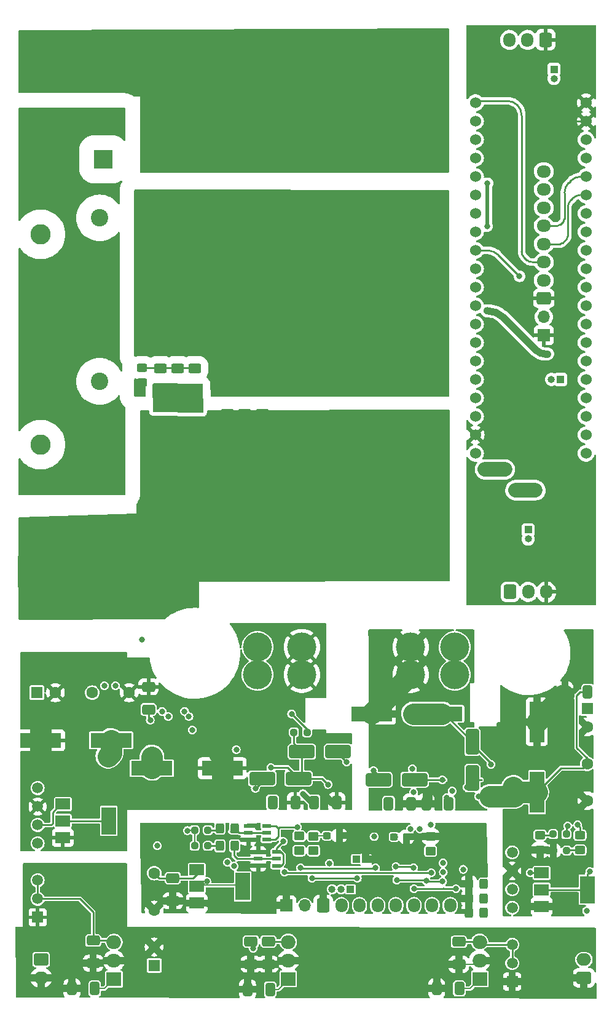
<source format=gbr>
%TF.GenerationSoftware,KiCad,Pcbnew,7.0.9*%
%TF.CreationDate,2024-01-29T20:39:33+05:30*%
%TF.ProjectId,Inverter,496e7665-7274-4657-922e-6b696361645f,rev?*%
%TF.SameCoordinates,Original*%
%TF.FileFunction,Copper,L4,Bot*%
%TF.FilePolarity,Positive*%
%FSLAX46Y46*%
G04 Gerber Fmt 4.6, Leading zero omitted, Abs format (unit mm)*
G04 Created by KiCad (PCBNEW 7.0.9) date 2024-01-29 20:39:33*
%MOMM*%
%LPD*%
G01*
G04 APERTURE LIST*
G04 Aperture macros list*
%AMRoundRect*
0 Rectangle with rounded corners*
0 $1 Rounding radius*
0 $2 $3 $4 $5 $6 $7 $8 $9 X,Y pos of 4 corners*
0 Add a 4 corners polygon primitive as box body*
4,1,4,$2,$3,$4,$5,$6,$7,$8,$9,$2,$3,0*
0 Add four circle primitives for the rounded corners*
1,1,$1+$1,$2,$3*
1,1,$1+$1,$4,$5*
1,1,$1+$1,$6,$7*
1,1,$1+$1,$8,$9*
0 Add four rect primitives between the rounded corners*
20,1,$1+$1,$2,$3,$4,$5,0*
20,1,$1+$1,$4,$5,$6,$7,0*
20,1,$1+$1,$6,$7,$8,$9,0*
20,1,$1+$1,$8,$9,$2,$3,0*%
G04 Aperture macros list end*
%TA.AperFunction,ComponentPad*%
%ADD10R,2.000000X1.905000*%
%TD*%
%TA.AperFunction,ComponentPad*%
%ADD11O,2.000000X1.905000*%
%TD*%
%TA.AperFunction,ComponentPad*%
%ADD12R,2.600000X2.600000*%
%TD*%
%TA.AperFunction,ComponentPad*%
%ADD13O,2.600000X2.600000*%
%TD*%
%TA.AperFunction,ComponentPad*%
%ADD14R,1.508000X1.508000*%
%TD*%
%TA.AperFunction,ComponentPad*%
%ADD15C,1.508000*%
%TD*%
%TA.AperFunction,ComponentPad*%
%ADD16RoundRect,0.250000X-0.600000X-0.725000X0.600000X-0.725000X0.600000X0.725000X-0.600000X0.725000X0*%
%TD*%
%TA.AperFunction,ComponentPad*%
%ADD17O,1.700000X1.950000*%
%TD*%
%TA.AperFunction,ComponentPad*%
%ADD18C,2.400000*%
%TD*%
%TA.AperFunction,ComponentPad*%
%ADD19C,2.800000*%
%TD*%
%TA.AperFunction,ComponentPad*%
%ADD20C,1.600000*%
%TD*%
%TA.AperFunction,ComponentPad*%
%ADD21R,1.600000X1.600000*%
%TD*%
%TA.AperFunction,ComponentPad*%
%ADD22R,1.000000X1.000000*%
%TD*%
%TA.AperFunction,ComponentPad*%
%ADD23O,1.000000X1.000000*%
%TD*%
%TA.AperFunction,ComponentPad*%
%ADD24RoundRect,0.250000X0.750000X-0.600000X0.750000X0.600000X-0.750000X0.600000X-0.750000X-0.600000X0*%
%TD*%
%TA.AperFunction,ComponentPad*%
%ADD25O,2.000000X1.700000*%
%TD*%
%TA.AperFunction,ComponentPad*%
%ADD26R,1.700000X1.700000*%
%TD*%
%TA.AperFunction,ComponentPad*%
%ADD27O,1.700000X1.700000*%
%TD*%
%TA.AperFunction,ComponentPad*%
%ADD28RoundRect,0.250000X0.600000X0.725000X-0.600000X0.725000X-0.600000X-0.725000X0.600000X-0.725000X0*%
%TD*%
%TA.AperFunction,ComponentPad*%
%ADD29RoundRect,0.250000X-0.750000X0.600000X-0.750000X-0.600000X0.750000X-0.600000X0.750000X0.600000X0*%
%TD*%
%TA.AperFunction,ComponentPad*%
%ADD30C,1.524000*%
%TD*%
%TA.AperFunction,SMDPad,CuDef*%
%ADD31RoundRect,0.250000X-0.650000X0.412500X-0.650000X-0.412500X0.650000X-0.412500X0.650000X0.412500X0*%
%TD*%
%TA.AperFunction,SMDPad,CuDef*%
%ADD32RoundRect,0.237500X0.250000X0.237500X-0.250000X0.237500X-0.250000X-0.237500X0.250000X-0.237500X0*%
%TD*%
%TA.AperFunction,SMDPad,CuDef*%
%ADD33RoundRect,0.250000X0.650000X-0.412500X0.650000X0.412500X-0.650000X0.412500X-0.650000X-0.412500X0*%
%TD*%
%TA.AperFunction,ComponentPad*%
%ADD34RoundRect,0.250000X0.725000X-0.600000X0.725000X0.600000X-0.725000X0.600000X-0.725000X-0.600000X0*%
%TD*%
%TA.AperFunction,ComponentPad*%
%ADD35O,1.950000X1.700000*%
%TD*%
%TA.AperFunction,SMDPad,CuDef*%
%ADD36RoundRect,0.250000X0.625000X-0.400000X0.625000X0.400000X-0.625000X0.400000X-0.625000X-0.400000X0*%
%TD*%
%TA.AperFunction,SMDPad,CuDef*%
%ADD37R,5.700000X2.000000*%
%TD*%
%TA.AperFunction,SMDPad,CuDef*%
%ADD38RoundRect,0.250000X-0.450000X0.350000X-0.450000X-0.350000X0.450000X-0.350000X0.450000X0.350000X0*%
%TD*%
%TA.AperFunction,SMDPad,CuDef*%
%ADD39RoundRect,0.250000X0.412500X0.650000X-0.412500X0.650000X-0.412500X-0.650000X0.412500X-0.650000X0*%
%TD*%
%TA.AperFunction,SMDPad,CuDef*%
%ADD40RoundRect,0.250000X-0.450000X0.325000X-0.450000X-0.325000X0.450000X-0.325000X0.450000X0.325000X0*%
%TD*%
%TA.AperFunction,SMDPad,CuDef*%
%ADD41RoundRect,0.250000X-0.412500X-0.650000X0.412500X-0.650000X0.412500X0.650000X-0.412500X0.650000X0*%
%TD*%
%TA.AperFunction,SMDPad,CuDef*%
%ADD42RoundRect,0.237500X-0.250000X-0.237500X0.250000X-0.237500X0.250000X0.237500X-0.250000X0.237500X0*%
%TD*%
%TA.AperFunction,SMDPad,CuDef*%
%ADD43RoundRect,0.088500X-0.516500X-0.206500X0.516500X-0.206500X0.516500X0.206500X-0.516500X0.206500X0*%
%TD*%
%TA.AperFunction,SMDPad,CuDef*%
%ADD44RoundRect,0.250000X-0.325000X-0.450000X0.325000X-0.450000X0.325000X0.450000X-0.325000X0.450000X0*%
%TD*%
%TA.AperFunction,SMDPad,CuDef*%
%ADD45RoundRect,0.237500X-0.300000X-0.237500X0.300000X-0.237500X0.300000X0.237500X-0.300000X0.237500X0*%
%TD*%
%TA.AperFunction,SMDPad,CuDef*%
%ADD46RoundRect,0.250000X1.500000X0.650000X-1.500000X0.650000X-1.500000X-0.650000X1.500000X-0.650000X0*%
%TD*%
%TA.AperFunction,ComponentPad*%
%ADD47R,18.000000X14.000000*%
%TD*%
%TA.AperFunction,ComponentPad*%
%ADD48C,4.000000*%
%TD*%
%TA.AperFunction,SMDPad,CuDef*%
%ADD49RoundRect,0.250000X-0.650000X1.500000X-0.650000X-1.500000X0.650000X-1.500000X0.650000X1.500000X0*%
%TD*%
%TA.AperFunction,SMDPad,CuDef*%
%ADD50R,2.000000X1.500000*%
%TD*%
%TA.AperFunction,SMDPad,CuDef*%
%ADD51R,2.000000X3.800000*%
%TD*%
%TA.AperFunction,SMDPad,CuDef*%
%ADD52RoundRect,0.250000X0.450000X-0.325000X0.450000X0.325000X-0.450000X0.325000X-0.450000X-0.325000X0*%
%TD*%
%TA.AperFunction,SMDPad,CuDef*%
%ADD53RoundRect,0.250000X0.325000X0.450000X-0.325000X0.450000X-0.325000X-0.450000X0.325000X-0.450000X0*%
%TD*%
%TA.AperFunction,SMDPad,CuDef*%
%ADD54R,2.000000X5.700000*%
%TD*%
%TA.AperFunction,ViaPad*%
%ADD55C,0.800000*%
%TD*%
%TA.AperFunction,Conductor*%
%ADD56C,0.250000*%
%TD*%
%TA.AperFunction,Conductor*%
%ADD57C,0.200000*%
%TD*%
%TA.AperFunction,Conductor*%
%ADD58C,0.750000*%
%TD*%
%TA.AperFunction,Conductor*%
%ADD59C,3.000000*%
%TD*%
%TA.AperFunction,Conductor*%
%ADD60C,1.000000*%
%TD*%
%TA.AperFunction,Conductor*%
%ADD61C,0.500000*%
%TD*%
%TA.AperFunction,Conductor*%
%ADD62C,2.000000*%
%TD*%
G04 APERTURE END LIST*
D10*
%TO.P,U3,1,VI*%
%TO.N,VAux+*%
X50895000Y-161090000D03*
D11*
%TO.P,U3,2,GND*%
%TO.N,VAux-*%
X50895000Y-158550000D03*
%TO.P,U3,3,VO*%
%TO.N,VAux9V*%
X50895000Y-156010000D03*
%TD*%
D12*
%TO.P,D8,1,K*%
%TO.N,Net-(D8-K)*%
X25400000Y-48260000D03*
D13*
%TO.P,D8,2,A*%
%TO.N,Net-(D7-K)*%
X25400000Y-33020000D03*
%TD*%
D14*
%TO.P,PS1,1,GND*%
%TO.N,VAux-*%
X16365000Y-152595500D03*
D15*
%TO.P,PS1,2,VIN*%
%TO.N,VAux9V*%
X16365000Y-150055500D03*
%TO.P,PS1,3,CTRL*%
X16365000Y-147515500D03*
%TO.P,PS1,5,NC*%
%TO.N,unconnected-(PS1-NC-Pad5)*%
X16365000Y-142435500D03*
%TO.P,PS1,6,+VO*%
%TO.N,VDrive1*%
X16365000Y-139895500D03*
%TO.P,PS1,7,0V*%
%TO.N,GND1*%
X16365000Y-137355500D03*
%TO.P,PS1,8,NC*%
%TO.N,unconnected-(PS1-NC-Pad8)*%
X16365000Y-134815500D03*
%TD*%
D16*
%TO.P,J2,1,Pin_1*%
%TO.N,DIG-*%
X55706000Y-150977600D03*
D17*
%TO.P,J2,2,Pin_2*%
%TO.N,Net-(J2-Pin_2)*%
X58206000Y-150977600D03*
%TO.P,J2,3,Pin_3*%
%TO.N,FLT*%
X60706000Y-150977600D03*
%TO.P,J2,4,Pin_4*%
%TO.N,RDY*%
X63206000Y-150977600D03*
%TO.P,J2,5,Pin_5*%
%TO.N,RST*%
X65706000Y-150977600D03*
%TO.P,J2,6,Pin_6*%
%TO.N,INHS*%
X68206000Y-150977600D03*
%TO.P,J2,7,Pin_7*%
%TO.N,INLS*%
X70706000Y-150977600D03*
%TO.P,J2,8,Pin_8*%
%TO.N,Net-(J2-Pin_8)*%
X73206000Y-150977600D03*
%TD*%
D18*
%TO.P,C25,1*%
%TO.N,Net-(D8-K)*%
X24892000Y-56314000D03*
%TO.P,C25,2*%
%TO.N,-BATT*%
X24892000Y-78814000D03*
%TD*%
D19*
%TO.P,R5,1*%
%TO.N,-BATT*%
X16764000Y-58580000D03*
%TO.P,R5,2*%
%TO.N,Net-(D7-A)*%
X16764000Y-78580000D03*
%TD*%
D20*
%TO.P,IC3,GNDA,GNDA*%
%TO.N,GND1*%
X18796000Y-121666000D03*
%TO.P,IC3,GNDB,GNDB*%
%TO.N,VDrive1Neg*%
X23876000Y-121666000D03*
D21*
%TO.P,IC3,VIN,VIN*%
%TO.N,VDrive1_5V*%
X16256000Y-121666000D03*
D20*
%TO.P,IC3,VOUT,VOUT*%
%TO.N,GND1*%
X28956000Y-121666000D03*
%TD*%
D22*
%TO.P,J9,1,Pin_1*%
%TO.N,Net-(J2-Pin_8)*%
X60250000Y-144600000D03*
D23*
%TO.P,J9,2,Pin_2*%
%TO.N,DIG-*%
X61520000Y-144600000D03*
%TD*%
D24*
%TO.P,J3,1,Pin_1*%
%TO.N,VAux-*%
X91622200Y-160914400D03*
D25*
%TO.P,J3,2,Pin_2*%
%TO.N,VAux+*%
X91622200Y-158414400D03*
%TD*%
D10*
%TO.P,U2,1,VI*%
%TO.N,VAux+*%
X77266800Y-161074500D03*
D11*
%TO.P,U2,2,GND*%
%TO.N,VAux-*%
X77266800Y-158534500D03*
%TO.P,U2,3,VO*%
%TO.N,VAux9V*%
X77266800Y-155994500D03*
%TD*%
D26*
%TO.P,J13,1,Pin_1*%
%TO.N,/GND MCU*%
X86100000Y-72480000D03*
D27*
%TO.P,J13,2,Pin_2*%
%TO.N,Net-(J13-Pin_2)*%
X86100000Y-69940000D03*
%TD*%
D22*
%TO.P,J8,1,Pin_1*%
%TO.N,Net-(J8-Pin_1)*%
X88420000Y-78550000D03*
D23*
%TO.P,J8,2,Pin_2*%
%TO.N,Net-(J10-Pin_1)*%
X87150000Y-78550000D03*
%TD*%
D19*
%TO.P,R6,1*%
%TO.N,Net-(D8-K)*%
X16764000Y-87536000D03*
%TO.P,R6,2*%
%TO.N,+BATT*%
X16764000Y-107536000D03*
%TD*%
D20*
%TO.P,IC2,GNDA,GNDA*%
%TO.N,VAux-*%
X32411800Y-156688200D03*
%TO.P,IC2,GNDB,GNDB*%
%TO.N,DIG-*%
X32411800Y-151608200D03*
D21*
%TO.P,IC2,VIN,VIN*%
%TO.N,Net-(U4-VO)*%
X32411800Y-159228200D03*
D20*
%TO.P,IC2,VOUT,VOUT*%
%TO.N,DIG5V*%
X32411800Y-146528200D03*
%TD*%
D10*
%TO.P,U1,1,VI*%
%TO.N,VAux+*%
X26873200Y-161112200D03*
D11*
%TO.P,U1,2,GND*%
%TO.N,VAux-*%
X26873200Y-158572200D03*
%TO.P,U1,3,VO*%
%TO.N,VAux9V*%
X26873200Y-156032200D03*
%TD*%
D16*
%TO.P,J6,1,Pin_1*%
%TO.N,Net-(J6-Pin_1)*%
X81450000Y-107800000D03*
D17*
%TO.P,J6,2,Pin_2*%
%TO.N,Net-(J10-Pin_2)*%
X83950000Y-107800000D03*
%TO.P,J6,3,Pin_3*%
%TO.N,/GND MCU*%
X86450000Y-107800000D03*
%TD*%
D20*
%TO.P,IC4,GNDA,GNDA*%
%TO.N,GND2*%
X92075000Y-126390000D03*
%TO.P,IC4,GNDB,GNDB*%
%TO.N,VDrive2Neg*%
X92075000Y-131470000D03*
D21*
%TO.P,IC4,VIN,VIN*%
%TO.N,Net-(U6-VO)*%
X92075000Y-123850000D03*
D20*
%TO.P,IC4,VOUT,VOUT*%
%TO.N,GND2*%
X92075000Y-136550000D03*
%TD*%
D18*
%TO.P,C24,1*%
%TO.N,+BATT*%
X24892000Y-108278000D03*
%TO.P,C24,2*%
%TO.N,Net-(D7-A)*%
X24892000Y-85778000D03*
%TD*%
D22*
%TO.P,J11,1,Pin_1*%
%TO.N,Net-(J11-Pin_1)*%
X87500000Y-35850000D03*
D23*
%TO.P,J11,2,Pin_2*%
%TO.N,Net-(J10-Pin_1)*%
X87500000Y-37120000D03*
%TD*%
D15*
%TO.P,PS2,8,NC*%
%TO.N,unconnected-(PS2-NC-Pad8)*%
X81744600Y-143660000D03*
%TO.P,PS2,7,0V*%
%TO.N,GND2*%
X81744600Y-146200000D03*
%TO.P,PS2,6,+VO*%
%TO.N,VDrive2*%
X81744600Y-148740000D03*
%TO.P,PS2,5,NC*%
%TO.N,unconnected-(PS2-NC-Pad5)*%
X81744600Y-151280000D03*
%TO.P,PS2,3,CTRL*%
%TO.N,VAux9V*%
X81744600Y-156360000D03*
%TO.P,PS2,2,VIN*%
X81744600Y-158900000D03*
D14*
%TO.P,PS2,1,GND*%
%TO.N,VAux-*%
X81744600Y-161440000D03*
%TD*%
D28*
%TO.P,J7,1,Pin_1*%
%TO.N,/GND MCU*%
X86350000Y-31800000D03*
D17*
%TO.P,J7,2,Pin_2*%
%TO.N,Net-(J11-Pin_1)*%
X83850000Y-31800000D03*
%TO.P,J7,3,Pin_3*%
%TO.N,Net-(J7-Pin_3)*%
X81350000Y-31800000D03*
%TD*%
D29*
%TO.P,J1,1,Pin_1*%
%TO.N,VAux+*%
X16835800Y-158414400D03*
D25*
%TO.P,J1,2,Pin_2*%
%TO.N,VAux-*%
X16835800Y-160914400D03*
%TD*%
D30*
%TO.P,U9,3V3,3V3*%
%TO.N,/3V3 MCU*%
X76680000Y-88730000D03*
X91920000Y-45550000D03*
%TO.P,U9,5V,5V*%
%TO.N,unconnected-(U9-Pad5V)*%
X76680000Y-83650000D03*
%TO.P,U9,GND,GND*%
%TO.N,/GND MCU*%
X76680000Y-86190000D03*
X91920000Y-40470000D03*
X91920000Y-43010000D03*
%TO.P,U9,NRST,NRST*%
%TO.N,unconnected-(U9-PadNRST)*%
X91920000Y-48090000D03*
%TO.P,U9,PA0,PA0*%
%TO.N,Net-(J8-Pin_1)*%
X91920000Y-78570000D03*
%TO.P,U9,PA1,PA1*%
%TO.N,Net-(J13-Pin_2)*%
X91920000Y-76030000D03*
%TO.P,U9,PA2,PA2*%
%TO.N,Net-(J5-Pin_8)*%
X91920000Y-73490000D03*
%TO.P,U9,PA3,PA3*%
%TO.N,unconnected-(U9-PadPA3)*%
X91920000Y-70950000D03*
%TO.P,U9,PA4,PA4*%
%TO.N,unconnected-(U9-PadPA4)*%
X91920000Y-68410000D03*
%TO.P,U9,PA5,PA5*%
%TO.N,unconnected-(U9-PadPA5)*%
X91920000Y-65870000D03*
%TO.P,U9,PA6,PA6*%
%TO.N,unconnected-(U9-PadPA6)*%
X91920000Y-63330000D03*
%TO.P,U9,PA7,PA7*%
%TO.N,/OUTLS*%
X91920000Y-60790000D03*
%TO.P,U9,PA8,PA8*%
%TO.N,/OUTHS*%
X76680000Y-50630000D03*
%TO.P,U9,PA9,PA9*%
%TO.N,Net-(J7-Pin_3)*%
X76680000Y-53170000D03*
%TO.P,U9,PA10,PA10*%
%TO.N,Net-(J6-Pin_1)*%
X76680000Y-55710000D03*
%TO.P,U9,PA11,PA11*%
%TO.N,unconnected-(U9-PadPA11)*%
X76680000Y-58250000D03*
%TO.P,U9,PA12,PA12*%
%TO.N,Net-(J10-Pin_1)*%
X76680000Y-60790000D03*
%TO.P,U9,PA15,PA15*%
%TO.N,unconnected-(U9-PadPA15)*%
X76680000Y-63330000D03*
%TO.P,U9,PB0,PB0*%
%TO.N,unconnected-(U9-PadPB0)*%
X91920000Y-58250000D03*
%TO.P,U9,PB1,PB1*%
%TO.N,unconnected-(U9-PadPB1)*%
X91920000Y-55710000D03*
%TO.P,U9,PB3,PB3*%
%TO.N,unconnected-(U9-PadPB3)*%
X76680000Y-65870000D03*
%TO.P,U9,PB4,PB4*%
%TO.N,unconnected-(U9-PadPB4)*%
X76680000Y-68410000D03*
%TO.P,U9,PB5,PB5*%
%TO.N,unconnected-(U9-PadPB5)*%
X76680000Y-70950000D03*
%TO.P,U9,PB6,PB6*%
%TO.N,unconnected-(U9-PadPB6)*%
X76680000Y-73490000D03*
%TO.P,U9,PB7,PB7*%
%TO.N,unconnected-(U9-PadPB7)*%
X76680000Y-76030000D03*
%TO.P,U9,PB8,PB8*%
%TO.N,unconnected-(U9-PadPB8)*%
X76680000Y-78570000D03*
%TO.P,U9,PB9,PB9*%
%TO.N,unconnected-(U9-PadPB9)*%
X76680000Y-81110000D03*
%TO.P,U9,PB10,PB10*%
%TO.N,Net-(J5-Pin_4)*%
X91920000Y-53170000D03*
%TO.P,U9,PB11,PB11*%
%TO.N,Net-(J5-Pin_5)*%
X91920000Y-50630000D03*
%TO.P,U9,PB12,PB12*%
%TO.N,Net-(J5-Pin_3)*%
X76680000Y-40470000D03*
%TO.P,U9,PB13,PB13*%
%TO.N,unconnected-(U9-PadPB13)*%
X76680000Y-43010000D03*
%TO.P,U9,PB14,PB14*%
%TO.N,unconnected-(U9-PadPB14)*%
X76680000Y-45550000D03*
%TO.P,U9,PB15,PB15*%
%TO.N,unconnected-(U9-PadPB15)*%
X76680000Y-48090000D03*
%TO.P,U9,PC13,PC13*%
%TO.N,unconnected-(U9-PadPC13)*%
X91920000Y-86190000D03*
%TO.P,U9,PC14,PC14*%
%TO.N,unconnected-(U9-PadPC14)*%
X91920000Y-83650000D03*
%TO.P,U9,PC15,PC15*%
%TO.N,unconnected-(U9-PadPC15)*%
X91920000Y-81110000D03*
%TO.P,U9,VBAT,VBAT*%
%TO.N,unconnected-(U9-PadVBAT)*%
X91920000Y-88730000D03*
%TD*%
D22*
%TO.P,J10,1,Pin_1*%
%TO.N,Net-(J10-Pin_1)*%
X83950000Y-99250000D03*
D23*
%TO.P,J10,2,Pin_2*%
%TO.N,Net-(J10-Pin_2)*%
X83950000Y-100520000D03*
%TD*%
D12*
%TO.P,D7,1,K*%
%TO.N,Net-(D7-K)*%
X17272000Y-33020000D03*
D13*
%TO.P,D7,2,A*%
%TO.N,Net-(D7-A)*%
X17272000Y-48260000D03*
%TD*%
D31*
%TO.P,C11,1*%
%TO.N,Net-(U4-VO)*%
X45720000Y-155917500D03*
%TO.P,C11,2*%
%TO.N,VAux-*%
X45720000Y-159042500D03*
%TD*%
D32*
%TO.P,R22,1*%
%TO.N,Net-(D13-A)*%
X39825300Y-142773400D03*
%TO.P,R22,2*%
%TO.N,DIG+*%
X38000300Y-142773400D03*
%TD*%
D33*
%TO.P,C27,1*%
%TO.N,+BATT*%
X44881800Y-83274300D03*
%TO.P,C27,2*%
%TO.N,-BATT*%
X44881800Y-80149300D03*
%TD*%
D34*
%TO.P,J5,1,Pin_1*%
%TO.N,/GND MCU*%
X86100000Y-67400000D03*
D35*
%TO.P,J5,2,Pin_2*%
%TO.N,/3V3 MCU*%
X86100000Y-64900000D03*
%TO.P,J5,3,Pin_3*%
%TO.N,Net-(J5-Pin_3)*%
X86100000Y-62400000D03*
%TO.P,J5,4,Pin_4*%
%TO.N,Net-(J5-Pin_4)*%
X86100000Y-59900000D03*
%TO.P,J5,5,Pin_5*%
%TO.N,Net-(J5-Pin_5)*%
X86100000Y-57400000D03*
%TO.P,J5,6,Pin_6*%
%TO.N,/OUTHS*%
X86100000Y-54900000D03*
%TO.P,J5,7,Pin_7*%
%TO.N,/OUTLS*%
X86100000Y-52400000D03*
%TO.P,J5,8,Pin_8*%
%TO.N,Net-(J5-Pin_8)*%
X86100000Y-49900000D03*
%TD*%
D36*
%TO.P,R13,1*%
%TO.N,+BATT*%
X33375600Y-85217600D03*
%TO.P,R13,2*%
%TO.N,Net-(R13-Pad2)*%
X33375600Y-82117600D03*
%TD*%
D37*
%TO.P,C32,1*%
%TO.N,VDrive2*%
X72085200Y-124587000D03*
%TO.P,C32,2*%
%TO.N,GND2*%
X62385200Y-124587000D03*
%TD*%
D36*
%TO.P,R16,1*%
%TO.N,+BATT*%
X38023800Y-85217600D03*
%TO.P,R16,2*%
%TO.N,Net-(R13-Pad2)*%
X38023800Y-82117600D03*
%TD*%
D38*
%TO.P,R10,1*%
%TO.N,DIG-*%
X70485000Y-141468600D03*
%TO.P,R10,2*%
%TO.N,RST*%
X70485000Y-143468600D03*
%TD*%
D39*
%TO.P,C22,1*%
%TO.N,GND2*%
X67831100Y-136956800D03*
%TO.P,C22,2*%
%TO.N,VDrive2Neg*%
X64706100Y-136956800D03*
%TD*%
%TO.P,C2,1*%
%TO.N,VAux+*%
X48400100Y-162509200D03*
%TO.P,C2,2*%
%TO.N,VAux-*%
X45275100Y-162509200D03*
%TD*%
D38*
%TO.P,R9,1*%
%TO.N,DIG+*%
X52400200Y-141417800D03*
%TO.P,R9,2*%
%TO.N,RDY*%
X52400200Y-143417800D03*
%TD*%
D32*
%TO.P,R25,1*%
%TO.N,Net-(D17-A)*%
X89253700Y-143417400D03*
%TO.P,R25,2*%
%TO.N,GND2*%
X87428700Y-143417400D03*
%TD*%
D31*
%TO.P,C14,1*%
%TO.N,DIG5V*%
X34975800Y-147205300D03*
%TO.P,C14,2*%
%TO.N,DIG-*%
X34975800Y-150330300D03*
%TD*%
D40*
%TO.P,D17,1,K*%
%TO.N,VDrive2Neg*%
X91084400Y-141300200D03*
%TO.P,D17,2,A*%
%TO.N,Net-(D17-A)*%
X91084400Y-143350200D03*
%TD*%
D37*
%TO.P,C30,1*%
%TO.N,VDrive1*%
X26464000Y-128219200D03*
%TO.P,C30,2*%
%TO.N,GND1*%
X16764000Y-128219200D03*
%TD*%
D33*
%TO.P,C26,1*%
%TO.N,+BATT*%
X47320200Y-83299700D03*
%TO.P,C26,2*%
%TO.N,-BATT*%
X47320200Y-80174700D03*
%TD*%
D36*
%TO.P,R17,1*%
%TO.N,Net-(R13-Pad2)*%
X33274000Y-80112200D03*
%TO.P,R17,2*%
%TO.N,Net-(D18-A)*%
X33274000Y-77012200D03*
%TD*%
D41*
%TO.P,C19,1*%
%TO.N,VDrive1*%
X54444500Y-136779000D03*
%TO.P,C19,2*%
%TO.N,GND1*%
X57569500Y-136779000D03*
%TD*%
D42*
%TO.P,R26,1*%
%TO.N,Net-(D16-A)*%
X87377900Y-141156800D03*
%TO.P,R26,2*%
%TO.N,VDrive2*%
X89202900Y-141156800D03*
%TD*%
D43*
%TO.P,Q2,1*%
%TO.N,DIG-*%
X46745000Y-145500000D03*
%TO.P,Q2,2*%
%TO.N,Net-(D13-K)*%
X46745000Y-144550000D03*
%TO.P,Q2,3*%
%TO.N,DIG-*%
X46745000Y-143600000D03*
%TO.P,Q2,4*%
%TO.N,RDY*%
X49255000Y-143600000D03*
%TO.P,Q2,5*%
%TO.N,Net-(D13-K)*%
X49255000Y-144550000D03*
%TO.P,Q2,6*%
%TO.N,RDY*%
X49255000Y-145500000D03*
%TD*%
D44*
%TO.P,D9,1,K*%
%TO.N,DIG-*%
X75784600Y-151968200D03*
%TO.P,D9,2,A*%
%TO.N,Net-(D9-A)*%
X77834600Y-151968200D03*
%TD*%
D45*
%TO.P,C34,1*%
%TO.N,DIG+*%
X65482300Y-141528800D03*
%TO.P,C34,2*%
%TO.N,DIG-*%
X67207300Y-141528800D03*
%TD*%
D42*
%TO.P,R2,1*%
%TO.N,Net-(D1-A)*%
X51665500Y-127127000D03*
%TO.P,R2,2*%
%TO.N,Net-(D3-A)*%
X53490500Y-127127000D03*
%TD*%
D46*
%TO.P,D1,1,K*%
%TO.N,VDrive1*%
X57745000Y-129794000D03*
%TO.P,D1,2,A*%
%TO.N,Net-(D1-A)*%
X52745000Y-129794000D03*
%TD*%
D47*
%TO.P,U7,1*%
%TO.N,Net-(D7-K)*%
X61010800Y-41249800D03*
%TO.P,U7,2*%
%TO.N,-BATT*%
X61010800Y-69249800D03*
%TO.P,U7,3*%
%TO.N,+BATT*%
X61010800Y-97249800D03*
D48*
%TO.P,U7,4*%
%TO.N,Net-(IC5-CLAMP)*%
X73837800Y-119212800D03*
X73837800Y-115402800D03*
%TO.P,U7,5*%
%TO.N,GND2*%
X67741800Y-119212800D03*
X67741800Y-115402800D03*
%TO.P,U7,6*%
%TO.N,Net-(IC1-CLAMP)*%
X46659800Y-119212800D03*
X46659800Y-115402800D03*
%TO.P,U7,7*%
%TO.N,GND1*%
X52755800Y-119212800D03*
X52755800Y-115402800D03*
%TD*%
D22*
%TO.P,J4,1,Pin_1*%
%TO.N,DIG5V*%
X59461400Y-148742400D03*
D23*
%TO.P,J4,2,Pin_2*%
%TO.N,Net-(J2-Pin_2)*%
X58191400Y-148742400D03*
%TO.P,J4,3,Pin_3*%
%TO.N,DIG+*%
X56921400Y-148742400D03*
%TD*%
D49*
%TO.P,D4,1,K*%
%TO.N,VDrive2*%
X76250800Y-128447800D03*
%TO.P,D4,2,A*%
%TO.N,Net-(D4-A)*%
X76250800Y-133447800D03*
%TD*%
D36*
%TO.P,R15,1*%
%TO.N,Net-(R13-Pad2)*%
X35646800Y-80112200D03*
%TO.P,R15,2*%
%TO.N,Net-(D18-A)*%
X35646800Y-77012200D03*
%TD*%
D50*
%TO.P,U6,1,GND*%
%TO.N,GND2*%
X85800800Y-151093200D03*
%TO.P,U6,2,VO*%
%TO.N,Net-(U6-VO)*%
X85800800Y-148793200D03*
D51*
X92100800Y-148793200D03*
D50*
%TO.P,U6,3,VI*%
%TO.N,VDrive2*%
X85800800Y-146493200D03*
%TD*%
D45*
%TO.P,C35,1*%
%TO.N,DIG+*%
X56236700Y-141351000D03*
%TO.P,C35,2*%
%TO.N,DIG-*%
X57961700Y-141351000D03*
%TD*%
D39*
%TO.P,C7,1*%
%TO.N,VAux+*%
X74460500Y-162395300D03*
%TO.P,C7,2*%
%TO.N,VAux-*%
X71335500Y-162395300D03*
%TD*%
%TO.P,C21,1*%
%TO.N,VDrive2*%
X73012700Y-136956800D03*
%TO.P,C21,2*%
%TO.N,GND2*%
X69887700Y-136956800D03*
%TD*%
D50*
%TO.P,U5,1,GND*%
%TO.N,GND1*%
X19837000Y-141619000D03*
%TO.P,U5,2,VO*%
%TO.N,VDrive1_5V*%
X19837000Y-139319000D03*
D51*
X26137000Y-139319000D03*
D50*
%TO.P,U5,3,VI*%
%TO.N,VDrive1*%
X19837000Y-137019000D03*
%TD*%
D52*
%TO.P,D16,1,K*%
%TO.N,GND2*%
X85572600Y-143324800D03*
%TO.P,D16,2,A*%
%TO.N,Net-(D16-A)*%
X85572600Y-141274800D03*
%TD*%
D36*
%TO.P,R7,1*%
%TO.N,+BATT*%
X35712400Y-85217600D03*
%TO.P,R7,2*%
%TO.N,Net-(R13-Pad2)*%
X35712400Y-82117600D03*
%TD*%
D26*
%TO.P,J12,1,Pin_1*%
%TO.N,DIG-*%
X50620000Y-150977600D03*
D27*
%TO.P,J12,2,Pin_2*%
%TO.N,Net-(D20-K)*%
X53160000Y-150977600D03*
%TD*%
D31*
%TO.P,C5,1*%
%TO.N,VAux9V*%
X24003000Y-155790500D03*
%TO.P,C5,2*%
%TO.N,VAux-*%
X24003000Y-158915500D03*
%TD*%
D50*
%TO.P,U8,1,GND*%
%TO.N,DIG-*%
X38300000Y-150650000D03*
%TO.P,U8,2,VO*%
%TO.N,DIG+*%
X38300000Y-148350000D03*
D51*
X44600000Y-148350000D03*
D50*
%TO.P,U8,3,VI*%
%TO.N,DIG5V*%
X38300000Y-146050000D03*
%TD*%
D31*
%TO.P,C6,1*%
%TO.N,VAux9V*%
X74396600Y-155956000D03*
%TO.P,C6,2*%
%TO.N,VAux-*%
X74396600Y-159081000D03*
%TD*%
D38*
%TO.P,R8,1*%
%TO.N,DIG+*%
X54381400Y-141443200D03*
%TO.P,R8,2*%
%TO.N,FLT*%
X54381400Y-143443200D03*
%TD*%
D53*
%TO.P,D12,1,K*%
%TO.N,Net-(D12-K)*%
X43519200Y-140335000D03*
%TO.P,D12,2,A*%
%TO.N,Net-(D12-A)*%
X41469200Y-140335000D03*
%TD*%
%TO.P,D13,1,K*%
%TO.N,Net-(D13-K)*%
X43519200Y-142773400D03*
%TO.P,D13,2,A*%
%TO.N,Net-(D13-A)*%
X41469200Y-142773400D03*
%TD*%
D31*
%TO.P,C16,1*%
%TO.N,GND1*%
X31623000Y-120865500D03*
%TO.P,C16,2*%
%TO.N,VDrive1Neg*%
X31623000Y-123990500D03*
%TD*%
D52*
%TO.P,D18,1,K*%
%TO.N,-BATT*%
X30759400Y-78977600D03*
%TO.P,D18,2,A*%
%TO.N,Net-(D18-A)*%
X30759400Y-76927600D03*
%TD*%
D37*
%TO.P,C31,1*%
%TO.N,GND1*%
X41807000Y-132080000D03*
%TO.P,C31,2*%
%TO.N,VDrive1Neg*%
X32107000Y-132080000D03*
%TD*%
D43*
%TO.P,Q1,1*%
%TO.N,DIG-*%
X45391500Y-141900000D03*
%TO.P,Q1,2*%
%TO.N,Net-(D12-K)*%
X45391500Y-140950000D03*
%TO.P,Q1,3*%
%TO.N,DIG-*%
X45391500Y-140000000D03*
%TO.P,Q1,4*%
%TO.N,FLT*%
X47901500Y-140000000D03*
%TO.P,Q1,5*%
%TO.N,Net-(D12-K)*%
X47901500Y-140950000D03*
%TO.P,Q1,6*%
%TO.N,FLT*%
X47901500Y-141900000D03*
%TD*%
D36*
%TO.P,R14,1*%
%TO.N,Net-(R13-Pad2)*%
X37998400Y-80112200D03*
%TO.P,R14,2*%
%TO.N,Net-(D18-A)*%
X37998400Y-77012200D03*
%TD*%
D44*
%TO.P,D11,1,K*%
%TO.N,DIG-*%
X75784600Y-148005800D03*
%TO.P,D11,2,A*%
%TO.N,Net-(D11-A)*%
X77834600Y-148005800D03*
%TD*%
D41*
%TO.P,C17,1*%
%TO.N,GND2*%
X89013900Y-121550000D03*
%TO.P,C17,2*%
%TO.N,VDrive2Neg*%
X92138900Y-121550000D03*
%TD*%
D54*
%TO.P,C33,1*%
%TO.N,GND2*%
X85140800Y-125682000D03*
%TO.P,C33,2*%
%TO.N,VDrive2Neg*%
X85140800Y-135382000D03*
%TD*%
D33*
%TO.P,C28,1*%
%TO.N,+BATT*%
X42494200Y-83274300D03*
%TO.P,C28,2*%
%TO.N,-BATT*%
X42494200Y-80149300D03*
%TD*%
D39*
%TO.P,C18,1*%
%TO.N,GND1*%
X51854500Y-136779000D03*
%TO.P,C18,2*%
%TO.N,VDrive1Neg*%
X48729500Y-136779000D03*
%TD*%
%TO.P,C1,1*%
%TO.N,VAux+*%
X24219300Y-162407600D03*
%TO.P,C1,2*%
%TO.N,VAux-*%
X21094300Y-162407600D03*
%TD*%
D46*
%TO.P,D5,1,K*%
%TO.N,Net-(D4-A)*%
X68311400Y-133654800D03*
%TO.P,D5,2,A*%
%TO.N,VDrive2Neg*%
X63311400Y-133654800D03*
%TD*%
D31*
%TO.P,C8,1*%
%TO.N,VAux9V*%
X48158400Y-155917500D03*
%TO.P,C8,2*%
%TO.N,VAux-*%
X48158400Y-159042500D03*
%TD*%
D44*
%TO.P,D10,1,K*%
%TO.N,DIG-*%
X75784600Y-149987000D03*
%TO.P,D10,2,A*%
%TO.N,Net-(D10-A)*%
X77834600Y-149987000D03*
%TD*%
D32*
%TO.P,R21,1*%
%TO.N,Net-(D12-A)*%
X39799900Y-140589000D03*
%TO.P,R21,2*%
%TO.N,DIG+*%
X37974900Y-140589000D03*
%TD*%
D46*
%TO.P,D2,1,K*%
%TO.N,Net-(D1-A)*%
X52284000Y-133477000D03*
%TO.P,D2,2,A*%
%TO.N,VDrive1Neg*%
X47284000Y-133477000D03*
%TD*%
D55*
%TO.N,VDrive1*%
X25549000Y-120721000D03*
X33500000Y-124250000D03*
X37200000Y-124950000D03*
X58928000Y-131191000D03*
X52920645Y-135580944D03*
X36600000Y-124250000D03*
X26035000Y-130429000D03*
X34350000Y-124950000D03*
%TO.N,GND1*%
X55494201Y-135560703D03*
X39250000Y-126400000D03*
X56750000Y-131800000D03*
X34400000Y-127700000D03*
%TO.N,VDrive2*%
X84226400Y-146456400D03*
X68000000Y-132155300D03*
X72694800Y-136144000D03*
X68148200Y-135407400D03*
X68100000Y-124650000D03*
X89382600Y-140004800D03*
X91998800Y-151714200D03*
X78816200Y-131546600D03*
%TO.N,GND2*%
X70250000Y-135750000D03*
X62661800Y-137210800D03*
X74599800Y-137414000D03*
X62385200Y-124587000D03*
%TO.N,Net-(U4-VO)*%
X46050600Y-156845000D03*
%TO.N,VDrive1_5V*%
X43723749Y-129550275D03*
X26137000Y-139319000D03*
%TO.N,Net-(U6-VO)*%
X92430600Y-146278600D03*
%TO.N,DIG5V*%
X43450000Y-145550000D03*
X72250000Y-146400000D03*
X75000000Y-146000000D03*
X32850000Y-142750000D03*
%TO.N,DIG-*%
X39662200Y-150778300D03*
X51054000Y-143136900D03*
X73152000Y-141478000D03*
X46650000Y-140200000D03*
%TO.N,DIG+*%
X65582800Y-141579600D03*
X36982400Y-140665200D03*
X39662200Y-147653300D03*
X62700000Y-141500000D03*
X56565800Y-145161000D03*
X72212200Y-145135600D03*
X52400200Y-141452600D03*
X54330600Y-141427200D03*
%TO.N,VDrive1Neg*%
X27073000Y-120721000D03*
X46355000Y-134874000D03*
X31877000Y-125476000D03*
X48729500Y-136779000D03*
X31877000Y-130302000D03*
%TO.N,VDrive2Neg*%
X90754200Y-139877800D03*
X64706100Y-136956800D03*
X73456800Y-135229600D03*
X77114400Y-135966200D03*
X81900000Y-134700000D03*
X62636400Y-132384800D03*
%TO.N,Net-(D1-A)*%
X48487500Y-131977500D03*
X56362600Y-134312400D03*
%TO.N,Net-(D4-A)*%
X75539600Y-134696200D03*
X72125898Y-133654800D03*
%TO.N,-BATT*%
X30500000Y-79550000D03*
%TO.N,Net-(D3-A)*%
X51348000Y-124587000D03*
%TO.N,INLS*%
X50368200Y-146354800D03*
X70586600Y-146481800D03*
%TO.N,RDY*%
X50200000Y-142137898D03*
X52400200Y-143417800D03*
X67741800Y-140411200D03*
X52578000Y-145771100D03*
X62915800Y-145771100D03*
%TO.N,FLT*%
X69037200Y-140436600D03*
X60401200Y-147220100D03*
X52140106Y-140167201D03*
X54152800Y-147220100D03*
X54168098Y-143443200D03*
%TO.N,RST*%
X72161400Y-147675600D03*
X65836800Y-147472400D03*
X70485000Y-143468600D03*
X70561200Y-139827000D03*
X69900800Y-147574000D03*
%TO.N,INHS*%
X65735200Y-145643600D03*
X68206000Y-148640800D03*
X74000000Y-148650000D03*
X68148200Y-145770600D03*
%TO.N,Net-(D9-A)*%
X77834600Y-151968200D03*
%TO.N,Net-(D10-A)*%
X77834600Y-149987000D03*
%TO.N,Net-(D11-A)*%
X77834600Y-148005800D03*
%TO.N,/GND MCU*%
X84950000Y-43000000D03*
X81500000Y-42950000D03*
%TO.N,/3V3 MCU*%
X78300000Y-57450000D03*
X78350000Y-51550000D03*
X80750000Y-90950000D03*
X78300000Y-69100000D03*
X84950000Y-93800000D03*
X86600000Y-75050000D03*
X78000000Y-90950000D03*
X82200000Y-93800000D03*
%TO.N,Net-(J10-Pin_1)*%
X82750000Y-64350000D03*
%TO.N,Net-(U10-VIN)*%
X30700000Y-114350000D03*
X37650000Y-126800000D03*
%TO.N,Net-(D20-K)*%
X42516080Y-145035270D03*
%TD*%
D56*
%TO.N,VDrive2Neg*%
X91126200Y-121550000D02*
X92138900Y-121550000D01*
X90626200Y-129236200D02*
X90626200Y-122050000D01*
X92075000Y-132080000D02*
X92075000Y-130685000D01*
X92075000Y-130685000D02*
X90626200Y-129236200D01*
X90626200Y-122050000D02*
X91126200Y-121550000D01*
%TO.N,VDrive2*%
X82070200Y-149060300D02*
X81744600Y-148734700D01*
%TO.N,GND2*%
X82004000Y-145935300D02*
X81744600Y-146194700D01*
%TO.N,VAux9V*%
X81744600Y-158894700D02*
X81744600Y-156354700D01*
D57*
%TO.N,VAux+*%
X74460500Y-162395300D02*
X75946000Y-162395300D01*
X49530000Y-162509200D02*
X48400100Y-162509200D01*
X50977800Y-161061400D02*
X49530000Y-162509200D01*
X24219300Y-162407600D02*
X25577800Y-162407600D01*
X75946000Y-162395300D02*
X77266800Y-161074500D01*
X25577800Y-162407600D02*
X26873200Y-161112200D01*
%TO.N,VAux-*%
X48158400Y-159042500D02*
X50456700Y-159042500D01*
X45720000Y-159042500D02*
X48158400Y-159042500D01*
X74396600Y-159081000D02*
X76720300Y-159081000D01*
X76720300Y-159081000D02*
X77266800Y-158534500D01*
X26529900Y-158915500D02*
X26873200Y-158572200D01*
X50456700Y-159042500D02*
X50977800Y-158521400D01*
X24003000Y-158915500D02*
X26529900Y-158915500D01*
D56*
%TO.N,VAux9V*%
X24003000Y-155790500D02*
X26631500Y-155790500D01*
X16365000Y-150055500D02*
X22155500Y-150055500D01*
X24003000Y-151903000D02*
X24003000Y-155790500D01*
X22155500Y-150055500D02*
X24003000Y-151903000D01*
X26631500Y-155790500D02*
X26873200Y-156032200D01*
X16365000Y-150055500D02*
X16365000Y-147515500D01*
X77228300Y-155956000D02*
X77266800Y-155994500D01*
X74396600Y-155956000D02*
X77228300Y-155956000D01*
X77627000Y-156354700D02*
X77266800Y-155994500D01*
X81744600Y-156354700D02*
X77627000Y-156354700D01*
X50913900Y-155917500D02*
X50977800Y-155981400D01*
X48158400Y-155917500D02*
X50913900Y-155917500D01*
D58*
%TO.N,VDrive1*%
X52920645Y-135580944D02*
X54118701Y-136779000D01*
D56*
X19837000Y-137019000D02*
X19587000Y-137019000D01*
X18219500Y-139895500D02*
X16365000Y-139895500D01*
X57745000Y-130008000D02*
X58928000Y-131191000D01*
X18415000Y-138191000D02*
X18415000Y-139700000D01*
X57745000Y-129794000D02*
X57745000Y-130008000D01*
D59*
X26464000Y-128219200D02*
X26464000Y-130000000D01*
D56*
X18415000Y-139700000D02*
X18219500Y-139895500D01*
D59*
X26464000Y-130000000D02*
X26035000Y-130429000D01*
D56*
X19587000Y-137019000D02*
X18415000Y-138191000D01*
X54444500Y-136779000D02*
X54118701Y-136779000D01*
D59*
%TO.N,GND1*%
X16750000Y-130300000D02*
X16750000Y-125650000D01*
D56*
X16764000Y-130286000D02*
X16750000Y-130300000D01*
X55494201Y-135560703D02*
X56106506Y-136173008D01*
D60*
X57569500Y-136779000D02*
X56857430Y-136779000D01*
D59*
X41807000Y-134407000D02*
X42600000Y-135200000D01*
D60*
X56857430Y-136779000D02*
X55566667Y-135488237D01*
D59*
X41807000Y-132080000D02*
X41807000Y-130407000D01*
X41807000Y-130407000D02*
X41350000Y-129950000D01*
X41807000Y-132080000D02*
X41807000Y-134407000D01*
D56*
X16764000Y-128219200D02*
X16764000Y-130286000D01*
X56106503Y-136173011D02*
G75*
G03*
X57569500Y-136779000I1462997J1463011D01*
G01*
%TO.N,VDrive2*%
X89202900Y-141156800D02*
X89202900Y-140184500D01*
X72390000Y-124587000D02*
X72085200Y-124587000D01*
X85800800Y-146493200D02*
X84263200Y-146493200D01*
D59*
X72085200Y-124587000D02*
X68163000Y-124587000D01*
D56*
X73012700Y-136461900D02*
X72694800Y-136144000D01*
X73012700Y-136956800D02*
X73012700Y-136461900D01*
X78816200Y-131368800D02*
X78816200Y-131546600D01*
X68163000Y-124587000D02*
X68100000Y-124650000D01*
X89202900Y-140184500D02*
X89382600Y-140004800D01*
X84263200Y-146493200D02*
X84226400Y-146456400D01*
X76250800Y-128447800D02*
X72390000Y-124587000D01*
X76225400Y-128778000D02*
X78816200Y-131368800D01*
D59*
%TO.N,GND2*%
X62385200Y-124569400D02*
X67741800Y-119212800D01*
D60*
X70250000Y-136594500D02*
X69887700Y-136956800D01*
X70250000Y-135750000D02*
X70250000Y-136594500D01*
D56*
X62385200Y-124587000D02*
X62385200Y-124569400D01*
X89013900Y-122021600D02*
X89013900Y-123558700D01*
D59*
X85140800Y-125682000D02*
X88801200Y-122021600D01*
D56*
X88801200Y-122021600D02*
X89013900Y-122021600D01*
X85665200Y-143417400D02*
X85572600Y-143324800D01*
X87428700Y-143417400D02*
X85665200Y-143417400D01*
%TO.N,Net-(U4-VO)*%
X45720000Y-155917500D02*
X45720000Y-156514400D01*
X45720000Y-156514400D02*
X46050600Y-156845000D01*
%TO.N,VDrive1_5V*%
X19837000Y-139319000D02*
X26137000Y-139319000D01*
%TO.N,Net-(U6-VO)*%
X85800800Y-148793200D02*
X92100800Y-148793200D01*
X92100800Y-146608400D02*
X92100800Y-148793200D01*
X92430600Y-146278600D02*
X92100800Y-146608400D01*
%TO.N,DIG5V*%
X34975800Y-147205300D02*
X37768500Y-147205300D01*
X34975800Y-147205300D02*
X33088900Y-147205300D01*
X33088900Y-147205300D02*
X32411800Y-146528200D01*
X37768500Y-147205300D02*
X39115600Y-145858200D01*
D57*
%TO.N,DIG-*%
X46650000Y-140300000D02*
X46650000Y-140300000D01*
X46550000Y-140200000D02*
X46550000Y-140200000D01*
X39115600Y-150458200D02*
X35103700Y-150458200D01*
X35103700Y-150458200D02*
X34975800Y-150330300D01*
X39533900Y-150650000D02*
X39662200Y-150778300D01*
X46550000Y-140200000D02*
X46650000Y-140200000D01*
X67207300Y-141528800D02*
X70424800Y-141528800D01*
X33689700Y-150330300D02*
X32411800Y-151608200D01*
X70424800Y-141528800D02*
X70485000Y-141468600D01*
X38300000Y-150650000D02*
X39533900Y-150650000D01*
X46350000Y-140000000D02*
X46550000Y-140200000D01*
X70485000Y-141468600D02*
X73152000Y-141478000D01*
X34975800Y-150330300D02*
X33689700Y-150330300D01*
X45391500Y-140000000D02*
X46350000Y-140000000D01*
X46650000Y-140200000D02*
X46650000Y-140300000D01*
X73152000Y-141478000D02*
X73161400Y-141468600D01*
%TO.N,DIG+*%
X39115600Y-148158200D02*
X45415600Y-148158200D01*
X56236700Y-141351000D02*
X54406800Y-141351000D01*
X37058600Y-140589000D02*
X36982400Y-140665200D01*
X38000300Y-142773400D02*
X38000300Y-140614400D01*
X39115600Y-148158200D02*
X40931700Y-148158200D01*
X38000300Y-140614400D02*
X37974900Y-140589000D01*
X54406800Y-141351000D02*
X54330600Y-141427200D01*
X38965500Y-148350000D02*
X39662200Y-147653300D01*
X38300000Y-148350000D02*
X38965500Y-148350000D01*
X37974900Y-140589000D02*
X37058600Y-140589000D01*
D56*
%TO.N,VDrive1Neg*%
X47284000Y-133477000D02*
X47284000Y-133945000D01*
X31623000Y-123990500D02*
X31623000Y-125222000D01*
X47284000Y-133945000D02*
X46355000Y-134874000D01*
X32107000Y-130532000D02*
X31877000Y-130302000D01*
D59*
X32107000Y-132080000D02*
X32107000Y-130532000D01*
D56*
X31623000Y-125222000D02*
X31877000Y-125476000D01*
D59*
%TO.N,VDrive2Neg*%
X85140800Y-135382000D02*
X82582000Y-135382000D01*
D56*
X63311400Y-133059800D02*
X62636400Y-132384800D01*
D59*
X82582000Y-135382000D02*
X81997800Y-135966200D01*
D56*
X91580600Y-132080000D02*
X88442800Y-132080000D01*
X88442800Y-132080000D02*
X85140800Y-135382000D01*
X63311400Y-133654800D02*
X63311400Y-133059800D01*
X91084400Y-141300200D02*
X91084400Y-140208000D01*
X91084400Y-140208000D02*
X90754200Y-139877800D01*
X85140800Y-135382000D02*
X85140800Y-132966000D01*
D59*
X81997800Y-135966200D02*
X78647044Y-135966200D01*
X82582000Y-135382000D02*
X81900000Y-134700000D01*
D56*
%TO.N,Net-(D1-A)*%
X52284000Y-133477000D02*
X50784500Y-131977500D01*
X51665500Y-127127000D02*
X51665500Y-128714500D01*
X52284000Y-133477000D02*
X55527200Y-133477000D01*
X51665500Y-128714500D02*
X52745000Y-129794000D01*
X50784500Y-131977500D02*
X48487500Y-131977500D01*
X55527200Y-133477000D02*
X56362600Y-134312400D01*
X52284000Y-133477000D02*
X52745000Y-133016000D01*
X52745000Y-133016000D02*
X52745000Y-129794000D01*
%TO.N,Net-(D4-A)*%
X77506200Y-133654800D02*
X76581000Y-133654800D01*
X68311400Y-133654800D02*
X72506200Y-133654800D01*
X76225400Y-133778000D02*
X76225400Y-134010400D01*
X76581000Y-133654800D02*
X75539600Y-134696200D01*
X76225400Y-134010400D02*
X75539600Y-134696200D01*
%TO.N,-BATT*%
X30759400Y-78977600D02*
X30759400Y-79290600D01*
X30500000Y-79550000D02*
G75*
G03*
X30759400Y-79290600I0J259400D01*
G01*
%TO.N,Net-(D3-A)*%
X53490500Y-127127000D02*
X53490500Y-126729500D01*
X53490500Y-126729500D02*
X51348000Y-124587000D01*
%TO.N,INLS*%
X70586600Y-146481800D02*
X70572800Y-146495600D01*
X70572800Y-146495600D02*
X50509000Y-146495600D01*
X50509000Y-146495600D02*
X50368200Y-146354800D01*
%TO.N,RDY*%
X52692900Y-145886000D02*
X52578000Y-145771100D01*
X62800900Y-145886000D02*
X52692900Y-145886000D01*
X49255000Y-143082898D02*
X50200000Y-142137898D01*
X49255000Y-143600000D02*
X49859999Y-143600000D01*
X49859999Y-145500000D02*
X49255000Y-145500000D01*
X49859999Y-143600000D02*
X50185000Y-143925001D01*
X62915800Y-145771100D02*
X62800900Y-145886000D01*
X49255000Y-143600000D02*
X49255000Y-143082898D01*
X50185000Y-145174999D02*
X49859999Y-145500000D01*
X50185000Y-143925001D02*
X50185000Y-145174999D01*
%TO.N,FLT*%
X49500000Y-140400000D02*
X49732799Y-140167201D01*
X49100000Y-141900000D02*
X49500000Y-141500000D01*
X49200000Y-140000000D02*
X47901500Y-140000000D01*
X49500000Y-140400000D02*
X49550000Y-140350000D01*
X49500000Y-141500000D02*
X49500000Y-140400000D01*
X49732799Y-140167201D02*
X52140106Y-140167201D01*
X47901500Y-141900000D02*
X49100000Y-141900000D01*
X49550000Y-140350000D02*
X49200000Y-140000000D01*
X60401200Y-147220100D02*
X54152800Y-147220100D01*
%TO.N,RST*%
X70002400Y-147675600D02*
X69900800Y-147574000D01*
X65836800Y-147472400D02*
X69799200Y-147472400D01*
X69799200Y-147472400D02*
X69900800Y-147574000D01*
X72161400Y-147675600D02*
X70002400Y-147675600D01*
%TO.N,INHS*%
X68021200Y-145643600D02*
X68148200Y-145770600D01*
X72300000Y-148650000D02*
X74000000Y-148650000D01*
X65735200Y-145643600D02*
X68021200Y-145643600D01*
X71628000Y-148640800D02*
X68206000Y-148640800D01*
X71628000Y-148640800D02*
X72290800Y-148640800D01*
X72290800Y-148640800D02*
G75*
G03*
X72300000Y-148650000I9200J0D01*
G01*
%TO.N,Net-(D12-K)*%
X44134200Y-140950000D02*
X43519200Y-140335000D01*
X43399600Y-140470000D02*
X43248200Y-140470000D01*
X45391500Y-140950000D02*
X44134200Y-140950000D01*
X47901500Y-140950000D02*
X45391500Y-140950000D01*
X43248200Y-140470000D02*
X42926000Y-140792200D01*
%TO.N,Net-(D12-A)*%
X39799900Y-140589000D02*
X41215200Y-140589000D01*
X41215200Y-140589000D02*
X41469200Y-140335000D01*
%TO.N,Net-(D13-K)*%
X43399600Y-143205200D02*
X43399600Y-144128600D01*
X49255000Y-144550000D02*
X46745000Y-144550000D01*
X46745000Y-144550000D02*
X43821000Y-144550000D01*
X43821000Y-144550000D02*
X43399600Y-144128600D01*
%TO.N,Net-(D13-A)*%
X39825300Y-142773400D02*
X41469200Y-142773400D01*
%TO.N,Net-(D16-A)*%
X85572600Y-141274800D02*
X87259900Y-141274800D01*
X87259900Y-141274800D02*
X87377900Y-141156800D01*
%TO.N,Net-(D17-A)*%
X89320900Y-143350200D02*
X89253700Y-143417400D01*
X91084400Y-143350200D02*
X89320900Y-143350200D01*
%TO.N,Net-(D18-A)*%
X37913800Y-76927600D02*
X37998400Y-77012200D01*
X30759400Y-76927600D02*
X37913800Y-76927600D01*
%TO.N,Net-(J5-Pin_3)*%
X81050000Y-40200000D02*
X76950000Y-40200000D01*
X76950000Y-40200000D02*
X76680000Y-40470000D01*
X83757107Y-62107107D02*
X83342893Y-61692893D01*
X86100000Y-62400000D02*
X84464214Y-62400000D01*
X83050000Y-60985786D02*
X83050000Y-42200000D01*
X83050000Y-42200000D02*
G75*
G03*
X81050000Y-40200000I-2000000J0D01*
G01*
X83050010Y-60985786D02*
G75*
G03*
X83342893Y-61692893I999990J-14D01*
G01*
X83757100Y-62107114D02*
G75*
G03*
X84464214Y-62400000I707100J707114D01*
G01*
%TO.N,Net-(J5-Pin_4)*%
X88696447Y-59753553D02*
X89253554Y-59196446D01*
X91151320Y-53170000D02*
X91920000Y-53170000D01*
X89400000Y-58842893D02*
X89400000Y-54921320D01*
X89839340Y-53860660D02*
X90090660Y-53609340D01*
X86100000Y-59900000D02*
X88342893Y-59900000D01*
X88342893Y-59899995D02*
G75*
G03*
X88696447Y-59753553I7J499995D01*
G01*
X89839330Y-53860650D02*
G75*
G03*
X89400000Y-54921320I1060670J-1060650D01*
G01*
X89253557Y-59196449D02*
G75*
G03*
X89400000Y-58842893I-353557J353549D01*
G01*
X91151320Y-53170015D02*
G75*
G03*
X90090660Y-53609340I-20J-1499985D01*
G01*
%TO.N,Net-(J5-Pin_5)*%
X88346447Y-57253553D02*
X88803554Y-56796446D01*
X86100000Y-57400000D02*
X87992893Y-57400000D01*
X91198427Y-50630000D02*
X91920000Y-50630000D01*
X88950000Y-56442893D02*
X88950000Y-52878427D01*
X89535787Y-51464213D02*
X89784214Y-51215786D01*
X89535773Y-51464199D02*
G75*
G03*
X88950000Y-52878427I1414227J-1414201D01*
G01*
X87992893Y-57399995D02*
G75*
G03*
X88346447Y-57253553I7J499995D01*
G01*
X88803557Y-56796449D02*
G75*
G03*
X88950000Y-56442893I-353557J353549D01*
G01*
X91198427Y-50630020D02*
G75*
G03*
X89784215Y-51215787I-27J-1999980D01*
G01*
%TO.N,/GND MCU*%
X84960000Y-43010000D02*
X84950000Y-43000000D01*
X91920000Y-43010000D02*
X84960000Y-43010000D01*
D61*
%TO.N,/3V3 MCU*%
X78300000Y-57450000D02*
X78300000Y-51600000D01*
D62*
X78000000Y-90950000D02*
X80750000Y-90950000D01*
D60*
X85035000Y-74515000D02*
X80553382Y-70033382D01*
D62*
X82200000Y-93800000D02*
X84950000Y-93800000D01*
D60*
X86326604Y-75050000D02*
X86600000Y-75050000D01*
D56*
X78350000Y-51550000D02*
G75*
G03*
X78300000Y-51600000I0J-50000D01*
G01*
D60*
X85034999Y-74515001D02*
G75*
G03*
X86326604Y-75050000I1291601J1291601D01*
G01*
X80553390Y-70033374D02*
G75*
G03*
X78300000Y-69100000I-2253390J-2253426D01*
G01*
X86100000Y-64899993D02*
G75*
G03*
X85800522Y-65024048I0J-423507D01*
G01*
D56*
%TO.N,Net-(J10-Pin_1)*%
X79775787Y-61375787D02*
X82750000Y-64350000D01*
X76680000Y-60790000D02*
X78361573Y-60790000D01*
X79775801Y-61375773D02*
G75*
G03*
X78361573Y-60790000I-1414201J-1414227D01*
G01*
%TD*%
%TA.AperFunction,Conductor*%
%TO.N,Net-(D7-K)*%
G36*
X72967502Y-30195179D02*
G01*
X73013528Y-30247748D01*
X73025000Y-30299838D01*
X73025000Y-49964947D01*
X73005315Y-50031986D01*
X72952511Y-50077741D01*
X72901148Y-50088947D01*
X30629248Y-50139452D01*
X30562185Y-50119847D01*
X30516367Y-50067098D01*
X30505100Y-50015755D01*
X30480000Y-39624000D01*
X29708190Y-39624000D01*
X29641151Y-39604315D01*
X29633879Y-39599267D01*
X29475310Y-39480562D01*
X29475308Y-39480561D01*
X29475307Y-39480560D01*
X29224168Y-39343425D01*
X29224166Y-39343424D01*
X29224162Y-39343422D01*
X29224160Y-39343421D01*
X28956073Y-39243427D01*
X28956072Y-39243427D01*
X28956069Y-39243426D01*
X28938534Y-39238277D01*
X28889032Y-39223741D01*
X28889028Y-39223740D01*
X28889026Y-39223740D01*
X28889015Y-39223737D01*
X28777793Y-39199542D01*
X28609417Y-39162913D01*
X28324000Y-39142500D01*
X13840000Y-39142500D01*
X13772961Y-39122815D01*
X13727206Y-39070011D01*
X13716000Y-39018500D01*
X13716000Y-30603364D01*
X13735685Y-30536325D01*
X13788489Y-30490570D01*
X13839362Y-30479366D01*
X72900364Y-30175840D01*
X72967502Y-30195179D01*
G37*
%TD.AperFunction*%
%TD*%
%TA.AperFunction,Conductor*%
%TO.N,+BATT*%
G36*
X29591000Y-106375200D02*
G01*
X38608000Y-106375200D01*
X38608000Y-106379339D01*
X38608000Y-109892799D01*
X38588315Y-109959838D01*
X38535511Y-110005593D01*
X38474149Y-110016407D01*
X38259497Y-109999300D01*
X38259495Y-109999300D01*
X37886488Y-109999300D01*
X37513804Y-110014128D01*
X37307842Y-110038817D01*
X37019948Y-110073327D01*
X37019949Y-110073327D01*
X36675786Y-110142675D01*
X36532360Y-110171575D01*
X36054123Y-110308249D01*
X35588246Y-110482492D01*
X35137703Y-110693190D01*
X35137699Y-110693192D01*
X35137691Y-110693196D01*
X34705300Y-110939030D01*
X34293808Y-111218441D01*
X34149384Y-111334287D01*
X33913367Y-111523603D01*
X33848755Y-111550195D01*
X33836285Y-111550875D01*
X13839794Y-111632494D01*
X13772675Y-111613083D01*
X13726705Y-111560466D01*
X13715290Y-111509208D01*
X13665911Y-102892513D01*
X13685211Y-102825362D01*
X13715541Y-102798774D01*
X13745980Y-102768013D01*
X29591000Y-102692200D01*
X29591000Y-106375200D01*
G37*
%TD.AperFunction*%
%TD*%
%TA.AperFunction,Conductor*%
%TO.N,-BATT*%
G36*
X72901365Y-52476255D02*
G01*
X72968382Y-52496018D01*
X73014075Y-52548876D01*
X73025220Y-52600034D01*
X73075578Y-80825433D01*
X73056013Y-80892507D01*
X73003291Y-80938356D01*
X72951433Y-80949654D01*
X40291804Y-80911433D01*
X40224788Y-80891670D01*
X40179094Y-80838812D01*
X40167959Y-80788996D01*
X40148354Y-79230345D01*
X40148306Y-79226928D01*
X40124492Y-79024877D01*
X40113484Y-78975339D01*
X40091029Y-78891539D01*
X40091026Y-78891530D01*
X40010621Y-78704655D01*
X40010621Y-78704654D01*
X39894239Y-78537779D01*
X39894237Y-78537776D01*
X39864410Y-78503099D01*
X39848678Y-78484808D01*
X39729986Y-78367966D01*
X39729983Y-78367964D01*
X39729979Y-78367960D01*
X39665435Y-78324437D01*
X39620857Y-78270636D01*
X39612444Y-78201275D01*
X39632832Y-78151015D01*
X39715407Y-78031826D01*
X39808496Y-77826883D01*
X39863496Y-77608612D01*
X39873900Y-77476417D01*
X39873899Y-76547984D01*
X39873143Y-76538383D01*
X39872261Y-76527176D01*
X39863496Y-76415788D01*
X39843133Y-76334978D01*
X39808497Y-76197521D01*
X39808496Y-76197518D01*
X39804953Y-76189718D01*
X39715407Y-75992574D01*
X39667742Y-75923774D01*
X39587225Y-75807554D01*
X39587222Y-75807550D01*
X39587219Y-75807546D01*
X39428054Y-75648381D01*
X39428050Y-75648378D01*
X39428045Y-75648374D01*
X39243032Y-75520197D01*
X39243027Y-75520194D01*
X39243026Y-75520193D01*
X39221886Y-75510591D01*
X39038081Y-75427103D01*
X39038078Y-75427102D01*
X38819820Y-75372105D01*
X38819813Y-75372104D01*
X38687619Y-75361700D01*
X38687617Y-75361700D01*
X37998400Y-75361700D01*
X37309182Y-75361701D01*
X37176986Y-75372104D01*
X37176979Y-75372105D01*
X36958723Y-75427101D01*
X36958720Y-75427102D01*
X36873879Y-75465638D01*
X36804701Y-75475439D01*
X36771321Y-75465638D01*
X36686479Y-75427102D01*
X36686476Y-75427101D01*
X36468220Y-75372105D01*
X36468213Y-75372104D01*
X36336019Y-75361700D01*
X36336017Y-75361700D01*
X35646800Y-75361700D01*
X34957582Y-75361701D01*
X34825386Y-75372104D01*
X34825379Y-75372105D01*
X34607121Y-75427102D01*
X34607118Y-75427103D01*
X34511679Y-75470452D01*
X34442501Y-75480253D01*
X34409121Y-75470452D01*
X34313681Y-75427103D01*
X34313678Y-75427102D01*
X34095420Y-75372105D01*
X34095413Y-75372104D01*
X33963219Y-75361700D01*
X33963217Y-75361700D01*
X33274000Y-75361700D01*
X32584782Y-75361701D01*
X32452586Y-75372104D01*
X32452579Y-75372105D01*
X32234321Y-75427102D01*
X32234318Y-75427103D01*
X32029377Y-75520191D01*
X32029371Y-75520194D01*
X32006742Y-75535872D01*
X31940425Y-75557868D01*
X31872744Y-75540518D01*
X31865514Y-75535872D01*
X31829026Y-75510593D01*
X31781333Y-75488930D01*
X31624081Y-75417503D01*
X31624078Y-75417502D01*
X31405820Y-75362505D01*
X31405813Y-75362504D01*
X31273619Y-75352100D01*
X31273617Y-75352100D01*
X30759400Y-75352100D01*
X30245182Y-75352101D01*
X30112986Y-75362504D01*
X30112979Y-75362505D01*
X29894722Y-75417501D01*
X29842480Y-75441231D01*
X29773302Y-75451032D01*
X29709805Y-75421877D01*
X29672152Y-75363022D01*
X29667200Y-75328331D01*
X29667200Y-52549745D01*
X29686885Y-52482706D01*
X29739689Y-52436951D01*
X29791342Y-52425745D01*
X72901365Y-52476255D01*
G37*
%TD.AperFunction*%
%TA.AperFunction,Conductor*%
G36*
X29842476Y-78413967D02*
G01*
X29894717Y-78437696D01*
X29894718Y-78437696D01*
X29894722Y-78437698D01*
X30112979Y-78492694D01*
X30112981Y-78492694D01*
X30112988Y-78492696D01*
X30224373Y-78501462D01*
X30245181Y-78503100D01*
X30245182Y-78503099D01*
X30245183Y-78503100D01*
X31228008Y-78503099D01*
X31295047Y-78522783D01*
X31340802Y-78575587D01*
X31350746Y-78644746D01*
X31337885Y-78684571D01*
X31336275Y-78687648D01*
X31260700Y-78876547D01*
X31241444Y-78943705D01*
X31221810Y-79024715D01*
X31202518Y-79227233D01*
X31202517Y-79227261D01*
X31212380Y-80775872D01*
X31193123Y-80843036D01*
X31140612Y-80889126D01*
X31088238Y-80900662D01*
X29791055Y-80899144D01*
X29724039Y-80879381D01*
X29678345Y-80826523D01*
X29667200Y-80775144D01*
X29667200Y-78526868D01*
X29686885Y-78459829D01*
X29739689Y-78414074D01*
X29808847Y-78404130D01*
X29842476Y-78413967D01*
G37*
%TD.AperFunction*%
%TD*%
%TA.AperFunction,Conductor*%
%TO.N,+BATT*%
G36*
X73094598Y-82696853D02*
G01*
X73140508Y-82749522D01*
X73151866Y-82801498D01*
X73126732Y-106226038D01*
X73106975Y-106293056D01*
X73054122Y-106338755D01*
X73002838Y-106349905D01*
X38608000Y-106379340D01*
X38608000Y-106375200D01*
X29591000Y-106375200D01*
X29591000Y-102692200D01*
X13745982Y-102768013D01*
X13716692Y-97656871D01*
X13735992Y-97589722D01*
X13788533Y-97543666D01*
X13836814Y-97532224D01*
X29972000Y-97028000D01*
X29972000Y-95748188D01*
X29991685Y-95681149D01*
X29996722Y-95673893D01*
X30115440Y-95515307D01*
X30252575Y-95264168D01*
X30352574Y-94996069D01*
X30357138Y-94980527D01*
X30372259Y-94929032D01*
X30372260Y-94929028D01*
X30372260Y-94929026D01*
X30372263Y-94929015D01*
X30433087Y-94649412D01*
X30453500Y-94364000D01*
X30453500Y-82926218D01*
X30473185Y-82859179D01*
X30525989Y-82813424D01*
X30577129Y-82802220D01*
X31601703Y-82799206D01*
X31668798Y-82818693D01*
X31714708Y-82871362D01*
X31726063Y-82922415D01*
X31726332Y-82964746D01*
X31726333Y-82964755D01*
X31737629Y-83067847D01*
X31737632Y-83067866D01*
X31748270Y-83117315D01*
X31748278Y-83117342D01*
X31780375Y-83215954D01*
X31780379Y-83215963D01*
X31856834Y-83337844D01*
X31882272Y-83367858D01*
X31902008Y-83391145D01*
X32009705Y-83486550D01*
X32139920Y-83547750D01*
X32206740Y-83568168D01*
X32206746Y-83568169D01*
X32206749Y-83568170D01*
X32265798Y-83577320D01*
X32348928Y-83590204D01*
X39059721Y-83663680D01*
X39173108Y-83652070D01*
X39227392Y-83640215D01*
X39335302Y-83603494D01*
X39455353Y-83524190D01*
X39459573Y-83520440D01*
X39475943Y-83505890D01*
X39507577Y-83477774D01*
X39600420Y-83367863D01*
X39658539Y-83236244D01*
X39674280Y-83180028D01*
X39676789Y-83173469D01*
X39677379Y-83168961D01*
X39677380Y-83168961D01*
X39696063Y-83026299D01*
X39694481Y-82900597D01*
X39713320Y-82833318D01*
X39765544Y-82786902D01*
X39818102Y-82775040D01*
X73027501Y-82677366D01*
X73094598Y-82696853D01*
G37*
%TD.AperFunction*%
%TD*%
%TA.AperFunction,Conductor*%
%TO.N,GND1*%
G36*
X56077039Y-112087685D02*
G01*
X56122794Y-112140489D01*
X56134000Y-112192000D01*
X56134000Y-122281000D01*
X56114315Y-122348039D01*
X56061511Y-122393794D01*
X56010000Y-122405000D01*
X53217000Y-122405000D01*
X53217000Y-125696312D01*
X53197315Y-125763351D01*
X53144511Y-125809106D01*
X53075353Y-125819050D01*
X53011797Y-125790025D01*
X53005319Y-125783993D01*
X51980011Y-124758685D01*
X51946526Y-124697362D01*
X51944753Y-124654818D01*
X51953682Y-124587000D01*
X51953682Y-124586998D01*
X51933044Y-124430239D01*
X51933044Y-124430238D01*
X51872536Y-124284159D01*
X51776282Y-124158718D01*
X51650841Y-124062464D01*
X51593479Y-124038704D01*
X51504762Y-124001956D01*
X51504760Y-124001955D01*
X51348001Y-123981318D01*
X51347999Y-123981318D01*
X51191239Y-124001955D01*
X51191237Y-124001956D01*
X51045160Y-124062463D01*
X50919718Y-124158718D01*
X50823463Y-124284160D01*
X50762956Y-124430237D01*
X50762955Y-124430239D01*
X50742318Y-124586998D01*
X50742318Y-124587001D01*
X50762955Y-124743760D01*
X50762956Y-124743762D01*
X50814873Y-124869102D01*
X50823464Y-124889841D01*
X50919718Y-125015282D01*
X51045159Y-125111536D01*
X51191238Y-125172044D01*
X51219548Y-125175771D01*
X51347999Y-125192682D01*
X51348000Y-125192682D01*
X51348001Y-125192682D01*
X51383708Y-125187980D01*
X51415818Y-125183753D01*
X51484853Y-125194518D01*
X51519685Y-125219011D01*
X52830614Y-126529940D01*
X52864099Y-126591263D01*
X52859115Y-126660955D01*
X52852567Y-126675555D01*
X52848885Y-126682521D01*
X52805274Y-126807151D01*
X52802500Y-126836739D01*
X52802500Y-127417260D01*
X52805274Y-127446849D01*
X52848884Y-127571476D01*
X52927288Y-127677710D01*
X52927289Y-127677711D01*
X53033523Y-127756115D01*
X53033524Y-127756115D01*
X53033525Y-127756116D01*
X53158151Y-127799725D01*
X53158150Y-127799725D01*
X53187740Y-127802500D01*
X53187744Y-127802500D01*
X53793260Y-127802500D01*
X53822849Y-127799725D01*
X53947475Y-127756116D01*
X54053711Y-127677711D01*
X54132116Y-127571475D01*
X54175725Y-127446849D01*
X54178500Y-127417256D01*
X54178500Y-126866000D01*
X54198185Y-126798961D01*
X54250989Y-126753206D01*
X54302500Y-126742000D01*
X56010000Y-126742000D01*
X56077039Y-126761685D01*
X56122794Y-126814489D01*
X56134000Y-126866000D01*
X56134000Y-127254000D01*
X59566000Y-127254000D01*
X59633039Y-127273685D01*
X59678794Y-127326489D01*
X59690000Y-127378000D01*
X59690000Y-128666887D01*
X59670315Y-128733926D01*
X59617511Y-128779681D01*
X59548353Y-128789625D01*
X59492367Y-128766658D01*
X59457882Y-128741207D01*
X59457880Y-128741206D01*
X59329700Y-128696353D01*
X59299270Y-128693500D01*
X59299266Y-128693500D01*
X56190734Y-128693500D01*
X56190730Y-128693500D01*
X56160300Y-128696353D01*
X56160298Y-128696353D01*
X56032119Y-128741206D01*
X56032117Y-128741207D01*
X55922850Y-128821850D01*
X55842207Y-128931117D01*
X55842206Y-128931119D01*
X55797353Y-129059298D01*
X55797353Y-129059300D01*
X55794500Y-129089730D01*
X55794500Y-130498269D01*
X55797353Y-130528699D01*
X55797353Y-130528701D01*
X55835127Y-130636649D01*
X55842207Y-130656882D01*
X55922850Y-130766150D01*
X56032118Y-130846793D01*
X56061354Y-130857023D01*
X56160299Y-130891646D01*
X56190730Y-130894500D01*
X56190734Y-130894500D01*
X58119812Y-130894500D01*
X58186851Y-130914185D01*
X58207493Y-130930819D01*
X58295988Y-131019314D01*
X58329473Y-131080637D01*
X58331246Y-131123179D01*
X58322318Y-131190997D01*
X58322318Y-131191001D01*
X58342955Y-131347760D01*
X58342956Y-131347762D01*
X58403464Y-131493841D01*
X58499718Y-131619282D01*
X58625159Y-131715536D01*
X58771238Y-131776044D01*
X58849619Y-131786363D01*
X58927999Y-131796682D01*
X58928000Y-131796682D01*
X58928001Y-131796682D01*
X58980254Y-131789802D01*
X59084762Y-131776044D01*
X59230841Y-131715536D01*
X59356282Y-131619282D01*
X59452536Y-131493841D01*
X59452536Y-131493838D01*
X59452539Y-131493836D01*
X59456599Y-131486804D01*
X59458404Y-131487846D01*
X59495279Y-131442087D01*
X59561572Y-131420021D01*
X59629272Y-131437299D01*
X59676883Y-131488436D01*
X59690000Y-131543942D01*
X59690000Y-137671000D01*
X59670315Y-137738039D01*
X59617511Y-137783794D01*
X59566000Y-137795000D01*
X58822544Y-137795000D01*
X58755505Y-137775315D01*
X58709750Y-137722511D01*
X58699806Y-137653353D01*
X58704838Y-137631996D01*
X58721505Y-137581697D01*
X58721506Y-137581690D01*
X58731999Y-137478986D01*
X58732000Y-137478973D01*
X58732000Y-137029000D01*
X56407001Y-137029000D01*
X56407001Y-137478986D01*
X56417493Y-137581695D01*
X56434162Y-137631995D01*
X56436564Y-137701823D01*
X56400833Y-137761866D01*
X56338313Y-137793059D01*
X56316456Y-137795000D01*
X55380976Y-137795000D01*
X55313937Y-137775315D01*
X55268182Y-137722511D01*
X55258238Y-137653353D01*
X55263935Y-137630045D01*
X55304646Y-137513701D01*
X55304646Y-137513699D01*
X55307500Y-137483269D01*
X55307500Y-136529000D01*
X56407000Y-136529000D01*
X57319500Y-136529000D01*
X57319500Y-135379000D01*
X57819500Y-135379000D01*
X57819500Y-136529000D01*
X58731999Y-136529000D01*
X58731999Y-136079028D01*
X58731998Y-136079013D01*
X58721505Y-135976302D01*
X58666358Y-135809880D01*
X58666356Y-135809875D01*
X58574315Y-135660654D01*
X58450345Y-135536684D01*
X58301124Y-135444643D01*
X58301119Y-135444641D01*
X58134697Y-135389494D01*
X58134690Y-135389493D01*
X58031986Y-135379000D01*
X57819500Y-135379000D01*
X57319500Y-135379000D01*
X57107029Y-135379000D01*
X57107012Y-135379001D01*
X57004302Y-135389494D01*
X56837880Y-135444641D01*
X56837875Y-135444643D01*
X56688654Y-135536684D01*
X56564684Y-135660654D01*
X56472643Y-135809875D01*
X56472641Y-135809880D01*
X56417494Y-135976302D01*
X56417493Y-135976309D01*
X56407000Y-136079013D01*
X56407000Y-136529000D01*
X55307500Y-136529000D01*
X55307500Y-136074730D01*
X55304646Y-136044300D01*
X55304646Y-136044298D01*
X55259793Y-135916119D01*
X55259792Y-135916117D01*
X55235930Y-135883785D01*
X55179150Y-135806850D01*
X55069882Y-135726207D01*
X55069880Y-135726206D01*
X54941700Y-135681353D01*
X54911270Y-135678500D01*
X54911266Y-135678500D01*
X53977734Y-135678500D01*
X53977730Y-135678500D01*
X53947305Y-135681353D01*
X53947300Y-135681354D01*
X53937597Y-135684749D01*
X53867818Y-135688307D01*
X53808967Y-135655386D01*
X53472166Y-135318585D01*
X53449661Y-135284903D01*
X53449246Y-135285143D01*
X53445582Y-135278798D01*
X53445282Y-135278348D01*
X53445181Y-135278103D01*
X53348927Y-135152662D01*
X53223486Y-135056408D01*
X53161566Y-135030760D01*
X53077407Y-134995900D01*
X53077405Y-134995899D01*
X52920646Y-134975262D01*
X52920644Y-134975262D01*
X52763884Y-134995899D01*
X52763882Y-134995900D01*
X52617805Y-135056407D01*
X52492361Y-135152663D01*
X52396109Y-135278102D01*
X52396108Y-135278103D01*
X52386024Y-135302451D01*
X52342183Y-135356855D01*
X52275889Y-135378921D01*
X52271462Y-135379000D01*
X52104500Y-135379000D01*
X52104500Y-136529000D01*
X53003459Y-136529000D01*
X53070498Y-136548685D01*
X53091140Y-136565319D01*
X53545181Y-137019360D01*
X53578666Y-137080683D01*
X53581500Y-137107041D01*
X53581500Y-137483269D01*
X53584353Y-137513699D01*
X53584353Y-137513701D01*
X53625065Y-137630045D01*
X53628627Y-137699824D01*
X53593899Y-137760451D01*
X53531906Y-137792679D01*
X53508024Y-137795000D01*
X53107544Y-137795000D01*
X53040505Y-137775315D01*
X52994750Y-137722511D01*
X52984806Y-137653353D01*
X52989838Y-137631996D01*
X53006505Y-137581697D01*
X53006506Y-137581690D01*
X53016999Y-137478986D01*
X53017000Y-137478973D01*
X53017000Y-137029000D01*
X50692001Y-137029000D01*
X50692001Y-137478986D01*
X50702493Y-137581695D01*
X50719162Y-137631995D01*
X50721564Y-137701823D01*
X50685833Y-137761866D01*
X50623313Y-137793059D01*
X50601456Y-137795000D01*
X49665976Y-137795000D01*
X49598937Y-137775315D01*
X49553182Y-137722511D01*
X49543238Y-137653353D01*
X49548935Y-137630045D01*
X49589646Y-137513701D01*
X49589646Y-137513699D01*
X49592500Y-137483269D01*
X49592500Y-136529000D01*
X50692000Y-136529000D01*
X51604500Y-136529000D01*
X51604500Y-135379000D01*
X51392029Y-135379000D01*
X51392012Y-135379001D01*
X51289302Y-135389494D01*
X51122880Y-135444641D01*
X51122875Y-135444643D01*
X50973654Y-135536684D01*
X50849684Y-135660654D01*
X50757643Y-135809875D01*
X50757641Y-135809880D01*
X50702494Y-135976302D01*
X50702493Y-135976309D01*
X50692000Y-136079013D01*
X50692000Y-136529000D01*
X49592500Y-136529000D01*
X49592500Y-136074730D01*
X49589646Y-136044300D01*
X49589646Y-136044298D01*
X49544793Y-135916119D01*
X49544792Y-135916117D01*
X49520930Y-135883785D01*
X49464150Y-135806850D01*
X49354882Y-135726207D01*
X49354880Y-135726206D01*
X49226700Y-135681353D01*
X49196270Y-135678500D01*
X49196266Y-135678500D01*
X48262734Y-135678500D01*
X48262730Y-135678500D01*
X48232300Y-135681353D01*
X48232298Y-135681353D01*
X48104119Y-135726206D01*
X48104117Y-135726207D01*
X47994850Y-135806850D01*
X47914207Y-135916117D01*
X47914206Y-135916119D01*
X47869353Y-136044298D01*
X47869353Y-136044300D01*
X47866500Y-136074730D01*
X47866500Y-137483269D01*
X47869353Y-137513699D01*
X47869353Y-137513701D01*
X47910065Y-137630045D01*
X47913627Y-137699824D01*
X47878899Y-137760451D01*
X47816906Y-137792679D01*
X47793024Y-137795000D01*
X28702000Y-137795000D01*
X28702000Y-133099752D01*
X29056500Y-133099752D01*
X29068131Y-133158229D01*
X29068132Y-133158230D01*
X29112447Y-133224552D01*
X29178769Y-133268867D01*
X29178770Y-133268868D01*
X29237247Y-133280499D01*
X29237250Y-133280500D01*
X29237252Y-133280500D01*
X30850939Y-133280500D01*
X30917978Y-133300185D01*
X30933440Y-133311928D01*
X31073078Y-133436374D01*
X31073088Y-133436381D01*
X31292242Y-133578304D01*
X31292245Y-133578304D01*
X31292247Y-133578306D01*
X31530511Y-133685118D01*
X31782287Y-133754307D01*
X32041675Y-133784252D01*
X32302593Y-133774251D01*
X32558927Y-133724538D01*
X32558930Y-133724537D01*
X32804663Y-133636281D01*
X32804664Y-133636280D01*
X32804668Y-133636279D01*
X33034057Y-133511541D01*
X33241716Y-133353250D01*
X33271702Y-133322093D01*
X33275147Y-133318514D01*
X33335818Y-133283861D01*
X33364491Y-133280500D01*
X34976750Y-133280500D01*
X34976751Y-133280499D01*
X34991568Y-133277552D01*
X35035229Y-133268868D01*
X35035229Y-133268867D01*
X35035231Y-133268867D01*
X35101552Y-133224552D01*
X35145867Y-133158231D01*
X35145867Y-133158229D01*
X35145868Y-133158229D01*
X35157499Y-133099752D01*
X35157500Y-133099750D01*
X35157500Y-132330000D01*
X38457000Y-132330000D01*
X38457000Y-133127844D01*
X38463401Y-133187372D01*
X38463403Y-133187379D01*
X38513645Y-133322086D01*
X38513649Y-133322093D01*
X38599809Y-133437187D01*
X38599812Y-133437190D01*
X38714906Y-133523350D01*
X38714913Y-133523354D01*
X38849620Y-133573596D01*
X38849627Y-133573598D01*
X38909155Y-133579999D01*
X38909172Y-133580000D01*
X41557000Y-133580000D01*
X42057000Y-133580000D01*
X44704828Y-133580000D01*
X44704844Y-133579999D01*
X44764372Y-133573598D01*
X44764379Y-133573596D01*
X44899086Y-133523354D01*
X44899093Y-133523350D01*
X45014187Y-133437190D01*
X45014190Y-133437187D01*
X45100350Y-133322093D01*
X45100668Y-133321512D01*
X45101136Y-133321043D01*
X45105669Y-133314989D01*
X45106539Y-133315640D01*
X45150074Y-133272107D01*
X45218347Y-133257256D01*
X45283811Y-133281674D01*
X45325682Y-133337607D01*
X45333500Y-133380940D01*
X45333500Y-134181269D01*
X45336353Y-134211699D01*
X45336353Y-134211701D01*
X45381206Y-134339880D01*
X45381207Y-134339882D01*
X45461850Y-134449150D01*
X45571118Y-134529793D01*
X45690235Y-134571473D01*
X45747009Y-134612194D01*
X45772756Y-134677147D01*
X45770039Y-134709051D01*
X45771017Y-134709180D01*
X45749318Y-134873998D01*
X45749318Y-134874001D01*
X45769955Y-135030760D01*
X45769956Y-135030762D01*
X45780578Y-135056407D01*
X45830464Y-135176841D01*
X45926718Y-135302282D01*
X46052159Y-135398536D01*
X46198238Y-135459044D01*
X46276619Y-135469363D01*
X46354999Y-135479682D01*
X46355000Y-135479682D01*
X46355001Y-135479682D01*
X46407254Y-135472802D01*
X46511762Y-135459044D01*
X46657841Y-135398536D01*
X46783282Y-135302282D01*
X46879536Y-135176841D01*
X46940044Y-135030762D01*
X46960682Y-134874000D01*
X46951753Y-134806181D01*
X46962518Y-134737147D01*
X46987012Y-134702314D01*
X47075510Y-134613818D01*
X47136833Y-134580333D01*
X47163190Y-134577500D01*
X48838270Y-134577500D01*
X48868699Y-134574646D01*
X48868701Y-134574646D01*
X48932790Y-134552219D01*
X48996882Y-134529793D01*
X49106150Y-134449150D01*
X49186793Y-134339882D01*
X49220141Y-134244579D01*
X49231646Y-134211701D01*
X49231646Y-134211699D01*
X49234500Y-134181269D01*
X49234500Y-132772730D01*
X49231646Y-132742300D01*
X49231646Y-132742298D01*
X49186793Y-132614119D01*
X49186792Y-132614117D01*
X49106150Y-132504850D01*
X49106148Y-132504849D01*
X49103038Y-132500634D01*
X49079067Y-132435005D01*
X49094383Y-132366834D01*
X49144123Y-132317766D01*
X49202808Y-132303000D01*
X50365192Y-132303000D01*
X50432231Y-132322685D01*
X50477986Y-132375489D01*
X50487930Y-132444647D01*
X50464962Y-132500634D01*
X50461850Y-132504849D01*
X50461850Y-132504850D01*
X50435114Y-132541076D01*
X50381207Y-132614117D01*
X50381206Y-132614119D01*
X50336353Y-132742298D01*
X50336353Y-132742300D01*
X50333500Y-132772730D01*
X50333500Y-134181269D01*
X50336353Y-134211699D01*
X50336353Y-134211701D01*
X50381206Y-134339880D01*
X50381207Y-134339882D01*
X50461850Y-134449150D01*
X50571118Y-134529793D01*
X50613845Y-134544744D01*
X50699299Y-134574646D01*
X50729730Y-134577500D01*
X50729734Y-134577500D01*
X53838270Y-134577500D01*
X53868699Y-134574646D01*
X53868701Y-134574646D01*
X53932790Y-134552219D01*
X53996882Y-134529793D01*
X54106150Y-134449150D01*
X54186793Y-134339882D01*
X54220141Y-134244579D01*
X54231646Y-134211701D01*
X54231646Y-134211699D01*
X54234500Y-134181269D01*
X54234500Y-133926500D01*
X54254185Y-133859461D01*
X54306989Y-133813706D01*
X54358500Y-133802500D01*
X55341012Y-133802500D01*
X55408051Y-133822185D01*
X55428693Y-133838819D01*
X55730588Y-134140714D01*
X55764073Y-134202037D01*
X55765846Y-134244579D01*
X55756918Y-134312397D01*
X55756918Y-134312401D01*
X55777555Y-134469160D01*
X55777556Y-134469162D01*
X55837474Y-134613818D01*
X55838064Y-134615241D01*
X55934318Y-134740682D01*
X56059759Y-134836936D01*
X56205838Y-134897444D01*
X56284219Y-134907763D01*
X56362599Y-134918082D01*
X56362600Y-134918082D01*
X56362601Y-134918082D01*
X56414854Y-134911202D01*
X56519362Y-134897444D01*
X56665441Y-134836936D01*
X56790882Y-134740682D01*
X56887136Y-134615241D01*
X56947644Y-134469162D01*
X56968282Y-134312400D01*
X56947644Y-134155638D01*
X56887136Y-134009559D01*
X56790882Y-133884118D01*
X56665441Y-133787864D01*
X56656718Y-133784251D01*
X56519362Y-133727356D01*
X56519360Y-133727355D01*
X56362601Y-133706718D01*
X56362597Y-133706718D01*
X56294779Y-133715646D01*
X56225744Y-133704880D01*
X56190914Y-133680388D01*
X56022064Y-133511538D01*
X55769319Y-133258793D01*
X55765674Y-133254814D01*
X55739656Y-133223807D01*
X55739655Y-133223806D01*
X55728258Y-133217226D01*
X55704592Y-133203561D01*
X55700031Y-133200655D01*
X55681060Y-133187372D01*
X55666884Y-133177446D01*
X55666881Y-133177445D01*
X55662061Y-133175197D01*
X55645255Y-133168235D01*
X55640243Y-133166411D01*
X55600390Y-133159383D01*
X55595110Y-133158212D01*
X55556008Y-133147735D01*
X55521092Y-133150790D01*
X55515681Y-133151264D01*
X55510278Y-133151500D01*
X54358500Y-133151500D01*
X54291461Y-133131815D01*
X54245706Y-133079011D01*
X54234500Y-133027500D01*
X54234500Y-132772730D01*
X54231646Y-132742300D01*
X54231646Y-132742298D01*
X54186793Y-132614119D01*
X54186792Y-132614117D01*
X54106150Y-132504850D01*
X53996882Y-132424207D01*
X53996880Y-132424206D01*
X53868700Y-132379353D01*
X53838270Y-132376500D01*
X53838266Y-132376500D01*
X53194500Y-132376500D01*
X53127461Y-132356815D01*
X53081706Y-132304011D01*
X53070500Y-132252500D01*
X53070500Y-131018500D01*
X53090185Y-130951461D01*
X53142989Y-130905706D01*
X53194500Y-130894500D01*
X54299270Y-130894500D01*
X54329699Y-130891646D01*
X54329701Y-130891646D01*
X54396435Y-130868294D01*
X54457882Y-130846793D01*
X54567150Y-130766150D01*
X54647793Y-130656882D01*
X54674695Y-130580000D01*
X54692646Y-130528701D01*
X54692646Y-130528699D01*
X54695500Y-130498269D01*
X54695500Y-129089730D01*
X54692646Y-129059300D01*
X54692646Y-129059298D01*
X54647793Y-128931119D01*
X54647792Y-128931117D01*
X54567150Y-128821850D01*
X54457882Y-128741207D01*
X54457880Y-128741206D01*
X54329700Y-128696353D01*
X54299270Y-128693500D01*
X54299266Y-128693500D01*
X52156188Y-128693500D01*
X52089149Y-128673815D01*
X52068507Y-128657181D01*
X52027319Y-128615993D01*
X51993834Y-128554670D01*
X51991000Y-128528312D01*
X51991000Y-127890103D01*
X52010685Y-127823064D01*
X52063489Y-127777309D01*
X52074022Y-127773070D01*
X52122475Y-127756116D01*
X52228711Y-127677711D01*
X52307116Y-127571475D01*
X52350725Y-127446849D01*
X52353500Y-127417256D01*
X52353500Y-126836744D01*
X52350725Y-126807151D01*
X52343904Y-126787659D01*
X52307115Y-126682523D01*
X52228711Y-126576289D01*
X52228710Y-126576288D01*
X52122476Y-126497884D01*
X51997848Y-126454274D01*
X51997849Y-126454274D01*
X51968260Y-126451500D01*
X51968256Y-126451500D01*
X51362744Y-126451500D01*
X51362740Y-126451500D01*
X51333150Y-126454274D01*
X51208523Y-126497884D01*
X51102289Y-126576288D01*
X51102288Y-126576289D01*
X51023884Y-126682523D01*
X50980274Y-126807150D01*
X50977500Y-126836739D01*
X50977500Y-127417260D01*
X50980274Y-127446849D01*
X51023884Y-127571476D01*
X51102288Y-127677710D01*
X51102289Y-127677711D01*
X51208525Y-127756116D01*
X51256957Y-127773063D01*
X51313730Y-127813782D01*
X51339478Y-127878735D01*
X51340000Y-127890103D01*
X51340000Y-128569500D01*
X51320315Y-128636539D01*
X51267511Y-128682294D01*
X51216000Y-128693500D01*
X51190730Y-128693500D01*
X51160300Y-128696353D01*
X51160298Y-128696353D01*
X51032119Y-128741206D01*
X51032117Y-128741207D01*
X50922850Y-128821850D01*
X50842207Y-128931117D01*
X50842206Y-128931119D01*
X50797353Y-129059298D01*
X50797353Y-129059300D01*
X50794500Y-129089730D01*
X50794500Y-130498269D01*
X50797353Y-130528699D01*
X50797353Y-130528701D01*
X50835127Y-130636649D01*
X50842207Y-130656882D01*
X50922850Y-130766150D01*
X51032118Y-130846793D01*
X51061354Y-130857023D01*
X51160299Y-130891646D01*
X51190730Y-130894500D01*
X51190734Y-130894500D01*
X52295500Y-130894500D01*
X52362539Y-130914185D01*
X52408294Y-130966989D01*
X52419500Y-131018500D01*
X52419500Y-132252500D01*
X52399815Y-132319539D01*
X52347011Y-132365294D01*
X52295500Y-132376500D01*
X51695188Y-132376500D01*
X51628149Y-132356815D01*
X51607507Y-132340181D01*
X51349219Y-132081893D01*
X51026619Y-131759293D01*
X51022974Y-131755314D01*
X50996956Y-131724307D01*
X50996955Y-131724306D01*
X50985558Y-131717726D01*
X50961892Y-131704061D01*
X50957331Y-131701155D01*
X50944187Y-131691952D01*
X50924184Y-131677946D01*
X50924181Y-131677945D01*
X50919361Y-131675697D01*
X50902555Y-131668735D01*
X50897543Y-131666911D01*
X50857690Y-131659883D01*
X50852410Y-131658712D01*
X50813308Y-131648235D01*
X50778392Y-131651290D01*
X50772981Y-131651764D01*
X50767578Y-131652000D01*
X49055799Y-131652000D01*
X48988760Y-131632315D01*
X48957423Y-131603486D01*
X48915783Y-131549219D01*
X48843610Y-131493839D01*
X48790341Y-131452964D01*
X48752522Y-131437299D01*
X48644262Y-131392456D01*
X48644260Y-131392455D01*
X48487501Y-131371818D01*
X48487499Y-131371818D01*
X48330739Y-131392455D01*
X48330737Y-131392456D01*
X48184660Y-131452963D01*
X48059218Y-131549218D01*
X47962963Y-131674660D01*
X47902456Y-131820737D01*
X47902455Y-131820739D01*
X47881818Y-131977498D01*
X47881818Y-131977501D01*
X47902455Y-132134260D01*
X47902457Y-132134265D01*
X47931776Y-132205048D01*
X47939245Y-132274517D01*
X47907970Y-132336996D01*
X47847880Y-132372648D01*
X47817215Y-132376500D01*
X45729730Y-132376500D01*
X45699300Y-132379353D01*
X45699298Y-132379353D01*
X45571119Y-132424206D01*
X45571117Y-132424207D01*
X45461850Y-132504850D01*
X45380770Y-132614710D01*
X45325123Y-132656960D01*
X45255466Y-132662419D01*
X45193917Y-132629351D01*
X45160016Y-132568257D01*
X45157000Y-132541076D01*
X45157000Y-132330000D01*
X42057000Y-132330000D01*
X42057000Y-133580000D01*
X41557000Y-133580000D01*
X41557000Y-132330000D01*
X38457000Y-132330000D01*
X35157500Y-132330000D01*
X35157500Y-131830000D01*
X38457000Y-131830000D01*
X41557000Y-131830000D01*
X41557000Y-130580000D01*
X42057000Y-130580000D01*
X42057000Y-131830000D01*
X45157000Y-131830000D01*
X45157000Y-131032172D01*
X45156999Y-131032155D01*
X45150598Y-130972627D01*
X45150596Y-130972620D01*
X45100354Y-130837913D01*
X45100350Y-130837906D01*
X45014190Y-130722812D01*
X45014187Y-130722809D01*
X44899093Y-130636649D01*
X44899086Y-130636645D01*
X44764379Y-130586403D01*
X44764372Y-130586401D01*
X44704844Y-130580000D01*
X42057000Y-130580000D01*
X41557000Y-130580000D01*
X38909155Y-130580000D01*
X38849627Y-130586401D01*
X38849620Y-130586403D01*
X38714913Y-130636645D01*
X38714906Y-130636649D01*
X38599812Y-130722809D01*
X38599809Y-130722812D01*
X38513649Y-130837906D01*
X38513645Y-130837913D01*
X38463403Y-130972620D01*
X38463401Y-130972627D01*
X38457000Y-131032155D01*
X38457000Y-131830000D01*
X35157500Y-131830000D01*
X35157500Y-131060249D01*
X35157499Y-131060247D01*
X35145868Y-131001770D01*
X35145867Y-131001769D01*
X35101552Y-130935447D01*
X35035230Y-130891132D01*
X35035229Y-130891131D01*
X34976752Y-130879500D01*
X34976748Y-130879500D01*
X33931500Y-130879500D01*
X33864461Y-130859815D01*
X33818706Y-130807011D01*
X33807500Y-130755500D01*
X33807500Y-130466823D01*
X33802481Y-130401449D01*
X33792516Y-130271656D01*
X33733021Y-130017414D01*
X33733018Y-130017406D01*
X33635418Y-129775241D01*
X33635413Y-129775232D01*
X33603224Y-129721089D01*
X33501982Y-129550792D01*
X33501556Y-129550276D01*
X43118067Y-129550276D01*
X43138704Y-129707035D01*
X43138705Y-129707037D01*
X43199213Y-129853116D01*
X43295467Y-129978557D01*
X43420908Y-130074811D01*
X43566987Y-130135319D01*
X43628300Y-130143391D01*
X43723748Y-130155957D01*
X43723749Y-130155957D01*
X43723750Y-130155957D01*
X43819167Y-130143395D01*
X43880511Y-130135319D01*
X44026590Y-130074811D01*
X44152031Y-129978557D01*
X44248285Y-129853116D01*
X44308793Y-129707037D01*
X44329431Y-129550275D01*
X44308793Y-129393513D01*
X44248285Y-129247434D01*
X44152031Y-129121993D01*
X44026590Y-129025739D01*
X43880511Y-128965231D01*
X43880509Y-128965230D01*
X43723750Y-128944593D01*
X43723748Y-128944593D01*
X43566988Y-128965230D01*
X43566986Y-128965231D01*
X43420909Y-129025738D01*
X43295467Y-129121993D01*
X43199212Y-129247435D01*
X43138705Y-129393512D01*
X43138704Y-129393514D01*
X43118067Y-129550273D01*
X43118067Y-129550276D01*
X33501556Y-129550276D01*
X33335852Y-129349348D01*
X33277596Y-129297430D01*
X33140928Y-129175631D01*
X33140911Y-129175618D01*
X32921757Y-129033695D01*
X32921753Y-129033694D01*
X32683488Y-128926881D01*
X32431714Y-128857693D01*
X32258946Y-128837748D01*
X32172325Y-128827748D01*
X32172324Y-128827748D01*
X31911406Y-128837748D01*
X31655071Y-128887462D01*
X31655069Y-128887462D01*
X31409336Y-128975718D01*
X31179939Y-129100461D01*
X30972288Y-129258746D01*
X30972284Y-129258749D01*
X30972284Y-129258750D01*
X30885093Y-129349348D01*
X30791223Y-129446885D01*
X30791214Y-129446895D01*
X30641010Y-129660441D01*
X30640999Y-129660460D01*
X30525139Y-129894455D01*
X30448567Y-130136418D01*
X30446359Y-130143395D01*
X30406500Y-130401445D01*
X30406500Y-130401449D01*
X30406500Y-130755500D01*
X30386815Y-130822539D01*
X30334011Y-130868294D01*
X30282500Y-130879500D01*
X29237247Y-130879500D01*
X29178770Y-130891131D01*
X29178769Y-130891132D01*
X29112447Y-130935447D01*
X29068132Y-131001769D01*
X29068131Y-131001770D01*
X29056500Y-131060247D01*
X29056500Y-133099752D01*
X28702000Y-133099752D01*
X28702000Y-129419700D01*
X29333750Y-129419700D01*
X29333751Y-129419699D01*
X29348568Y-129416752D01*
X29392229Y-129408068D01*
X29392229Y-129408067D01*
X29392231Y-129408067D01*
X29458552Y-129363752D01*
X29502867Y-129297431D01*
X29502867Y-129297429D01*
X29502868Y-129297429D01*
X29514499Y-129238952D01*
X29514500Y-129238950D01*
X29514500Y-127199449D01*
X29514499Y-127199447D01*
X29502868Y-127140970D01*
X29502867Y-127140969D01*
X29458552Y-127074647D01*
X29392230Y-127030332D01*
X29392229Y-127030331D01*
X29333752Y-127018700D01*
X29333748Y-127018700D01*
X28702000Y-127018700D01*
X28702000Y-126800001D01*
X37044318Y-126800001D01*
X37064955Y-126956760D01*
X37064956Y-126956762D01*
X37125464Y-127102841D01*
X37221718Y-127228282D01*
X37347159Y-127324536D01*
X37493238Y-127385044D01*
X37571619Y-127395363D01*
X37649999Y-127405682D01*
X37650000Y-127405682D01*
X37650001Y-127405682D01*
X37702254Y-127398802D01*
X37806762Y-127385044D01*
X37952841Y-127324536D01*
X38078282Y-127228282D01*
X38174536Y-127102841D01*
X38235044Y-126956762D01*
X38250845Y-126836739D01*
X38255682Y-126800001D01*
X38255682Y-126799998D01*
X38235044Y-126643239D01*
X38235044Y-126643238D01*
X38174536Y-126497159D01*
X38078282Y-126371718D01*
X37952841Y-126275464D01*
X37932617Y-126267087D01*
X37806762Y-126214956D01*
X37806760Y-126214955D01*
X37650001Y-126194318D01*
X37649999Y-126194318D01*
X37493239Y-126214955D01*
X37493237Y-126214956D01*
X37347160Y-126275463D01*
X37221718Y-126371718D01*
X37125463Y-126497160D01*
X37064956Y-126643237D01*
X37064955Y-126643239D01*
X37044318Y-126799998D01*
X37044318Y-126800001D01*
X28702000Y-126800001D01*
X28702000Y-124457269D01*
X30522500Y-124457269D01*
X30525353Y-124487699D01*
X30525353Y-124487701D01*
X30560101Y-124587001D01*
X30570207Y-124615882D01*
X30650850Y-124725150D01*
X30760118Y-124805793D01*
X30802845Y-124820744D01*
X30888299Y-124850646D01*
X30918730Y-124853500D01*
X30918734Y-124853500D01*
X31173500Y-124853500D01*
X31240539Y-124873185D01*
X31286294Y-124925989D01*
X31297500Y-124977500D01*
X31297500Y-125205078D01*
X31297264Y-125210485D01*
X31293735Y-125250807D01*
X31294681Y-125261613D01*
X31293416Y-125261723D01*
X31293418Y-125313780D01*
X31291956Y-125319237D01*
X31271318Y-125475999D01*
X31271318Y-125476001D01*
X31291955Y-125632760D01*
X31291956Y-125632762D01*
X31352464Y-125778841D01*
X31448718Y-125904282D01*
X31574159Y-126000536D01*
X31720238Y-126061044D01*
X31798619Y-126071363D01*
X31876999Y-126081682D01*
X31877000Y-126081682D01*
X31877001Y-126081682D01*
X31929254Y-126074802D01*
X32033762Y-126061044D01*
X32179841Y-126000536D01*
X32305282Y-125904282D01*
X32401536Y-125778841D01*
X32462044Y-125632762D01*
X32482682Y-125476000D01*
X32482489Y-125474536D01*
X32462044Y-125319239D01*
X32462044Y-125319238D01*
X32401536Y-125173159D01*
X32305282Y-125047718D01*
X32305278Y-125047715D01*
X32301473Y-125042756D01*
X32276279Y-124977587D01*
X32290317Y-124909142D01*
X32339131Y-124859152D01*
X32358894Y-124850228D01*
X32402290Y-124835043D01*
X32485882Y-124805793D01*
X32595150Y-124725150D01*
X32675793Y-124615882D01*
X32700826Y-124544339D01*
X32717689Y-124496151D01*
X32758411Y-124439375D01*
X32823363Y-124413628D01*
X32891925Y-124427084D01*
X32942328Y-124475472D01*
X32949291Y-124489654D01*
X32975462Y-124552838D01*
X32975463Y-124552839D01*
X32975464Y-124552841D01*
X33071718Y-124678282D01*
X33197159Y-124774536D01*
X33343238Y-124835044D01*
X33394988Y-124841857D01*
X33499999Y-124855682D01*
X33500000Y-124855682D01*
X33500001Y-124855682D01*
X33556630Y-124848226D01*
X33605011Y-124841857D01*
X33674046Y-124852623D01*
X33726302Y-124899002D01*
X33744135Y-124948611D01*
X33764955Y-125106760D01*
X33764956Y-125106762D01*
X33807919Y-125210485D01*
X33825464Y-125252841D01*
X33921718Y-125378282D01*
X34047159Y-125474536D01*
X34193238Y-125535044D01*
X34271619Y-125545363D01*
X34349999Y-125555682D01*
X34350000Y-125555682D01*
X34350001Y-125555682D01*
X34402254Y-125548802D01*
X34506762Y-125535044D01*
X34652841Y-125474536D01*
X34778282Y-125378282D01*
X34874536Y-125252841D01*
X34935044Y-125106762D01*
X34955682Y-124950000D01*
X34935044Y-124793238D01*
X34874536Y-124647159D01*
X34778282Y-124521718D01*
X34652841Y-124425464D01*
X34624266Y-124413628D01*
X34506762Y-124364956D01*
X34506760Y-124364955D01*
X34350001Y-124344318D01*
X34349997Y-124344318D01*
X34244987Y-124358142D01*
X34175952Y-124347376D01*
X34123697Y-124300996D01*
X34105864Y-124251388D01*
X34105681Y-124250002D01*
X34105682Y-124250001D01*
X35994318Y-124250001D01*
X36014955Y-124406760D01*
X36014956Y-124406762D01*
X36024680Y-124430239D01*
X36075464Y-124552841D01*
X36171718Y-124678282D01*
X36297159Y-124774536D01*
X36443238Y-124835044D01*
X36487246Y-124840837D01*
X36551142Y-124869102D01*
X36589614Y-124927426D01*
X36594000Y-124947590D01*
X36614956Y-125106761D01*
X36614956Y-125106762D01*
X36657919Y-125210485D01*
X36675464Y-125252841D01*
X36771718Y-125378282D01*
X36897159Y-125474536D01*
X37043238Y-125535044D01*
X37121619Y-125545363D01*
X37199999Y-125555682D01*
X37200000Y-125555682D01*
X37200001Y-125555682D01*
X37252254Y-125548802D01*
X37356762Y-125535044D01*
X37502841Y-125474536D01*
X37628282Y-125378282D01*
X37724536Y-125252841D01*
X37785044Y-125106762D01*
X37805682Y-124950000D01*
X37785044Y-124793238D01*
X37724536Y-124647159D01*
X37628282Y-124521718D01*
X37502841Y-124425464D01*
X37474266Y-124413628D01*
X37457686Y-124406760D01*
X37356762Y-124364956D01*
X37312752Y-124359162D01*
X37248856Y-124330895D01*
X37210385Y-124272571D01*
X37205999Y-124252408D01*
X37205682Y-124249998D01*
X37185044Y-124093238D01*
X37124536Y-123947159D01*
X37028282Y-123821718D01*
X36902841Y-123725464D01*
X36756762Y-123664956D01*
X36756760Y-123664955D01*
X36600001Y-123644318D01*
X36599999Y-123644318D01*
X36443239Y-123664955D01*
X36443237Y-123664956D01*
X36297160Y-123725463D01*
X36171718Y-123821718D01*
X36075463Y-123947160D01*
X36014956Y-124093237D01*
X36014955Y-124093239D01*
X35994318Y-124249998D01*
X35994318Y-124250001D01*
X34105682Y-124250001D01*
X34105682Y-124250000D01*
X34085044Y-124093238D01*
X34024536Y-123947159D01*
X33928282Y-123821718D01*
X33802841Y-123725464D01*
X33656762Y-123664956D01*
X33656760Y-123664955D01*
X33500001Y-123644318D01*
X33499999Y-123644318D01*
X33343239Y-123664955D01*
X33343237Y-123664956D01*
X33197160Y-123725463D01*
X33071718Y-123821718D01*
X32975464Y-123947159D01*
X32962061Y-123979517D01*
X32918219Y-124033920D01*
X32851925Y-124055984D01*
X32784226Y-124038704D01*
X32736616Y-123987567D01*
X32723500Y-123932063D01*
X32723500Y-123523730D01*
X32720646Y-123493300D01*
X32720646Y-123493298D01*
X32675793Y-123365119D01*
X32675792Y-123365117D01*
X32595150Y-123255850D01*
X32485882Y-123175207D01*
X32485880Y-123175206D01*
X32357700Y-123130353D01*
X32327270Y-123127500D01*
X32327266Y-123127500D01*
X30918734Y-123127500D01*
X30918730Y-123127500D01*
X30888300Y-123130353D01*
X30888298Y-123130353D01*
X30760119Y-123175206D01*
X30760117Y-123175207D01*
X30650850Y-123255850D01*
X30570207Y-123365117D01*
X30570206Y-123365119D01*
X30525353Y-123493298D01*
X30525353Y-123493300D01*
X30522500Y-123523730D01*
X30522500Y-124457269D01*
X28702000Y-124457269D01*
X28702000Y-122943799D01*
X28729396Y-122951140D01*
X28729400Y-122951141D01*
X28955998Y-122970966D01*
X28956002Y-122970966D01*
X29182599Y-122951141D01*
X29182610Y-122951139D01*
X29402317Y-122892269D01*
X29402331Y-122892264D01*
X29608478Y-122796136D01*
X29681472Y-122745025D01*
X29000400Y-122063953D01*
X29081148Y-122051165D01*
X29194045Y-121993641D01*
X29283641Y-121904045D01*
X29341165Y-121791148D01*
X29353953Y-121710400D01*
X30035025Y-122391472D01*
X30086136Y-122318478D01*
X30182264Y-122112331D01*
X30182269Y-122112317D01*
X30241139Y-121892610D01*
X30242080Y-121887276D01*
X30243750Y-121887570D01*
X30266397Y-121829648D01*
X30322981Y-121788660D01*
X30392743Y-121784771D01*
X30452166Y-121817827D01*
X30504654Y-121870315D01*
X30653875Y-121962356D01*
X30653880Y-121962358D01*
X30820302Y-122017505D01*
X30820309Y-122017506D01*
X30923019Y-122027999D01*
X31372999Y-122027999D01*
X31373000Y-122027998D01*
X31373000Y-121115500D01*
X31873000Y-121115500D01*
X31873000Y-122027999D01*
X32322972Y-122027999D01*
X32322986Y-122027998D01*
X32425697Y-122017505D01*
X32592119Y-121962358D01*
X32592124Y-121962356D01*
X32741345Y-121870315D01*
X32865315Y-121746345D01*
X32957356Y-121597124D01*
X32957358Y-121597119D01*
X33012505Y-121430697D01*
X33012506Y-121430690D01*
X33022999Y-121327986D01*
X33023000Y-121327973D01*
X33023000Y-121115500D01*
X31873000Y-121115500D01*
X31373000Y-121115500D01*
X30212686Y-121115500D01*
X30145647Y-121095815D01*
X30100304Y-121043905D01*
X30086133Y-121013516D01*
X30086131Y-121013512D01*
X30035026Y-120940526D01*
X30035025Y-120940526D01*
X29353953Y-121621598D01*
X29341165Y-121540852D01*
X29283641Y-121427955D01*
X29194045Y-121338359D01*
X29081148Y-121280835D01*
X29000400Y-121268046D01*
X29652946Y-120615500D01*
X30223000Y-120615500D01*
X31373000Y-120615500D01*
X31373000Y-119703000D01*
X30923028Y-119703000D01*
X30923012Y-119703001D01*
X30820302Y-119713494D01*
X30653880Y-119768641D01*
X30653875Y-119768643D01*
X30504654Y-119860684D01*
X30380684Y-119984654D01*
X30288643Y-120133875D01*
X30288641Y-120133880D01*
X30233494Y-120300302D01*
X30233493Y-120300309D01*
X30223000Y-120403013D01*
X30223000Y-120615500D01*
X29652946Y-120615500D01*
X29681472Y-120586974D01*
X29681471Y-120586973D01*
X29608483Y-120535866D01*
X29608481Y-120535865D01*
X29402326Y-120439734D01*
X29402317Y-120439730D01*
X29182610Y-120380860D01*
X29182599Y-120380858D01*
X28956002Y-120361034D01*
X28955998Y-120361034D01*
X28729400Y-120380858D01*
X28729389Y-120380860D01*
X28702000Y-120388198D01*
X28702000Y-116840000D01*
X31674105Y-116840000D01*
X31741144Y-116859685D01*
X31786899Y-116912489D01*
X31796905Y-116946795D01*
X31802252Y-116984960D01*
X31855247Y-117363254D01*
X31963169Y-117848789D01*
X31963171Y-117848796D01*
X32109329Y-118324226D01*
X32292798Y-118786542D01*
X32442151Y-119090034D01*
X32512417Y-119232817D01*
X32512417Y-119232818D01*
X32720043Y-119581673D01*
X32737414Y-119649349D01*
X32715439Y-119715673D01*
X32661095Y-119759588D01*
X32591636Y-119767151D01*
X32574483Y-119762797D01*
X32425697Y-119713494D01*
X32425690Y-119713493D01*
X32322986Y-119703000D01*
X31873000Y-119703000D01*
X31873000Y-120615500D01*
X33022999Y-120615500D01*
X33022999Y-120403028D01*
X33022998Y-120403013D01*
X33020584Y-120379380D01*
X33033354Y-120310687D01*
X33081234Y-120259802D01*
X33149024Y-120242882D01*
X33215201Y-120265298D01*
X33239108Y-120287283D01*
X33373207Y-120447816D01*
X33487337Y-120564238D01*
X33713515Y-120794960D01*
X33721410Y-120803013D01*
X33904592Y-120962320D01*
X34096717Y-121129406D01*
X34496776Y-121424956D01*
X34505989Y-121430690D01*
X34919042Y-121687781D01*
X34919047Y-121687783D01*
X34919051Y-121687786D01*
X35032304Y-121746345D01*
X35360868Y-121916234D01*
X35819443Y-122108858D01*
X35819448Y-122108859D01*
X35819449Y-122108860D01*
X36291880Y-122264442D01*
X36422510Y-122296215D01*
X36775175Y-122381997D01*
X37266288Y-122460783D01*
X37762104Y-122500300D01*
X37762105Y-122500300D01*
X38135112Y-122500300D01*
X38507796Y-122485472D01*
X38754723Y-122455872D01*
X39001652Y-122426273D01*
X39001651Y-122426273D01*
X39489235Y-122328026D01*
X39489234Y-122328026D01*
X39489240Y-122328025D01*
X39967477Y-122191350D01*
X39967477Y-122191351D01*
X40433354Y-122017108D01*
X40883897Y-121806410D01*
X40883900Y-121806407D01*
X40883909Y-121806404D01*
X41316300Y-121560570D01*
X41727792Y-121281159D01*
X42115785Y-120969938D01*
X42115787Y-120969935D01*
X42115792Y-120969932D01*
X42477826Y-120628873D01*
X42477826Y-120628872D01*
X42811621Y-120260127D01*
X43115066Y-119866023D01*
X43117162Y-119862800D01*
X43386239Y-119449060D01*
X43386238Y-119449060D01*
X43386240Y-119449057D01*
X43623429Y-119011864D01*
X43825133Y-118557208D01*
X43990077Y-118087965D01*
X44117218Y-117607099D01*
X44190007Y-117204697D01*
X44205752Y-117117655D01*
X44255120Y-116622719D01*
X44265009Y-116125440D01*
X44265008Y-116125437D01*
X44265009Y-116125428D01*
X44246456Y-115814766D01*
X44262109Y-115746676D01*
X44312091Y-115697854D01*
X44380534Y-115683805D01*
X44445707Y-115708990D01*
X44486918Y-115765411D01*
X44491852Y-115783185D01*
X44529718Y-115973548D01*
X44529721Y-115973560D01*
X44622442Y-116246705D01*
X44750019Y-116505406D01*
X44750023Y-116505413D01*
X44910278Y-116745252D01*
X45100472Y-116962127D01*
X45269829Y-117110649D01*
X45317346Y-117152320D01*
X45386803Y-117198730D01*
X45395735Y-117204698D01*
X45440540Y-117258310D01*
X45449247Y-117327635D01*
X45419093Y-117390663D01*
X45395735Y-117410902D01*
X45317344Y-117463281D01*
X45100472Y-117653472D01*
X44910278Y-117870347D01*
X44750023Y-118110186D01*
X44750019Y-118110193D01*
X44622442Y-118368894D01*
X44529721Y-118642039D01*
X44529717Y-118642054D01*
X44473446Y-118924950D01*
X44473444Y-118924962D01*
X44454578Y-119212800D01*
X44473444Y-119500637D01*
X44473446Y-119500649D01*
X44529717Y-119783545D01*
X44529721Y-119783560D01*
X44622442Y-120056705D01*
X44750019Y-120315406D01*
X44750023Y-120315413D01*
X44910278Y-120555252D01*
X45100472Y-120772127D01*
X45317347Y-120962321D01*
X45517135Y-121095815D01*
X45557189Y-121122578D01*
X45815898Y-121250159D01*
X46089047Y-121342881D01*
X46371961Y-121399156D01*
X46659800Y-121418022D01*
X46947639Y-121399156D01*
X47230553Y-121342881D01*
X47503702Y-121250159D01*
X47762411Y-121122578D01*
X48002254Y-120962320D01*
X48219127Y-120772127D01*
X48409320Y-120555254D01*
X48569578Y-120315411D01*
X48697159Y-120056702D01*
X48789881Y-119783553D01*
X48846156Y-119500639D01*
X48865022Y-119212805D01*
X50250857Y-119212805D01*
X50270607Y-119526742D01*
X50270608Y-119526749D01*
X50329555Y-119835758D01*
X50426763Y-120134932D01*
X50426765Y-120134937D01*
X50560700Y-120419561D01*
X50560703Y-120419567D01*
X50729257Y-120685167D01*
X50729260Y-120685171D01*
X50820086Y-120794960D01*
X52153252Y-119461794D01*
X52162988Y-119491756D01*
X52250986Y-119630419D01*
X52370703Y-119742840D01*
X52505310Y-119816841D01*
X51170771Y-121151379D01*
X51170772Y-121151381D01*
X51413572Y-121327785D01*
X51413590Y-121327796D01*
X51689247Y-121479340D01*
X51689255Y-121479344D01*
X51981726Y-121595140D01*
X52286420Y-121673373D01*
X52286429Y-121673375D01*
X52598501Y-121712799D01*
X52598515Y-121712800D01*
X52913085Y-121712800D01*
X52913098Y-121712799D01*
X53225170Y-121673375D01*
X53225179Y-121673373D01*
X53529873Y-121595140D01*
X53822344Y-121479344D01*
X53822352Y-121479340D01*
X54098009Y-121327796D01*
X54098019Y-121327790D01*
X54340826Y-121151379D01*
X54340827Y-121151379D01*
X53003334Y-119813886D01*
X53071429Y-119786926D01*
X53204292Y-119690395D01*
X53308975Y-119563855D01*
X53357431Y-119460879D01*
X54691512Y-120794960D01*
X54782344Y-120685164D01*
X54950896Y-120419567D01*
X54950899Y-120419561D01*
X55084834Y-120134937D01*
X55084836Y-120134932D01*
X55182044Y-119835758D01*
X55240991Y-119526749D01*
X55240992Y-119526742D01*
X55260743Y-119212805D01*
X55260743Y-119212794D01*
X55240992Y-118898857D01*
X55240991Y-118898850D01*
X55182044Y-118589841D01*
X55084836Y-118290667D01*
X55084834Y-118290662D01*
X54950899Y-118006038D01*
X54950896Y-118006032D01*
X54782342Y-117740432D01*
X54782339Y-117740428D01*
X54691512Y-117630638D01*
X53358346Y-118963804D01*
X53348612Y-118933844D01*
X53260614Y-118795181D01*
X53140897Y-118682760D01*
X53006288Y-118608758D01*
X54307247Y-117307800D01*
X53003333Y-116003886D01*
X53071429Y-115976926D01*
X53204292Y-115880395D01*
X53308975Y-115753855D01*
X53357431Y-115650879D01*
X54691512Y-116984960D01*
X54782344Y-116875164D01*
X54950896Y-116609567D01*
X54950899Y-116609561D01*
X55084834Y-116324937D01*
X55084836Y-116324932D01*
X55182044Y-116025758D01*
X55240991Y-115716749D01*
X55240992Y-115716742D01*
X55260743Y-115402805D01*
X55260743Y-115402794D01*
X55240992Y-115088857D01*
X55240991Y-115088850D01*
X55182044Y-114779841D01*
X55084836Y-114480667D01*
X55084834Y-114480662D01*
X54950899Y-114196038D01*
X54950896Y-114196032D01*
X54782342Y-113930432D01*
X54782339Y-113930428D01*
X54691512Y-113820638D01*
X53358346Y-115153804D01*
X53348612Y-115123844D01*
X53260614Y-114985181D01*
X53140897Y-114872760D01*
X53006289Y-114798758D01*
X54340827Y-113464219D01*
X54340826Y-113464217D01*
X54098027Y-113287814D01*
X54098009Y-113287803D01*
X53822352Y-113136259D01*
X53822344Y-113136255D01*
X53529873Y-113020459D01*
X53225179Y-112942226D01*
X53225170Y-112942224D01*
X52913098Y-112902800D01*
X52598501Y-112902800D01*
X52286429Y-112942224D01*
X52286420Y-112942226D01*
X51981726Y-113020459D01*
X51689255Y-113136255D01*
X51689247Y-113136259D01*
X51413587Y-113287804D01*
X51413582Y-113287807D01*
X51170772Y-113464218D01*
X51170771Y-113464219D01*
X52508265Y-114801713D01*
X52440171Y-114828674D01*
X52307308Y-114925205D01*
X52202625Y-115051745D01*
X52154168Y-115154720D01*
X50820086Y-113820638D01*
X50820085Y-113820638D01*
X50729259Y-113930429D01*
X50729257Y-113930432D01*
X50560703Y-114196032D01*
X50560700Y-114196038D01*
X50426765Y-114480662D01*
X50426763Y-114480667D01*
X50329555Y-114779841D01*
X50270608Y-115088850D01*
X50270607Y-115088857D01*
X50250857Y-115402794D01*
X50250857Y-115402805D01*
X50270607Y-115716742D01*
X50270608Y-115716749D01*
X50329555Y-116025758D01*
X50426763Y-116324932D01*
X50426765Y-116324937D01*
X50560700Y-116609561D01*
X50560703Y-116609567D01*
X50729257Y-116875167D01*
X50729260Y-116875171D01*
X50820086Y-116984960D01*
X52153252Y-115651794D01*
X52162988Y-115681756D01*
X52250986Y-115820419D01*
X52370703Y-115932840D01*
X52505311Y-116006841D01*
X51204353Y-117307800D01*
X52508266Y-118611713D01*
X52440171Y-118638674D01*
X52307308Y-118735205D01*
X52202625Y-118861745D01*
X52154168Y-118964720D01*
X50820086Y-117630638D01*
X50820085Y-117630638D01*
X50729259Y-117740429D01*
X50729257Y-117740432D01*
X50560703Y-118006032D01*
X50560700Y-118006038D01*
X50426765Y-118290662D01*
X50426763Y-118290667D01*
X50329555Y-118589841D01*
X50270608Y-118898850D01*
X50270607Y-118898857D01*
X50250857Y-119212794D01*
X50250857Y-119212805D01*
X48865022Y-119212805D01*
X48865022Y-119212800D01*
X48846156Y-118924961D01*
X48789881Y-118642047D01*
X48697159Y-118368898D01*
X48569578Y-118110189D01*
X48409320Y-117870346D01*
X48315851Y-117763765D01*
X48219127Y-117653472D01*
X48002257Y-117463282D01*
X48001745Y-117462940D01*
X47923863Y-117410901D01*
X47879059Y-117357291D01*
X47870352Y-117287966D01*
X47900506Y-117224938D01*
X47923861Y-117204700D01*
X48002254Y-117152320D01*
X48219127Y-116962127D01*
X48409320Y-116745254D01*
X48569578Y-116505411D01*
X48697159Y-116246702D01*
X48789881Y-115973553D01*
X48846156Y-115690639D01*
X48865022Y-115402800D01*
X48846156Y-115114961D01*
X48789881Y-114832047D01*
X48697159Y-114558898D01*
X48569578Y-114300189D01*
X48409320Y-114060346D01*
X48305877Y-113942392D01*
X48219127Y-113843472D01*
X48002252Y-113653278D01*
X47762413Y-113493023D01*
X47762406Y-113493019D01*
X47503705Y-113365442D01*
X47230560Y-113272721D01*
X47230554Y-113272719D01*
X47230553Y-113272719D01*
X47230551Y-113272718D01*
X47230545Y-113272717D01*
X46947649Y-113216446D01*
X46947639Y-113216444D01*
X46659800Y-113197578D01*
X46371961Y-113216444D01*
X46371955Y-113216445D01*
X46371950Y-113216446D01*
X46089054Y-113272717D01*
X46089039Y-113272721D01*
X45815894Y-113365442D01*
X45557193Y-113493019D01*
X45557186Y-113493023D01*
X45317347Y-113653278D01*
X45100472Y-113843472D01*
X44910278Y-114060347D01*
X44750023Y-114300186D01*
X44750019Y-114300193D01*
X44622442Y-114558894D01*
X44529721Y-114832039D01*
X44529717Y-114832054D01*
X44486515Y-115049247D01*
X44473444Y-115114961D01*
X44472042Y-115136346D01*
X44454578Y-115402800D01*
X44455296Y-115413750D01*
X44440037Y-115481933D01*
X44390338Y-115531043D01*
X44321978Y-115545488D01*
X44256660Y-115520681D01*
X44215123Y-115464499D01*
X44208760Y-115439062D01*
X44166353Y-115136346D01*
X44058431Y-114650811D01*
X43950641Y-114300186D01*
X43912271Y-114175374D01*
X43866622Y-114060346D01*
X43771495Y-113820638D01*
X43728802Y-113713058D01*
X43509183Y-113266783D01*
X43509183Y-113266782D01*
X43254802Y-112839368D01*
X42967262Y-112433508D01*
X42831925Y-112271494D01*
X42804054Y-112207426D01*
X42815246Y-112138458D01*
X42861948Y-112086490D01*
X42927091Y-112068000D01*
X56010000Y-112068000D01*
X56077039Y-112087685D01*
G37*
%TD.AperFunction*%
%TD*%
%TA.AperFunction,Conductor*%
%TO.N,VAux-*%
G36*
X28619639Y-145155285D02*
G01*
X28665394Y-145208089D01*
X28676600Y-145259600D01*
X28676600Y-154000200D01*
X24328500Y-153984808D01*
X24328500Y-151919920D01*
X24328736Y-151914513D01*
X24332264Y-151874193D01*
X24321782Y-151835076D01*
X24320616Y-151829818D01*
X24313588Y-151789955D01*
X24313586Y-151789952D01*
X24313586Y-151789950D01*
X24311760Y-151784933D01*
X24304820Y-151768176D01*
X24302554Y-151763319D01*
X24302554Y-151763316D01*
X24279339Y-151730162D01*
X24276433Y-151725599D01*
X24256196Y-151690548D01*
X24256195Y-151690547D01*
X24256194Y-151690545D01*
X24225177Y-151664518D01*
X24221193Y-151660867D01*
X23332616Y-150772290D01*
X22397619Y-149837293D01*
X22393974Y-149833314D01*
X22367956Y-149802307D01*
X22367955Y-149802306D01*
X22356558Y-149795726D01*
X22332892Y-149782061D01*
X22328331Y-149779155D01*
X22315187Y-149769952D01*
X22295184Y-149755946D01*
X22295181Y-149755945D01*
X22290361Y-149753697D01*
X22273555Y-149746735D01*
X22268543Y-149744911D01*
X22228690Y-149737883D01*
X22223410Y-149736712D01*
X22184308Y-149726235D01*
X22149392Y-149729290D01*
X22143981Y-149729764D01*
X22138578Y-149730000D01*
X17347635Y-149730000D01*
X17280596Y-149710315D01*
X17238277Y-149664453D01*
X17162480Y-149522648D01*
X17162476Y-149522642D01*
X17043199Y-149377300D01*
X16897857Y-149258023D01*
X16897854Y-149258021D01*
X16756046Y-149182222D01*
X16706202Y-149133259D01*
X16690500Y-149072864D01*
X16690500Y-148498135D01*
X16710185Y-148431096D01*
X16756047Y-148388777D01*
X16897851Y-148312980D01*
X16897857Y-148312977D01*
X17043199Y-148193699D01*
X17162477Y-148048357D01*
X17162478Y-148048353D01*
X17162481Y-148048351D01*
X17251108Y-147882540D01*
X17251109Y-147882539D01*
X17305689Y-147702615D01*
X17324118Y-147515500D01*
X17305689Y-147328385D01*
X17251109Y-147148461D01*
X17251108Y-147148459D01*
X17162481Y-146982648D01*
X17162476Y-146982642D01*
X17043199Y-146837300D01*
X16897857Y-146718023D01*
X16897851Y-146718018D01*
X16732040Y-146629391D01*
X16552117Y-146574811D01*
X16552115Y-146574810D01*
X16365000Y-146556382D01*
X16177884Y-146574810D01*
X16177882Y-146574811D01*
X15997959Y-146629391D01*
X15832148Y-146718018D01*
X15832142Y-146718023D01*
X15686800Y-146837300D01*
X15567523Y-146982642D01*
X15567518Y-146982648D01*
X15478891Y-147148459D01*
X15424311Y-147328382D01*
X15424310Y-147328384D01*
X15405882Y-147515500D01*
X15424310Y-147702615D01*
X15424311Y-147702617D01*
X15478891Y-147882540D01*
X15567518Y-148048351D01*
X15567523Y-148048357D01*
X15686800Y-148193699D01*
X15806078Y-148291586D01*
X15832143Y-148312977D01*
X15832145Y-148312978D01*
X15832148Y-148312980D01*
X15973953Y-148388777D01*
X16023797Y-148437739D01*
X16039500Y-148498135D01*
X16039500Y-149072864D01*
X16019815Y-149139903D01*
X15973954Y-149182222D01*
X15832145Y-149258021D01*
X15832142Y-149258023D01*
X15686800Y-149377300D01*
X15567523Y-149522642D01*
X15567518Y-149522648D01*
X15478891Y-149688459D01*
X15424311Y-149868382D01*
X15424310Y-149868384D01*
X15405882Y-150055500D01*
X15424310Y-150242615D01*
X15424311Y-150242617D01*
X15478891Y-150422540D01*
X15567518Y-150588351D01*
X15567523Y-150588357D01*
X15686800Y-150733699D01*
X15832142Y-150852976D01*
X15832148Y-150852981D01*
X15997959Y-150941608D01*
X15997961Y-150941609D01*
X16177882Y-150996188D01*
X16177884Y-150996189D01*
X16194660Y-150997841D01*
X16365000Y-151014618D01*
X16552115Y-150996189D01*
X16732039Y-150941609D01*
X16814903Y-150897317D01*
X16897851Y-150852981D01*
X16897853Y-150852978D01*
X16897857Y-150852977D01*
X17043199Y-150733699D01*
X17162477Y-150588357D01*
X17181785Y-150552233D01*
X17238277Y-150446547D01*
X17287239Y-150396703D01*
X17347635Y-150381000D01*
X21969312Y-150381000D01*
X22036351Y-150400685D01*
X22056993Y-150417319D01*
X23641181Y-152001507D01*
X23674666Y-152062830D01*
X23677500Y-152089188D01*
X23677500Y-153982504D01*
X14325600Y-153949400D01*
X14325600Y-153875183D01*
X14325600Y-153397344D01*
X15111000Y-153397344D01*
X15117401Y-153456872D01*
X15117403Y-153456879D01*
X15167645Y-153591586D01*
X15167649Y-153591593D01*
X15253809Y-153706687D01*
X15253812Y-153706690D01*
X15368906Y-153792850D01*
X15368913Y-153792854D01*
X15503620Y-153843096D01*
X15503627Y-153843098D01*
X15563155Y-153849499D01*
X15563172Y-153849500D01*
X16115000Y-153849500D01*
X16115000Y-153031001D01*
X16222685Y-153080180D01*
X16329237Y-153095500D01*
X16400763Y-153095500D01*
X16507315Y-153080180D01*
X16615000Y-153031001D01*
X16615000Y-153849500D01*
X17166828Y-153849500D01*
X17166844Y-153849499D01*
X17226372Y-153843098D01*
X17226379Y-153843096D01*
X17361086Y-153792854D01*
X17361093Y-153792850D01*
X17476187Y-153706690D01*
X17476190Y-153706687D01*
X17562350Y-153591593D01*
X17562354Y-153591586D01*
X17612596Y-153456879D01*
X17612598Y-153456872D01*
X17618999Y-153397344D01*
X17619000Y-153397327D01*
X17619000Y-152845500D01*
X16798686Y-152845500D01*
X16824493Y-152805344D01*
X16865000Y-152667389D01*
X16865000Y-152523611D01*
X16824493Y-152385656D01*
X16798686Y-152345500D01*
X17619000Y-152345500D01*
X17619000Y-151793672D01*
X17618999Y-151793655D01*
X17612598Y-151734127D01*
X17612596Y-151734120D01*
X17562354Y-151599413D01*
X17562350Y-151599406D01*
X17476190Y-151484312D01*
X17476187Y-151484309D01*
X17361093Y-151398149D01*
X17361086Y-151398145D01*
X17226379Y-151347903D01*
X17226372Y-151347901D01*
X17166844Y-151341500D01*
X16615000Y-151341500D01*
X16615000Y-152159998D01*
X16507315Y-152110820D01*
X16400763Y-152095500D01*
X16329237Y-152095500D01*
X16222685Y-152110820D01*
X16115000Y-152159998D01*
X16115000Y-151341500D01*
X15563155Y-151341500D01*
X15503627Y-151347901D01*
X15503620Y-151347903D01*
X15368913Y-151398145D01*
X15368906Y-151398149D01*
X15253812Y-151484309D01*
X15253809Y-151484312D01*
X15167649Y-151599406D01*
X15167645Y-151599413D01*
X15117403Y-151734120D01*
X15117401Y-151734127D01*
X15111000Y-151793655D01*
X15111000Y-152345500D01*
X15931314Y-152345500D01*
X15905507Y-152385656D01*
X15865000Y-152523611D01*
X15865000Y-152667389D01*
X15905507Y-152805344D01*
X15931314Y-152845500D01*
X15111000Y-152845500D01*
X15111000Y-153397344D01*
X14325600Y-153397344D01*
X14325600Y-145259600D01*
X14345285Y-145192561D01*
X14398089Y-145146806D01*
X14449600Y-145135600D01*
X28552600Y-145135600D01*
X28619639Y-145155285D01*
G37*
%TD.AperFunction*%
%TD*%
%TA.AperFunction,Conductor*%
%TO.N,DIG-*%
G36*
X40668367Y-139592685D02*
G01*
X40714122Y-139645489D01*
X40724066Y-139714647D01*
X40718369Y-139737955D01*
X40696554Y-139800298D01*
X40696553Y-139800300D01*
X40693700Y-139830730D01*
X40693700Y-140135413D01*
X40674015Y-140202452D01*
X40621211Y-140248207D01*
X40552053Y-140258151D01*
X40488497Y-140229126D01*
X40452659Y-140176369D01*
X40441515Y-140144523D01*
X40363111Y-140038289D01*
X40363110Y-140038288D01*
X40256876Y-139959884D01*
X40132248Y-139916274D01*
X40132249Y-139916274D01*
X40102660Y-139913500D01*
X40102656Y-139913500D01*
X39497144Y-139913500D01*
X39497140Y-139913500D01*
X39467550Y-139916274D01*
X39342923Y-139959884D01*
X39236689Y-140038288D01*
X39236688Y-140038289D01*
X39158284Y-140144523D01*
X39114674Y-140269150D01*
X39111900Y-140298739D01*
X39111900Y-140879260D01*
X39114674Y-140908849D01*
X39158284Y-141033476D01*
X39236688Y-141139710D01*
X39236689Y-141139711D01*
X39342923Y-141218115D01*
X39342924Y-141218115D01*
X39342925Y-141218116D01*
X39467551Y-141261725D01*
X39467550Y-141261725D01*
X39497140Y-141264500D01*
X39497144Y-141264500D01*
X40102660Y-141264500D01*
X40132249Y-141261725D01*
X40156277Y-141253317D01*
X40256875Y-141218116D01*
X40363111Y-141139711D01*
X40441516Y-141033475D01*
X40454089Y-140997543D01*
X40494811Y-140940769D01*
X40559764Y-140915022D01*
X40571130Y-140914500D01*
X40624248Y-140914500D01*
X40691287Y-140934185D01*
X40737042Y-140986989D01*
X40741285Y-140997535D01*
X40741407Y-140997882D01*
X40822050Y-141107150D01*
X40931318Y-141187793D01*
X40965215Y-141199654D01*
X41059499Y-141232646D01*
X41089930Y-141235500D01*
X41089934Y-141235500D01*
X41848470Y-141235500D01*
X41878899Y-141232646D01*
X41878901Y-141232646D01*
X41946616Y-141208951D01*
X42007082Y-141187793D01*
X42116350Y-141107150D01*
X42196993Y-140997882D01*
X42226010Y-140914956D01*
X42241846Y-140869701D01*
X42241846Y-140869699D01*
X42244700Y-140839269D01*
X42244700Y-139830730D01*
X42241846Y-139800300D01*
X42241845Y-139800298D01*
X42220031Y-139737955D01*
X42216469Y-139668176D01*
X42251197Y-139607549D01*
X42313191Y-139575321D01*
X42337072Y-139573000D01*
X42651328Y-139573000D01*
X42718367Y-139592685D01*
X42764122Y-139645489D01*
X42774066Y-139714647D01*
X42768369Y-139737955D01*
X42746554Y-139800298D01*
X42746553Y-139800300D01*
X42743700Y-139830730D01*
X42743700Y-140462812D01*
X42724015Y-140529851D01*
X42707381Y-140550493D01*
X42675705Y-140582168D01*
X42675702Y-140582171D01*
X42626445Y-140652517D01*
X42596735Y-140763393D01*
X42606740Y-140877742D01*
X42606741Y-140877746D01*
X42655252Y-140981779D01*
X42655253Y-140981780D01*
X42736420Y-141062947D01*
X42840454Y-141111459D01*
X42848162Y-141112133D01*
X42910992Y-141135890D01*
X42981318Y-141187793D01*
X43015215Y-141199654D01*
X43109499Y-141232646D01*
X43139930Y-141235500D01*
X43139934Y-141235500D01*
X43898465Y-141235500D01*
X43898466Y-141235500D01*
X43920097Y-141233471D01*
X43984226Y-141245942D01*
X43984681Y-141244968D01*
X43988589Y-141246790D01*
X43988680Y-141246808D01*
X43988856Y-141246915D01*
X43999376Y-141251820D01*
X44016133Y-141258760D01*
X44021153Y-141260587D01*
X44021155Y-141260588D01*
X44061030Y-141267618D01*
X44066287Y-141268784D01*
X44105393Y-141279263D01*
X44145710Y-141275735D01*
X44151112Y-141275500D01*
X44225575Y-141275500D01*
X44292614Y-141295185D01*
X44338369Y-141347989D01*
X44348313Y-141417147D01*
X44340136Y-141446953D01*
X44301647Y-141539871D01*
X44293072Y-141605000D01*
X46489925Y-141605000D01*
X46489925Y-141604999D01*
X46481352Y-141539873D01*
X46481350Y-141539868D01*
X46442864Y-141446952D01*
X46435395Y-141377483D01*
X46466671Y-141315004D01*
X46526760Y-141279352D01*
X46557425Y-141275500D01*
X47044784Y-141275500D01*
X47111823Y-141295185D01*
X47133050Y-141315799D01*
X47134321Y-141314529D01*
X47157111Y-141337319D01*
X47190596Y-141398642D01*
X47185612Y-141468334D01*
X47157111Y-141512681D01*
X47142446Y-141527345D01*
X47098804Y-141626181D01*
X47098803Y-141626186D01*
X47096000Y-141650345D01*
X47096000Y-142149642D01*
X47096001Y-142149651D01*
X47098803Y-142173813D01*
X47098803Y-142173814D01*
X47142446Y-142272654D01*
X47218845Y-142349053D01*
X47317681Y-142392695D01*
X47317683Y-142392695D01*
X47317687Y-142392697D01*
X47341849Y-142395500D01*
X48461150Y-142395499D01*
X48485313Y-142392697D01*
X48584153Y-142349054D01*
X48625761Y-142307446D01*
X48668679Y-142264529D01*
X48671144Y-142266994D01*
X48710031Y-142235245D01*
X48758216Y-142225500D01*
X49083078Y-142225500D01*
X49088481Y-142225735D01*
X49128807Y-142229264D01*
X49167940Y-142218777D01*
X49173162Y-142217619D01*
X49213045Y-142210588D01*
X49213050Y-142210584D01*
X49218099Y-142208747D01*
X49234824Y-142201819D01*
X49239681Y-142199554D01*
X49239684Y-142199554D01*
X49272841Y-142176335D01*
X49277390Y-142173438D01*
X49312455Y-142153194D01*
X49315436Y-142149642D01*
X49325289Y-142137899D01*
X49338481Y-142122176D01*
X49342121Y-142118203D01*
X49384889Y-142075435D01*
X49446210Y-142041952D01*
X49515902Y-142046936D01*
X49571835Y-142088808D01*
X49595507Y-142146933D01*
X49603246Y-142205716D01*
X49592480Y-142274751D01*
X49567988Y-142309582D01*
X49036803Y-142840768D01*
X49032814Y-142844423D01*
X49001805Y-142870443D01*
X48981562Y-142905504D01*
X48978656Y-142910064D01*
X48955446Y-142943211D01*
X48953206Y-142948015D01*
X48946229Y-142964859D01*
X48944410Y-142969856D01*
X48938735Y-143002038D01*
X48907706Y-143064639D01*
X48847757Y-143100527D01*
X48816621Y-143104500D01*
X48695358Y-143104500D01*
X48695348Y-143104501D01*
X48671186Y-143107303D01*
X48671185Y-143107303D01*
X48572345Y-143150946D01*
X48495946Y-143227345D01*
X48452304Y-143326181D01*
X48452303Y-143326186D01*
X48449500Y-143350345D01*
X48449500Y-143849642D01*
X48449501Y-143849651D01*
X48452303Y-143873813D01*
X48452303Y-143873814D01*
X48495946Y-143972654D01*
X48510611Y-143987319D01*
X48544096Y-144048642D01*
X48539112Y-144118334D01*
X48510611Y-144162681D01*
X48487821Y-144185471D01*
X48485355Y-144183005D01*
X48446469Y-144214755D01*
X48398284Y-144224500D01*
X47910925Y-144224500D01*
X47843886Y-144204815D01*
X47798131Y-144152011D01*
X47788187Y-144082853D01*
X47796364Y-144053047D01*
X47834852Y-143960128D01*
X47843427Y-143895000D01*
X45646574Y-143895000D01*
X45655147Y-143960126D01*
X45655149Y-143960131D01*
X45693636Y-144053048D01*
X45701105Y-144122517D01*
X45669829Y-144184996D01*
X45609740Y-144220648D01*
X45579075Y-144224500D01*
X44007188Y-144224500D01*
X43940149Y-144204815D01*
X43919507Y-144188181D01*
X43761419Y-144030093D01*
X43727934Y-143968770D01*
X43725100Y-143942412D01*
X43725100Y-143797900D01*
X43744785Y-143730861D01*
X43797589Y-143685106D01*
X43849100Y-143673900D01*
X43898470Y-143673900D01*
X43928899Y-143671046D01*
X43928901Y-143671046D01*
X43992990Y-143648619D01*
X44057082Y-143626193D01*
X44166350Y-143545550D01*
X44246993Y-143436282D01*
X44278554Y-143346086D01*
X44291846Y-143308101D01*
X44291846Y-143308099D01*
X44292137Y-143305000D01*
X45646572Y-143305000D01*
X46450000Y-143305000D01*
X46450000Y-142805000D01*
X47040000Y-142805000D01*
X47040000Y-143305000D01*
X47843425Y-143305000D01*
X47843425Y-143304999D01*
X47834852Y-143239873D01*
X47834850Y-143239868D01*
X47775555Y-143096713D01*
X47681222Y-142973777D01*
X47558286Y-142879444D01*
X47415132Y-142820149D01*
X47415128Y-142820148D01*
X47300078Y-142805000D01*
X47040000Y-142805000D01*
X46450000Y-142805000D01*
X46329705Y-142805000D01*
X46262666Y-142785315D01*
X46216911Y-142732511D01*
X46206967Y-142663353D01*
X46235992Y-142599797D01*
X46254219Y-142582624D01*
X46327721Y-142526224D01*
X46422055Y-142403286D01*
X46481351Y-142260129D01*
X46489927Y-142195000D01*
X45686500Y-142195000D01*
X45686500Y-142694999D01*
X45806795Y-142694999D01*
X45873834Y-142714684D01*
X45919589Y-142767488D01*
X45929533Y-142836646D01*
X45900508Y-142900202D01*
X45882282Y-142917374D01*
X45808779Y-142973775D01*
X45714444Y-143096713D01*
X45655148Y-143239870D01*
X45646572Y-143305000D01*
X44292137Y-143305000D01*
X44294700Y-143277669D01*
X44294700Y-142654454D01*
X44314385Y-142587415D01*
X44367189Y-142541660D01*
X44436347Y-142531716D01*
X44494187Y-142556079D01*
X44578210Y-142620553D01*
X44578212Y-142620554D01*
X44721367Y-142679850D01*
X44721371Y-142679851D01*
X44836428Y-142694999D01*
X45096499Y-142694999D01*
X45096500Y-142694998D01*
X45096500Y-142195000D01*
X44364537Y-142195000D01*
X44297498Y-142175315D01*
X44251743Y-142122511D01*
X44247497Y-142111959D01*
X44246993Y-142110518D01*
X44166350Y-142001250D01*
X44057082Y-141920607D01*
X44057080Y-141920606D01*
X43928900Y-141875753D01*
X43898470Y-141872900D01*
X43898466Y-141872900D01*
X43139934Y-141872900D01*
X43139930Y-141872900D01*
X43109500Y-141875753D01*
X43109498Y-141875753D01*
X42981319Y-141920606D01*
X42981317Y-141920607D01*
X42872050Y-142001250D01*
X42791407Y-142110517D01*
X42791406Y-142110519D01*
X42746553Y-142238698D01*
X42746553Y-142238700D01*
X42743700Y-142269130D01*
X42743700Y-143277669D01*
X42746553Y-143308099D01*
X42746553Y-143308101D01*
X42789098Y-143429684D01*
X42791407Y-143436282D01*
X42872050Y-143545550D01*
X42981318Y-143626193D01*
X42991050Y-143629598D01*
X43047827Y-143670317D01*
X43073577Y-143735269D01*
X43074100Y-143746641D01*
X43074100Y-144111678D01*
X43073864Y-144117085D01*
X43070335Y-144157408D01*
X43080812Y-144196510D01*
X43081983Y-144201790D01*
X43089011Y-144241643D01*
X43090835Y-144246655D01*
X43097797Y-144263461D01*
X43100045Y-144268281D01*
X43100046Y-144268284D01*
X43104749Y-144275000D01*
X43123255Y-144301431D01*
X43126161Y-144305992D01*
X43146406Y-144341055D01*
X43177415Y-144367075D01*
X43181405Y-144370731D01*
X43543311Y-144732637D01*
X43576796Y-144793960D01*
X43571812Y-144863652D01*
X43529940Y-144919585D01*
X43464476Y-144944002D01*
X43455630Y-144944318D01*
X43449999Y-144944318D01*
X43293239Y-144964955D01*
X43293238Y-144964956D01*
X43271148Y-144974106D01*
X43201679Y-144981573D01*
X43139200Y-144950298D01*
X43103548Y-144890208D01*
X43101728Y-144880765D01*
X43101124Y-144878509D01*
X43101124Y-144878508D01*
X43040616Y-144732429D01*
X42944362Y-144606988D01*
X42818921Y-144510734D01*
X42672842Y-144450226D01*
X42672840Y-144450225D01*
X42516081Y-144429588D01*
X42516079Y-144429588D01*
X42359319Y-144450225D01*
X42359317Y-144450226D01*
X42213240Y-144510733D01*
X42087798Y-144606988D01*
X41991543Y-144732430D01*
X41931036Y-144878507D01*
X41931035Y-144878509D01*
X41910398Y-145035268D01*
X41910398Y-145035271D01*
X41931035Y-145192030D01*
X41931036Y-145192032D01*
X41975964Y-145300499D01*
X41991544Y-145338111D01*
X42087798Y-145463552D01*
X42213239Y-145559806D01*
X42359318Y-145620314D01*
X42437699Y-145630633D01*
X42516079Y-145640952D01*
X42516080Y-145640952D01*
X42516081Y-145640952D01*
X42561533Y-145634968D01*
X42672842Y-145620314D01*
X42694930Y-145611164D01*
X42764395Y-145603695D01*
X42826875Y-145634968D01*
X42862529Y-145695056D01*
X42864351Y-145704505D01*
X42864956Y-145706762D01*
X42893518Y-145775718D01*
X42925464Y-145852841D01*
X43021718Y-145978282D01*
X43147159Y-146074536D01*
X43293238Y-146135044D01*
X43349284Y-146142422D01*
X43413179Y-146170688D01*
X43451651Y-146229012D01*
X43452483Y-146298877D01*
X43436201Y-146334251D01*
X43411132Y-146371769D01*
X43411131Y-146371770D01*
X43399500Y-146430247D01*
X43399500Y-147733700D01*
X43379815Y-147800739D01*
X43327011Y-147846494D01*
X43275500Y-147857700D01*
X40382367Y-147857700D01*
X40315328Y-147838015D01*
X40269573Y-147785211D01*
X40259428Y-147717515D01*
X40267882Y-147653301D01*
X40267882Y-147653298D01*
X40252250Y-147534563D01*
X40247244Y-147496538D01*
X40186736Y-147350459D01*
X40090482Y-147225018D01*
X39965041Y-147128764D01*
X39961301Y-147127215D01*
X39818962Y-147068256D01*
X39818960Y-147068255D01*
X39662201Y-147047618D01*
X39662196Y-147047618D01*
X39617595Y-147053489D01*
X39548560Y-147042722D01*
X39496305Y-146996342D01*
X39477421Y-146929072D01*
X39486853Y-146883092D01*
X39488864Y-146878235D01*
X39488867Y-146878231D01*
X39500500Y-146819748D01*
X39500500Y-145280252D01*
X39500500Y-145280249D01*
X39500499Y-145280247D01*
X39488868Y-145221770D01*
X39488867Y-145221769D01*
X39444552Y-145155447D01*
X39378230Y-145111132D01*
X39378229Y-145111131D01*
X39319752Y-145099500D01*
X39319748Y-145099500D01*
X37280252Y-145099500D01*
X37280247Y-145099500D01*
X37221770Y-145111131D01*
X37221769Y-145111132D01*
X37155447Y-145155447D01*
X37111132Y-145221769D01*
X37111131Y-145221770D01*
X37099500Y-145280247D01*
X37099500Y-146755800D01*
X37079815Y-146822839D01*
X37027011Y-146868594D01*
X36975500Y-146879800D01*
X36200300Y-146879800D01*
X36133261Y-146860115D01*
X36087506Y-146807311D01*
X36076300Y-146755800D01*
X36076300Y-146738530D01*
X36073446Y-146708100D01*
X36073446Y-146708098D01*
X36031894Y-146589353D01*
X36028593Y-146579918D01*
X35947950Y-146470650D01*
X35838682Y-146390007D01*
X35838680Y-146390006D01*
X35710500Y-146345153D01*
X35680070Y-146342300D01*
X35680066Y-146342300D01*
X34271534Y-146342300D01*
X34271530Y-146342300D01*
X34241100Y-146345153D01*
X34241098Y-146345153D01*
X34112919Y-146390006D01*
X34112917Y-146390007D01*
X34003650Y-146470650D01*
X33923007Y-146579917D01*
X33923006Y-146579919D01*
X33878153Y-146708098D01*
X33878153Y-146708100D01*
X33875300Y-146738530D01*
X33875300Y-146755800D01*
X33855615Y-146822839D01*
X33802811Y-146868594D01*
X33751300Y-146879800D01*
X33517858Y-146879800D01*
X33450819Y-146860115D01*
X33405064Y-146807311D01*
X33395120Y-146738153D01*
X33396853Y-146730350D01*
X33396636Y-146730307D01*
X33397823Y-146724336D01*
X33397823Y-146724334D01*
X33397824Y-146724332D01*
X33417141Y-146528200D01*
X33397824Y-146332068D01*
X33340614Y-146143473D01*
X33340611Y-146143469D01*
X33340611Y-146143466D01*
X33247713Y-145969667D01*
X33247709Y-145969660D01*
X33122683Y-145817316D01*
X32970339Y-145692290D01*
X32970332Y-145692286D01*
X32796533Y-145599388D01*
X32796527Y-145599386D01*
X32655640Y-145556648D01*
X32607929Y-145542175D01*
X32411800Y-145522859D01*
X32215670Y-145542175D01*
X32027066Y-145599388D01*
X31853267Y-145692286D01*
X31853260Y-145692290D01*
X31700916Y-145817316D01*
X31575890Y-145969660D01*
X31575886Y-145969667D01*
X31482988Y-146143466D01*
X31425775Y-146332070D01*
X31406459Y-146528200D01*
X31425775Y-146724329D01*
X31428119Y-146732057D01*
X31462903Y-146846724D01*
X31482988Y-146912933D01*
X31575886Y-147086732D01*
X31575890Y-147086739D01*
X31700916Y-147239083D01*
X31853260Y-147364109D01*
X31853267Y-147364113D01*
X32027066Y-147457011D01*
X32027069Y-147457011D01*
X32027073Y-147457014D01*
X32215668Y-147514224D01*
X32411800Y-147533541D01*
X32607932Y-147514224D01*
X32795795Y-147457235D01*
X32865662Y-147456612D01*
X32893788Y-147468507D01*
X32911498Y-147478732D01*
X32916052Y-147481632D01*
X32949216Y-147504854D01*
X32949218Y-147504854D01*
X32954076Y-147507120D01*
X32970833Y-147514060D01*
X32975850Y-147515886D01*
X32975852Y-147515886D01*
X32975855Y-147515888D01*
X33015718Y-147522916D01*
X33020976Y-147524082D01*
X33060093Y-147534564D01*
X33100418Y-147531035D01*
X33105822Y-147530800D01*
X33751300Y-147530800D01*
X33818339Y-147550485D01*
X33864094Y-147603289D01*
X33875300Y-147654800D01*
X33875300Y-147672069D01*
X33878153Y-147702499D01*
X33878153Y-147702501D01*
X33918424Y-147817585D01*
X33923007Y-147830682D01*
X34003650Y-147939950D01*
X34112918Y-148020593D01*
X34154428Y-148035118D01*
X34241099Y-148065446D01*
X34271530Y-148068300D01*
X34271534Y-148068300D01*
X35680070Y-148068300D01*
X35710499Y-148065446D01*
X35710501Y-148065446D01*
X35780713Y-148040877D01*
X35838682Y-148020593D01*
X35947950Y-147939950D01*
X36028593Y-147830682D01*
X36058702Y-147744636D01*
X36073446Y-147702501D01*
X36073446Y-147702499D01*
X36076300Y-147672069D01*
X36076300Y-147654800D01*
X36095985Y-147587761D01*
X36148789Y-147542006D01*
X36200300Y-147530800D01*
X36975500Y-147530800D01*
X37042539Y-147550485D01*
X37088294Y-147603289D01*
X37099500Y-147654800D01*
X37099500Y-149119752D01*
X37111131Y-149178229D01*
X37111132Y-149178230D01*
X37162233Y-149254707D01*
X37158511Y-149257193D01*
X37180478Y-149297421D01*
X37175494Y-149367113D01*
X37133622Y-149423046D01*
X37102647Y-149439960D01*
X37057916Y-149456644D01*
X37057906Y-149456649D01*
X36942812Y-149542809D01*
X36942809Y-149542812D01*
X36856649Y-149657906D01*
X36856645Y-149657913D01*
X36806403Y-149792620D01*
X36806401Y-149792627D01*
X36800000Y-149852155D01*
X36800000Y-150150000D01*
X39800000Y-150150000D01*
X39800000Y-149852172D01*
X39799999Y-149852155D01*
X39793598Y-149792627D01*
X39793596Y-149792620D01*
X39743354Y-149657913D01*
X39743350Y-149657906D01*
X39657190Y-149542812D01*
X39657187Y-149542809D01*
X39542093Y-149456649D01*
X39542087Y-149456646D01*
X39497353Y-149439961D01*
X39441420Y-149398089D01*
X39417003Y-149332625D01*
X39431855Y-149264352D01*
X39438652Y-149255298D01*
X39437767Y-149254707D01*
X39462377Y-149217875D01*
X39488867Y-149178231D01*
X39488867Y-149178229D01*
X39488868Y-149178229D01*
X39500499Y-149119752D01*
X39500500Y-149119750D01*
X39500500Y-148582700D01*
X39520185Y-148515661D01*
X39572989Y-148469906D01*
X39624500Y-148458700D01*
X40959544Y-148458700D01*
X43275500Y-148458700D01*
X43342539Y-148478385D01*
X43388294Y-148531189D01*
X43399500Y-148582700D01*
X43399500Y-150269752D01*
X43411131Y-150328229D01*
X43411132Y-150328230D01*
X43455447Y-150394552D01*
X43521769Y-150438867D01*
X43521770Y-150438868D01*
X43580247Y-150450499D01*
X43580250Y-150450500D01*
X43580252Y-150450500D01*
X45619750Y-150450500D01*
X45619751Y-150450499D01*
X45634568Y-150447552D01*
X45678229Y-150438868D01*
X45678229Y-150438867D01*
X45678231Y-150438867D01*
X45744552Y-150394552D01*
X45788867Y-150328231D01*
X45788867Y-150328229D01*
X45788868Y-150328229D01*
X45800499Y-150269752D01*
X45800500Y-150269750D01*
X45800500Y-146430250D01*
X45792495Y-146390007D01*
X45788867Y-146371769D01*
X45788866Y-146371768D01*
X45788520Y-146370027D01*
X45794747Y-146300435D01*
X45837609Y-146245257D01*
X45903499Y-146222012D01*
X45957589Y-146231273D01*
X46074867Y-146279850D01*
X46074871Y-146279851D01*
X46189928Y-146294999D01*
X46449999Y-146294999D01*
X46450000Y-146294998D01*
X46450000Y-145795000D01*
X47040000Y-145795000D01*
X47040000Y-146294999D01*
X47300071Y-146294999D01*
X47415126Y-146279852D01*
X47415131Y-146279850D01*
X47558286Y-146220555D01*
X47681222Y-146126222D01*
X47775555Y-146003286D01*
X47834851Y-145860129D01*
X47843427Y-145795000D01*
X47040000Y-145795000D01*
X46450000Y-145795000D01*
X45646574Y-145795000D01*
X45655147Y-145860126D01*
X45655149Y-145860131D01*
X45714445Y-146003287D01*
X45714446Y-146003290D01*
X45753894Y-146054698D01*
X45779089Y-146119867D01*
X45765051Y-146188312D01*
X45716238Y-146238302D01*
X45648146Y-146253966D01*
X45631333Y-146251803D01*
X45619754Y-146249500D01*
X45619748Y-146249500D01*
X43890116Y-146249500D01*
X43823077Y-146229815D01*
X43777322Y-146177011D01*
X43767378Y-146107853D01*
X43796403Y-146044297D01*
X43814625Y-146027126D01*
X43878282Y-145978282D01*
X43974536Y-145852841D01*
X44035044Y-145706762D01*
X44053854Y-145563883D01*
X44055682Y-145550001D01*
X44055682Y-145549998D01*
X44035044Y-145393239D01*
X44035044Y-145393238D01*
X43974536Y-145247159D01*
X43878282Y-145121718D01*
X43878280Y-145121717D01*
X43878280Y-145121716D01*
X43847210Y-145097876D01*
X43806007Y-145041448D01*
X43801852Y-144971702D01*
X43836064Y-144910782D01*
X43897781Y-144878029D01*
X43922696Y-144875500D01*
X45579075Y-144875500D01*
X45646114Y-144895185D01*
X45691869Y-144947989D01*
X45701813Y-145017147D01*
X45693636Y-145046953D01*
X45655147Y-145139871D01*
X45646572Y-145205000D01*
X47843425Y-145205000D01*
X47843425Y-145204999D01*
X47834852Y-145139873D01*
X47834850Y-145139868D01*
X47796364Y-145046952D01*
X47788895Y-144977483D01*
X47820171Y-144915004D01*
X47880260Y-144879352D01*
X47910925Y-144875500D01*
X48398284Y-144875500D01*
X48465323Y-144895185D01*
X48486550Y-144915799D01*
X48487821Y-144914529D01*
X48510611Y-144937319D01*
X48544096Y-144998642D01*
X48539112Y-145068334D01*
X48510611Y-145112681D01*
X48495946Y-145127345D01*
X48452304Y-145226181D01*
X48452303Y-145226186D01*
X48449500Y-145250345D01*
X48449500Y-145749642D01*
X48449501Y-145749651D01*
X48452303Y-145773813D01*
X48452303Y-145773814D01*
X48495946Y-145872654D01*
X48572345Y-145949053D01*
X48671181Y-145992695D01*
X48671183Y-145992695D01*
X48671187Y-145992697D01*
X48695349Y-145995500D01*
X49681471Y-145995499D01*
X49748510Y-146015183D01*
X49794265Y-146067987D01*
X49804209Y-146137146D01*
X49796033Y-146166950D01*
X49783156Y-146198038D01*
X49783155Y-146198039D01*
X49762518Y-146354798D01*
X49762518Y-146354801D01*
X49783155Y-146511560D01*
X49783156Y-146511562D01*
X49842820Y-146655605D01*
X49843664Y-146657641D01*
X49939918Y-146783082D01*
X50065359Y-146879336D01*
X50211438Y-146939844D01*
X50272356Y-146947864D01*
X50368199Y-146960482D01*
X50368200Y-146960482D01*
X50368201Y-146960482D01*
X50420454Y-146953602D01*
X50524962Y-146939844D01*
X50671041Y-146879336D01*
X50713542Y-146846723D01*
X50778711Y-146821530D01*
X50789028Y-146821100D01*
X53482515Y-146821100D01*
X53549554Y-146840785D01*
X53595309Y-146893589D01*
X53605253Y-146962747D01*
X53597076Y-146992552D01*
X53567757Y-147063334D01*
X53567755Y-147063339D01*
X53547118Y-147220098D01*
X53547118Y-147220101D01*
X53567755Y-147376860D01*
X53567756Y-147376862D01*
X53625342Y-147515888D01*
X53628264Y-147522941D01*
X53724518Y-147648382D01*
X53849959Y-147744636D01*
X53996038Y-147805144D01*
X54074419Y-147815463D01*
X54152799Y-147825782D01*
X54152800Y-147825782D01*
X54152801Y-147825782D01*
X54215063Y-147817585D01*
X54309562Y-147805144D01*
X54455641Y-147744636D01*
X54581082Y-147648382D01*
X54622723Y-147594113D01*
X54679151Y-147552911D01*
X54721099Y-147545600D01*
X59832901Y-147545600D01*
X59899940Y-147565285D01*
X59931277Y-147594114D01*
X59958168Y-147629160D01*
X59972918Y-147648382D01*
X60098359Y-147744636D01*
X60244438Y-147805144D01*
X60322819Y-147815463D01*
X60401199Y-147825782D01*
X60401200Y-147825782D01*
X60401201Y-147825782D01*
X60463463Y-147817585D01*
X60557962Y-147805144D01*
X60704041Y-147744636D01*
X60829482Y-147648382D01*
X60925736Y-147522941D01*
X60986244Y-147376862D01*
X61006882Y-147220100D01*
X61004137Y-147199252D01*
X60988543Y-147080803D01*
X60986244Y-147063338D01*
X60970904Y-147026303D01*
X60956924Y-146992552D01*
X60949455Y-146923083D01*
X60980730Y-146860604D01*
X61040820Y-146824952D01*
X61071485Y-146821100D01*
X65333869Y-146821100D01*
X65400908Y-146840785D01*
X65446663Y-146893589D01*
X65456607Y-146962747D01*
X65427582Y-147026303D01*
X65409361Y-147043470D01*
X65408518Y-147044118D01*
X65312263Y-147169560D01*
X65251756Y-147315637D01*
X65251755Y-147315639D01*
X65231118Y-147472398D01*
X65231118Y-147472401D01*
X65251755Y-147629160D01*
X65251756Y-147629162D01*
X65312264Y-147775241D01*
X65408518Y-147900682D01*
X65533959Y-147996936D01*
X65680038Y-148057444D01*
X65737090Y-148064955D01*
X65836799Y-148078082D01*
X65836800Y-148078082D01*
X65836801Y-148078082D01*
X65932780Y-148065446D01*
X65993562Y-148057444D01*
X66139641Y-147996936D01*
X66265082Y-147900682D01*
X66306723Y-147846413D01*
X66363151Y-147805211D01*
X66405099Y-147797900D01*
X68115976Y-147797900D01*
X68183015Y-147817585D01*
X68205043Y-147843007D01*
X68213712Y-147829160D01*
X68276918Y-147799381D01*
X68296024Y-147797900D01*
X69260712Y-147797900D01*
X69327751Y-147817585D01*
X69373506Y-147870389D01*
X69375272Y-147874446D01*
X69376264Y-147876841D01*
X69472518Y-148002282D01*
X69590646Y-148092925D01*
X69631848Y-148149352D01*
X69636003Y-148219098D01*
X69601791Y-148280019D01*
X69540073Y-148312771D01*
X69515159Y-148315300D01*
X68774299Y-148315300D01*
X68707260Y-148295615D01*
X68675923Y-148266786D01*
X68634283Y-148212519D01*
X68615715Y-148198271D01*
X68508841Y-148116264D01*
X68496533Y-148111166D01*
X68362762Y-148055756D01*
X68362760Y-148055755D01*
X68279839Y-148044839D01*
X68215942Y-148016572D01*
X68207841Y-148004290D01*
X68150911Y-148040877D01*
X68132161Y-148044839D01*
X68049239Y-148055755D01*
X68049237Y-148055756D01*
X67903160Y-148116263D01*
X67777718Y-148212518D01*
X67681463Y-148337960D01*
X67620956Y-148484037D01*
X67620955Y-148484039D01*
X67600318Y-148640798D01*
X67600318Y-148640801D01*
X67620955Y-148797560D01*
X67620956Y-148797562D01*
X67681464Y-148943641D01*
X67777718Y-149069082D01*
X67903159Y-149165336D01*
X68049238Y-149225844D01*
X68119112Y-149235043D01*
X68205999Y-149246482D01*
X68206000Y-149246482D01*
X68206001Y-149246482D01*
X68258254Y-149239602D01*
X68362762Y-149225844D01*
X68508841Y-149165336D01*
X68634282Y-149069082D01*
X68675923Y-149014813D01*
X68732351Y-148973611D01*
X68774299Y-148966300D01*
X71599525Y-148966300D01*
X72205276Y-148966300D01*
X72237368Y-148970525D01*
X72244250Y-148972368D01*
X72255936Y-148975500D01*
X72271525Y-148975500D01*
X73431701Y-148975500D01*
X73498740Y-148995185D01*
X73530077Y-149024014D01*
X73567560Y-149072864D01*
X73571718Y-149078282D01*
X73697159Y-149174536D01*
X73843238Y-149235044D01*
X73915459Y-149244552D01*
X73999999Y-149255682D01*
X74000000Y-149255682D01*
X74000001Y-149255682D01*
X74084541Y-149244552D01*
X74156762Y-149235044D01*
X74302841Y-149174536D01*
X74428282Y-149078282D01*
X74524536Y-148952841D01*
X74576549Y-148827268D01*
X74620388Y-148772867D01*
X74686682Y-148750802D01*
X74754382Y-148768081D01*
X74796648Y-148809626D01*
X74871075Y-148930291D01*
X74868582Y-148931828D01*
X74889744Y-148984301D01*
X74876695Y-149052941D01*
X74870696Y-149062275D01*
X74871075Y-149062509D01*
X74775243Y-149217875D01*
X74775241Y-149217880D01*
X74720094Y-149384302D01*
X74720093Y-149384309D01*
X74709602Y-149487000D01*
X75284600Y-149487000D01*
X75284600Y-148505800D01*
X74673101Y-148505800D01*
X74606062Y-148486115D01*
X74560307Y-148433311D01*
X74558540Y-148429252D01*
X74524537Y-148347161D01*
X74524536Y-148347160D01*
X74524536Y-148347159D01*
X74428282Y-148221718D01*
X74302841Y-148125464D01*
X74280630Y-148116264D01*
X74156762Y-148064956D01*
X74156760Y-148064955D01*
X74000001Y-148044318D01*
X73999999Y-148044318D01*
X73843239Y-148064955D01*
X73843237Y-148064956D01*
X73697160Y-148125463D01*
X73571716Y-148221719D01*
X73530077Y-148275986D01*
X73473649Y-148317189D01*
X73431701Y-148324500D01*
X72667459Y-148324500D01*
X72600420Y-148304815D01*
X72554665Y-148252011D01*
X72544721Y-148182853D01*
X72573746Y-148119297D01*
X72583969Y-148109663D01*
X72583935Y-148109629D01*
X72589677Y-148103886D01*
X72589677Y-148103885D01*
X72589682Y-148103882D01*
X72685936Y-147978441D01*
X72746444Y-147832362D01*
X72767082Y-147675600D01*
X72764146Y-147653301D01*
X72748380Y-147533541D01*
X72746444Y-147518838D01*
X72741043Y-147505800D01*
X74709602Y-147505800D01*
X75284600Y-147505800D01*
X75284600Y-146823684D01*
X75140479Y-146871441D01*
X74991254Y-146963484D01*
X74867284Y-147087454D01*
X74775243Y-147236675D01*
X74775241Y-147236680D01*
X74720094Y-147403102D01*
X74720093Y-147403109D01*
X74709602Y-147505800D01*
X72741043Y-147505800D01*
X72685936Y-147372759D01*
X72589682Y-147247318D01*
X72589680Y-147247317D01*
X72589680Y-147247316D01*
X72473971Y-147158530D01*
X72432768Y-147102102D01*
X72428613Y-147032356D01*
X72462825Y-146971436D01*
X72502005Y-146945593D01*
X72541890Y-146929072D01*
X72552841Y-146924536D01*
X72678282Y-146828282D01*
X72774536Y-146702841D01*
X72835044Y-146556762D01*
X72855682Y-146400000D01*
X72854366Y-146390007D01*
X72836456Y-146253966D01*
X72835044Y-146243238D01*
X72774536Y-146097159D01*
X72699984Y-146000001D01*
X74394318Y-146000001D01*
X74414955Y-146156760D01*
X74414956Y-146156762D01*
X74465941Y-146279852D01*
X74475464Y-146302841D01*
X74571718Y-146428282D01*
X74697159Y-146524536D01*
X74843238Y-146585044D01*
X74921619Y-146595363D01*
X74999999Y-146605682D01*
X75000000Y-146605682D01*
X75000001Y-146605682D01*
X75052254Y-146598802D01*
X75156762Y-146585044D01*
X75302841Y-146524536D01*
X75428282Y-146428282D01*
X75524536Y-146302841D01*
X75585044Y-146156762D01*
X75605249Y-146003287D01*
X75605682Y-146000001D01*
X75605682Y-145999998D01*
X75588917Y-145872654D01*
X75585044Y-145843238D01*
X75524536Y-145697159D01*
X75428282Y-145571718D01*
X75302841Y-145475464D01*
X75285451Y-145468261D01*
X75156762Y-145414956D01*
X75156760Y-145414955D01*
X75000001Y-145394318D01*
X74999999Y-145394318D01*
X74843239Y-145414955D01*
X74843237Y-145414956D01*
X74697160Y-145475463D01*
X74571718Y-145571718D01*
X74475463Y-145697160D01*
X74414956Y-145843237D01*
X74414955Y-145843239D01*
X74394318Y-145999998D01*
X74394318Y-146000001D01*
X72699984Y-146000001D01*
X72678282Y-145971718D01*
X72552841Y-145875464D01*
X72552840Y-145875463D01*
X72552838Y-145875462D01*
X72544472Y-145871997D01*
X72490069Y-145828155D01*
X72468006Y-145761860D01*
X72485286Y-145694161D01*
X72516438Y-145659063D01*
X72640482Y-145563882D01*
X72736736Y-145438441D01*
X72797244Y-145292362D01*
X72816316Y-145147494D01*
X72817882Y-145135601D01*
X72817882Y-145135598D01*
X72797244Y-144978839D01*
X72797244Y-144978838D01*
X72736736Y-144832759D01*
X72640482Y-144707318D01*
X72515041Y-144611064D01*
X72368962Y-144550556D01*
X72368960Y-144550555D01*
X72212201Y-144529918D01*
X72212199Y-144529918D01*
X72055439Y-144550555D01*
X72055437Y-144550556D01*
X71909360Y-144611063D01*
X71783918Y-144707318D01*
X71687663Y-144832760D01*
X71627156Y-144978837D01*
X71627155Y-144978839D01*
X71606518Y-145135598D01*
X71606518Y-145135601D01*
X71627155Y-145292360D01*
X71627156Y-145292362D01*
X71671075Y-145398393D01*
X71687664Y-145438441D01*
X71783918Y-145563882D01*
X71909359Y-145660136D01*
X71917724Y-145663601D01*
X71972127Y-145707441D01*
X71994193Y-145773735D01*
X71976915Y-145841434D01*
X71945759Y-145876537D01*
X71821720Y-145971716D01*
X71821719Y-145971717D01*
X71821718Y-145971718D01*
X71797492Y-146003290D01*
X71725463Y-146097160D01*
X71664956Y-146243237D01*
X71664955Y-146243239D01*
X71644318Y-146399998D01*
X71644318Y-146400001D01*
X71664955Y-146556760D01*
X71664956Y-146556762D01*
X71706741Y-146657641D01*
X71725464Y-146702841D01*
X71818148Y-146823629D01*
X71821719Y-146828283D01*
X71937428Y-146917069D01*
X71978631Y-146973497D01*
X71982786Y-147043243D01*
X71948574Y-147104163D01*
X71909397Y-147130005D01*
X71858561Y-147151062D01*
X71733116Y-147247319D01*
X71691477Y-147301586D01*
X71635049Y-147342789D01*
X71593101Y-147350100D01*
X70540888Y-147350100D01*
X70473849Y-147330415D01*
X70428094Y-147277611D01*
X70426325Y-147273547D01*
X70425335Y-147271156D01*
X70423023Y-147267152D01*
X70406552Y-147199252D01*
X70429405Y-147133225D01*
X70484327Y-147090036D01*
X70546595Y-147082215D01*
X70586600Y-147087482D01*
X70743362Y-147066844D01*
X70889441Y-147006336D01*
X71014882Y-146910082D01*
X71111136Y-146784641D01*
X71171644Y-146638562D01*
X71188364Y-146511560D01*
X71192282Y-146481801D01*
X71192282Y-146481798D01*
X71174292Y-146345153D01*
X71171644Y-146325038D01*
X71111136Y-146178959D01*
X71014882Y-146053518D01*
X70889441Y-145957264D01*
X70869620Y-145949054D01*
X70743362Y-145896756D01*
X70743360Y-145896755D01*
X70586601Y-145876118D01*
X70586599Y-145876118D01*
X70429839Y-145896755D01*
X70429837Y-145896756D01*
X70283760Y-145957263D01*
X70158316Y-146053519D01*
X70106088Y-146121586D01*
X70049660Y-146162789D01*
X70007712Y-146170100D01*
X68818278Y-146170100D01*
X68751239Y-146150415D01*
X68705484Y-146097611D01*
X68695540Y-146028453D01*
X68703717Y-145998648D01*
X68720858Y-145957264D01*
X68733244Y-145927362D01*
X68750670Y-145795000D01*
X68753882Y-145770601D01*
X68753882Y-145770598D01*
X68736026Y-145634968D01*
X68733244Y-145613838D01*
X68672736Y-145467759D01*
X68576482Y-145342318D01*
X68451041Y-145246064D01*
X68449737Y-145245524D01*
X68304962Y-145185556D01*
X68304960Y-145185555D01*
X68148201Y-145164918D01*
X68148199Y-145164918D01*
X67991439Y-145185555D01*
X67991434Y-145185557D01*
X67845363Y-145246061D01*
X67845362Y-145246061D01*
X67819328Y-145266037D01*
X67784872Y-145292476D01*
X67719706Y-145317670D01*
X67709388Y-145318100D01*
X66303499Y-145318100D01*
X66236460Y-145298415D01*
X66205123Y-145269586D01*
X66163483Y-145215319D01*
X66148474Y-145203802D01*
X66038041Y-145119064D01*
X66018891Y-145111132D01*
X65891962Y-145058556D01*
X65891960Y-145058555D01*
X65735201Y-145037918D01*
X65735199Y-145037918D01*
X65578439Y-145058555D01*
X65578437Y-145058556D01*
X65432360Y-145119063D01*
X65306918Y-145215318D01*
X65210663Y-145340760D01*
X65150156Y-145486837D01*
X65150155Y-145486839D01*
X65129518Y-145643598D01*
X65129518Y-145643601D01*
X65150155Y-145800360D01*
X65150156Y-145800362D01*
X65210664Y-145946442D01*
X65229212Y-145970614D01*
X65254406Y-146035784D01*
X65240367Y-146104228D01*
X65191553Y-146154218D01*
X65130836Y-146170100D01*
X63586085Y-146170100D01*
X63519046Y-146150415D01*
X63473291Y-146097611D01*
X63463347Y-146028453D01*
X63471524Y-145998648D01*
X63488665Y-145957264D01*
X63500844Y-145927862D01*
X63521482Y-145771100D01*
X63521416Y-145770601D01*
X63506732Y-145659061D01*
X63500844Y-145614338D01*
X63440336Y-145468259D01*
X63344082Y-145342818D01*
X63218641Y-145246564D01*
X63217431Y-145246063D01*
X63072562Y-145186056D01*
X63072560Y-145186055D01*
X62915801Y-145165418D01*
X62915799Y-145165418D01*
X62759039Y-145186055D01*
X62759037Y-145186056D01*
X62612958Y-145246564D01*
X62551935Y-145293388D01*
X62486766Y-145318581D01*
X62418321Y-145304542D01*
X62368332Y-145255727D01*
X62352670Y-145187636D01*
X62367092Y-145136557D01*
X62386632Y-145100000D01*
X61144000Y-145100000D01*
X61076961Y-145080315D01*
X61031206Y-145027511D01*
X61020000Y-144976000D01*
X61020000Y-144657306D01*
X61195000Y-144657306D01*
X61234199Y-144765007D01*
X61307871Y-144852805D01*
X61407129Y-144910112D01*
X61491564Y-144925000D01*
X61548436Y-144925000D01*
X61632871Y-144910112D01*
X61732129Y-144852805D01*
X61805801Y-144765007D01*
X61845000Y-144657306D01*
X61845000Y-144542694D01*
X61805801Y-144434993D01*
X61732129Y-144347195D01*
X61632871Y-144289888D01*
X61548436Y-144275000D01*
X61491564Y-144275000D01*
X61407129Y-144289888D01*
X61307871Y-144347195D01*
X61234199Y-144434993D01*
X61195000Y-144542694D01*
X61195000Y-144657306D01*
X61020000Y-144657306D01*
X61020000Y-143733366D01*
X62020000Y-143733366D01*
X62020000Y-144100000D01*
X62386634Y-144100000D01*
X62386633Y-144099999D01*
X62355496Y-144041746D01*
X62355492Y-144041739D01*
X62230528Y-143889471D01*
X62078260Y-143764507D01*
X62078253Y-143764503D01*
X62020000Y-143733366D01*
X61020000Y-143733366D01*
X61019999Y-143733366D01*
X60961746Y-143764503D01*
X60961739Y-143764507D01*
X60831550Y-143871353D01*
X60767241Y-143898666D01*
X60752885Y-143899500D01*
X59730247Y-143899500D01*
X59671770Y-143911131D01*
X59671769Y-143911132D01*
X59605447Y-143955447D01*
X59561132Y-144021769D01*
X59561131Y-144021770D01*
X59549500Y-144080247D01*
X59549500Y-145119752D01*
X59561131Y-145178229D01*
X59561132Y-145178230D01*
X59605447Y-145244552D01*
X59671769Y-145288867D01*
X59671770Y-145288868D01*
X59730247Y-145300499D01*
X59730250Y-145300500D01*
X60752884Y-145300500D01*
X60819923Y-145320185D01*
X60831549Y-145328647D01*
X60846171Y-145340647D01*
X60885505Y-145398393D01*
X60887376Y-145468237D01*
X60851188Y-145528006D01*
X60788432Y-145558721D01*
X60767506Y-145560500D01*
X57235878Y-145560500D01*
X57168839Y-145540815D01*
X57123084Y-145488011D01*
X57113140Y-145418853D01*
X57121317Y-145389048D01*
X57140465Y-145342818D01*
X57150844Y-145317762D01*
X57168183Y-145186056D01*
X57171482Y-145161001D01*
X57171482Y-145160998D01*
X57156993Y-145050946D01*
X57150844Y-145004238D01*
X57090336Y-144858159D01*
X56994082Y-144732718D01*
X56868641Y-144636464D01*
X56722562Y-144575956D01*
X56722560Y-144575955D01*
X56565801Y-144555318D01*
X56565799Y-144555318D01*
X56409039Y-144575955D01*
X56409037Y-144575956D01*
X56262960Y-144636463D01*
X56137518Y-144732718D01*
X56041263Y-144858160D01*
X55980756Y-145004237D01*
X55980755Y-145004239D01*
X55960118Y-145160998D01*
X55960118Y-145161001D01*
X55980755Y-145317760D01*
X55980757Y-145317765D01*
X56010283Y-145389048D01*
X56017752Y-145458517D01*
X55986476Y-145520996D01*
X55926387Y-145556648D01*
X55895722Y-145560500D01*
X53223598Y-145560500D01*
X53156559Y-145540815D01*
X53110804Y-145488011D01*
X53109037Y-145483953D01*
X53102537Y-145468261D01*
X53102535Y-145468258D01*
X53064625Y-145418853D01*
X53006282Y-145342818D01*
X52880841Y-145246564D01*
X52879631Y-145246063D01*
X52734762Y-145186056D01*
X52734760Y-145186055D01*
X52578001Y-145165418D01*
X52577999Y-145165418D01*
X52421239Y-145186055D01*
X52421237Y-145186056D01*
X52275160Y-145246563D01*
X52149718Y-145342818D01*
X52053463Y-145468260D01*
X51992956Y-145614337D01*
X51992955Y-145614339D01*
X51972318Y-145771098D01*
X51972318Y-145771101D01*
X51992955Y-145927860D01*
X51992957Y-145927865D01*
X52022276Y-145998648D01*
X52029745Y-146068117D01*
X51998470Y-146130596D01*
X51938380Y-146166248D01*
X51907715Y-146170100D01*
X51024526Y-146170100D01*
X50957487Y-146150415D01*
X50911732Y-146097611D01*
X50909965Y-146093552D01*
X50892738Y-146051963D01*
X50892737Y-146051962D01*
X50892736Y-146051959D01*
X50807551Y-145940943D01*
X50796483Y-145926519D01*
X50767872Y-145904565D01*
X50671041Y-145830264D01*
X50665949Y-145828155D01*
X50524962Y-145769756D01*
X50524960Y-145769755D01*
X50360142Y-145748057D01*
X50360395Y-145746131D01*
X50303529Y-145729433D01*
X50257774Y-145676629D01*
X50247830Y-145607471D01*
X50276855Y-145543915D01*
X50282872Y-145537451D01*
X50403215Y-145417108D01*
X50407166Y-145413488D01*
X50438194Y-145387454D01*
X50458438Y-145352389D01*
X50461335Y-145347840D01*
X50484554Y-145314683D01*
X50484554Y-145314680D01*
X50486819Y-145309823D01*
X50493747Y-145293098D01*
X50495584Y-145288049D01*
X50495588Y-145288044D01*
X50502619Y-145248161D01*
X50503777Y-145242939D01*
X50514264Y-145203806D01*
X50510735Y-145163477D01*
X50510500Y-145158074D01*
X50510500Y-143941921D01*
X50510736Y-143936514D01*
X50512164Y-143920200D01*
X50514264Y-143896194D01*
X50503782Y-143857077D01*
X50502616Y-143851819D01*
X50497371Y-143822069D01*
X51499700Y-143822069D01*
X51502553Y-143852499D01*
X51502553Y-143852501D01*
X51544598Y-143972654D01*
X51547407Y-143980682D01*
X51628050Y-144089950D01*
X51737318Y-144170593D01*
X51756620Y-144177347D01*
X51865499Y-144215446D01*
X51895930Y-144218300D01*
X51895934Y-144218300D01*
X52904470Y-144218300D01*
X52934899Y-144215446D01*
X52934901Y-144215446D01*
X53012818Y-144188181D01*
X53063082Y-144170593D01*
X53172350Y-144089950D01*
X53252993Y-143980682D01*
X53269315Y-143934034D01*
X53310034Y-143877261D01*
X53374986Y-143851513D01*
X53443548Y-143864968D01*
X53493951Y-143913355D01*
X53503396Y-143934035D01*
X53524300Y-143993774D01*
X53528607Y-144006082D01*
X53609250Y-144115350D01*
X53718518Y-144195993D01*
X53743730Y-144204815D01*
X53846699Y-144240846D01*
X53877130Y-144243700D01*
X53877134Y-144243700D01*
X54885670Y-144243700D01*
X54916099Y-144240846D01*
X54916101Y-144240846D01*
X54990663Y-144214755D01*
X55044282Y-144195993D01*
X55153550Y-144115350D01*
X55234193Y-144006082D01*
X55259403Y-143934035D01*
X55279046Y-143877901D01*
X55279046Y-143877899D01*
X55281900Y-143847469D01*
X55281900Y-143038930D01*
X55279046Y-143008500D01*
X55279046Y-143008498D01*
X55234193Y-142880319D01*
X55234192Y-142880317D01*
X55222495Y-142864468D01*
X55153550Y-142771050D01*
X55044282Y-142690407D01*
X55044280Y-142690406D01*
X54916100Y-142645553D01*
X54885670Y-142642700D01*
X54885666Y-142642700D01*
X53877134Y-142642700D01*
X53877130Y-142642700D01*
X53846700Y-142645553D01*
X53846698Y-142645553D01*
X53718519Y-142690406D01*
X53718517Y-142690407D01*
X53609250Y-142771050D01*
X53528607Y-142880317D01*
X53528606Y-142880319D01*
X53512285Y-142926963D01*
X53471563Y-142983739D01*
X53406610Y-143009486D01*
X53338049Y-142996029D01*
X53287646Y-142947642D01*
X53278203Y-142926963D01*
X53258425Y-142870443D01*
X53252993Y-142854918D01*
X53172350Y-142745650D01*
X53063082Y-142665007D01*
X53063080Y-142665006D01*
X52934900Y-142620153D01*
X52904470Y-142617300D01*
X52904466Y-142617300D01*
X51895934Y-142617300D01*
X51895930Y-142617300D01*
X51865500Y-142620153D01*
X51865498Y-142620153D01*
X51737319Y-142665006D01*
X51737317Y-142665007D01*
X51628050Y-142745650D01*
X51547407Y-142854917D01*
X51547406Y-142854919D01*
X51502553Y-142983098D01*
X51502553Y-142983100D01*
X51499700Y-143013530D01*
X51499700Y-143822069D01*
X50497371Y-143822069D01*
X50495588Y-143811956D01*
X50495586Y-143811953D01*
X50495586Y-143811951D01*
X50493760Y-143806934D01*
X50486820Y-143790177D01*
X50484554Y-143785320D01*
X50484554Y-143785317D01*
X50461339Y-143752163D01*
X50458433Y-143747600D01*
X50438196Y-143712549D01*
X50438195Y-143712548D01*
X50438194Y-143712546D01*
X50407177Y-143686519D01*
X50403193Y-143682868D01*
X50263182Y-143542857D01*
X50102117Y-143381792D01*
X50098478Y-143377821D01*
X50072454Y-143346806D01*
X50071850Y-143346086D01*
X50053406Y-143316468D01*
X50014053Y-143227345D01*
X49937654Y-143150946D01*
X49937652Y-143150945D01*
X49901810Y-143135118D01*
X49848435Y-143090031D01*
X49827909Y-143023244D01*
X49846749Y-142955962D01*
X49864214Y-142934008D01*
X50028315Y-142769907D01*
X50089636Y-142736424D01*
X50132180Y-142734651D01*
X50199999Y-142743580D01*
X50200000Y-142743580D01*
X50200001Y-142743580D01*
X50252254Y-142736700D01*
X50356762Y-142722942D01*
X50502841Y-142662434D01*
X50628282Y-142566180D01*
X50724536Y-142440739D01*
X50785044Y-142294660D01*
X50800756Y-142175315D01*
X50805682Y-142137899D01*
X50805682Y-142137896D01*
X50790651Y-142023725D01*
X50785044Y-141981136D01*
X50724536Y-141835057D01*
X50628282Y-141709616D01*
X50502841Y-141613362D01*
X50482653Y-141605000D01*
X50356762Y-141552854D01*
X50356760Y-141552853D01*
X50200001Y-141532216D01*
X50199999Y-141532216D01*
X50043239Y-141552853D01*
X50043234Y-141552855D01*
X49996952Y-141572026D01*
X49927483Y-141579495D01*
X49865004Y-141548220D01*
X49829352Y-141488131D01*
X49825500Y-141457465D01*
X49825500Y-140616701D01*
X49845185Y-140549662D01*
X49897989Y-140503907D01*
X49949500Y-140492701D01*
X51571807Y-140492701D01*
X51638846Y-140512386D01*
X51670176Y-140541207D01*
X51678188Y-140551648D01*
X51703384Y-140616812D01*
X51689348Y-140685258D01*
X51653449Y-140726904D01*
X51628051Y-140745649D01*
X51547407Y-140854917D01*
X51547406Y-140854919D01*
X51502553Y-140983098D01*
X51502553Y-140983100D01*
X51499700Y-141013530D01*
X51499700Y-141822069D01*
X51502553Y-141852499D01*
X51502553Y-141852501D01*
X51547209Y-141980116D01*
X51547407Y-141980682D01*
X51628050Y-142089950D01*
X51737318Y-142170593D01*
X51780045Y-142185544D01*
X51865499Y-142215446D01*
X51895930Y-142218300D01*
X51895934Y-142218300D01*
X52904470Y-142218300D01*
X52934899Y-142215446D01*
X52934901Y-142215446D01*
X52998990Y-142193019D01*
X53063082Y-142170593D01*
X53172350Y-142089950D01*
X53252993Y-141980682D01*
X53269315Y-141934034D01*
X53310034Y-141877261D01*
X53374986Y-141851513D01*
X53443548Y-141864968D01*
X53493951Y-141913355D01*
X53503396Y-141934035D01*
X53519878Y-141981136D01*
X53528607Y-142006082D01*
X53609250Y-142115350D01*
X53718518Y-142195993D01*
X53746305Y-142205716D01*
X53846699Y-142240846D01*
X53877130Y-142243700D01*
X53877134Y-142243700D01*
X54885670Y-142243700D01*
X54916099Y-142240846D01*
X54916101Y-142240846D01*
X54988688Y-142215446D01*
X55044282Y-142195993D01*
X55153550Y-142115350D01*
X55234193Y-142006082D01*
X55264102Y-141920606D01*
X55279046Y-141877901D01*
X55279046Y-141877899D01*
X55281900Y-141847469D01*
X55281900Y-141775500D01*
X55301585Y-141708461D01*
X55354389Y-141662706D01*
X55405900Y-141651500D01*
X55406722Y-141651500D01*
X55473761Y-141671185D01*
X55519516Y-141723989D01*
X55523763Y-141734545D01*
X55545083Y-141795475D01*
X55545084Y-141795476D01*
X55623488Y-141901710D01*
X55623489Y-141901711D01*
X55729723Y-141980115D01*
X55729724Y-141980115D01*
X55729725Y-141980116D01*
X55854351Y-142023725D01*
X55854350Y-142023725D01*
X55883940Y-142026500D01*
X55883944Y-142026500D01*
X56589460Y-142026500D01*
X56619049Y-142023725D01*
X56743675Y-141980116D01*
X56836640Y-141911505D01*
X56902267Y-141887535D01*
X56970438Y-141902850D01*
X57015810Y-141946179D01*
X57079252Y-142049034D01*
X57079255Y-142049038D01*
X57201161Y-142170944D01*
X57201165Y-142170947D01*
X57347894Y-142261451D01*
X57347900Y-142261454D01*
X57486699Y-142307446D01*
X57486700Y-142307446D01*
X57486700Y-141826000D01*
X58436700Y-141826000D01*
X58436700Y-142307446D01*
X58575499Y-142261454D01*
X58575505Y-142261451D01*
X58722234Y-142170947D01*
X58722238Y-142170944D01*
X58844144Y-142049038D01*
X58844147Y-142049034D01*
X58934648Y-141902311D01*
X58934653Y-141902300D01*
X58959937Y-141826000D01*
X58436700Y-141826000D01*
X57486700Y-141826000D01*
X57486700Y-141500001D01*
X62094318Y-141500001D01*
X62114955Y-141656760D01*
X62114956Y-141656762D01*
X62149836Y-141740971D01*
X62175464Y-141802841D01*
X62271718Y-141928282D01*
X62397159Y-142024536D01*
X62543238Y-142085044D01*
X62580503Y-142089950D01*
X62699999Y-142105682D01*
X62700000Y-142105682D01*
X62700001Y-142105682D01*
X62759110Y-142097900D01*
X62856762Y-142085044D01*
X63002841Y-142024536D01*
X63128282Y-141928282D01*
X63224536Y-141802841D01*
X63285044Y-141656762D01*
X63305682Y-141500000D01*
X63304119Y-141488131D01*
X63285044Y-141343239D01*
X63285044Y-141343238D01*
X63224536Y-141197159D01*
X63128282Y-141071718D01*
X63002841Y-140975464D01*
X62984920Y-140968041D01*
X62856762Y-140914956D01*
X62856760Y-140914955D01*
X62700001Y-140894318D01*
X62699999Y-140894318D01*
X62543239Y-140914955D01*
X62543237Y-140914956D01*
X62397160Y-140975463D01*
X62271718Y-141071718D01*
X62175463Y-141197160D01*
X62114956Y-141343237D01*
X62114955Y-141343239D01*
X62094318Y-141499998D01*
X62094318Y-141500001D01*
X57486700Y-141500001D01*
X57486700Y-140394553D01*
X58436700Y-140394553D01*
X58436700Y-140876000D01*
X58959936Y-140876000D01*
X58934653Y-140799699D01*
X58934648Y-140799688D01*
X58844147Y-140652965D01*
X58844144Y-140652961D01*
X58722238Y-140531055D01*
X58722234Y-140531052D01*
X58575511Y-140440551D01*
X58575500Y-140440546D01*
X58436700Y-140394553D01*
X57486700Y-140394553D01*
X57347899Y-140440546D01*
X57347888Y-140440551D01*
X57201165Y-140531052D01*
X57201161Y-140531055D01*
X57079254Y-140652962D01*
X57015810Y-140755821D01*
X56963862Y-140802545D01*
X56894899Y-140813766D01*
X56836639Y-140790494D01*
X56743674Y-140721883D01*
X56619048Y-140678274D01*
X56619049Y-140678274D01*
X56589460Y-140675500D01*
X56589456Y-140675500D01*
X55883944Y-140675500D01*
X55883940Y-140675500D01*
X55854350Y-140678274D01*
X55729723Y-140721884D01*
X55623489Y-140800288D01*
X55623488Y-140800289D01*
X55545084Y-140906523D01*
X55545083Y-140906524D01*
X55523763Y-140967455D01*
X55483041Y-141024231D01*
X55418088Y-141049978D01*
X55406722Y-141050500D01*
X55381725Y-141050500D01*
X55314686Y-141030815D01*
X55268931Y-140978011D01*
X55264684Y-140967455D01*
X55240969Y-140899683D01*
X55234193Y-140880318D01*
X55153550Y-140771050D01*
X55044282Y-140690407D01*
X55044280Y-140690406D01*
X54916100Y-140645553D01*
X54885670Y-140642700D01*
X54885666Y-140642700D01*
X53877134Y-140642700D01*
X53877130Y-140642700D01*
X53846700Y-140645553D01*
X53846698Y-140645553D01*
X53718519Y-140690406D01*
X53718517Y-140690407D01*
X53609250Y-140771050D01*
X53528607Y-140880317D01*
X53528606Y-140880319D01*
X53512285Y-140926963D01*
X53471563Y-140983739D01*
X53406610Y-141009486D01*
X53338049Y-140996029D01*
X53287646Y-140947642D01*
X53278203Y-140926963D01*
X53261880Y-140880317D01*
X53252993Y-140854918D01*
X53172350Y-140745650D01*
X53063082Y-140665007D01*
X53063080Y-140665006D01*
X52934900Y-140620153D01*
X52904470Y-140617300D01*
X52904466Y-140617300D01*
X52789225Y-140617300D01*
X52722186Y-140597615D01*
X52676431Y-140544811D01*
X52666487Y-140475653D01*
X52674664Y-140445848D01*
X52709245Y-140362360D01*
X52725150Y-140323963D01*
X52741147Y-140202452D01*
X52745788Y-140167202D01*
X52745788Y-140167199D01*
X52729349Y-140042334D01*
X52725150Y-140010439D01*
X52664642Y-139864360D01*
X52664641Y-139864359D01*
X52664641Y-139864358D01*
X52594145Y-139772486D01*
X52568951Y-139707317D01*
X52582989Y-139638872D01*
X52631803Y-139588883D01*
X52692521Y-139573000D01*
X67616076Y-139573000D01*
X67683115Y-139592685D01*
X67728870Y-139645489D01*
X67738814Y-139714647D01*
X67709789Y-139778203D01*
X67651011Y-139815977D01*
X67632263Y-139819938D01*
X67585038Y-139826156D01*
X67585037Y-139826156D01*
X67438960Y-139886663D01*
X67313518Y-139982918D01*
X67217263Y-140108360D01*
X67156756Y-140254437D01*
X67156755Y-140254439D01*
X67136118Y-140411198D01*
X67136118Y-140411207D01*
X67136436Y-140413624D01*
X67136118Y-140415662D01*
X67136118Y-140419327D01*
X67135546Y-140419327D01*
X67125665Y-140482658D01*
X67079282Y-140534911D01*
X67013497Y-140553800D01*
X66858161Y-140553800D01*
X66858144Y-140553801D01*
X66757147Y-140564119D01*
X66593499Y-140618346D01*
X66593488Y-140618351D01*
X66446765Y-140708852D01*
X66446761Y-140708855D01*
X66324854Y-140830762D01*
X66261410Y-140933621D01*
X66209462Y-140980345D01*
X66140499Y-140991566D01*
X66082239Y-140968294D01*
X66081893Y-140968039D01*
X66036023Y-140934185D01*
X65989274Y-140899683D01*
X65864648Y-140856074D01*
X65864649Y-140856074D01*
X65835060Y-140853300D01*
X65835056Y-140853300D01*
X65129544Y-140853300D01*
X65129540Y-140853300D01*
X65099950Y-140856074D01*
X64975323Y-140899684D01*
X64869089Y-140978088D01*
X64869088Y-140978089D01*
X64790684Y-141084323D01*
X64747074Y-141208950D01*
X64744300Y-141238539D01*
X64744300Y-141819060D01*
X64747074Y-141848649D01*
X64790684Y-141973276D01*
X64869088Y-142079510D01*
X64869089Y-142079511D01*
X64975323Y-142157915D01*
X64975324Y-142157915D01*
X64975325Y-142157916D01*
X65099951Y-142201525D01*
X65099950Y-142201525D01*
X65129540Y-142204300D01*
X65129544Y-142204300D01*
X65835060Y-142204300D01*
X65864649Y-142201525D01*
X65883296Y-142195000D01*
X65989275Y-142157916D01*
X66082240Y-142089305D01*
X66147867Y-142065335D01*
X66216038Y-142080650D01*
X66261410Y-142123979D01*
X66324852Y-142226834D01*
X66324855Y-142226838D01*
X66446761Y-142348744D01*
X66446765Y-142348747D01*
X66593494Y-142439251D01*
X66593500Y-142439254D01*
X66732299Y-142485246D01*
X66732300Y-142485246D01*
X66732300Y-142003800D01*
X67682300Y-142003800D01*
X67682300Y-142485246D01*
X67821099Y-142439254D01*
X67821105Y-142439251D01*
X67967834Y-142348747D01*
X67967838Y-142348744D01*
X68089744Y-142226838D01*
X68089747Y-142226834D01*
X68180248Y-142080111D01*
X68180253Y-142080100D01*
X68205537Y-142003800D01*
X67682300Y-142003800D01*
X66732300Y-142003800D01*
X66732300Y-141968600D01*
X69295219Y-141968600D01*
X69295494Y-141971294D01*
X69295495Y-141971301D01*
X69350641Y-142137719D01*
X69350643Y-142137724D01*
X69442684Y-142286945D01*
X69566654Y-142410915D01*
X69715875Y-142502956D01*
X69715880Y-142502958D01*
X69760972Y-142517900D01*
X69818417Y-142557672D01*
X69845240Y-142622188D01*
X69832925Y-142690964D01*
X69795602Y-142735376D01*
X69712850Y-142796450D01*
X69632207Y-142905717D01*
X69632206Y-142905719D01*
X69587353Y-143033898D01*
X69587353Y-143033900D01*
X69584500Y-143064330D01*
X69584500Y-143872869D01*
X69587353Y-143903299D01*
X69587353Y-143903301D01*
X69631721Y-144030093D01*
X69632207Y-144031482D01*
X69712850Y-144140750D01*
X69822118Y-144221393D01*
X69864845Y-144236344D01*
X69950299Y-144266246D01*
X69980730Y-144269100D01*
X69980734Y-144269100D01*
X70989270Y-144269100D01*
X71019699Y-144266246D01*
X71019701Y-144266246D01*
X71090005Y-144241645D01*
X71147882Y-144221393D01*
X71257150Y-144140750D01*
X71337793Y-144031482D01*
X71362761Y-143960128D01*
X71382646Y-143903301D01*
X71382646Y-143903299D01*
X71385500Y-143872869D01*
X71385500Y-143064330D01*
X71382646Y-143033900D01*
X71382646Y-143033898D01*
X71345227Y-142926963D01*
X71337793Y-142905718D01*
X71257150Y-142796450D01*
X71174396Y-142735375D01*
X71132147Y-142679729D01*
X71126688Y-142610072D01*
X71159756Y-142548523D01*
X71209028Y-142517900D01*
X71254117Y-142502959D01*
X71254124Y-142502956D01*
X71403345Y-142410915D01*
X71527315Y-142286945D01*
X71619356Y-142137724D01*
X71619358Y-142137719D01*
X71674504Y-141971301D01*
X71674505Y-141971294D01*
X71674781Y-141968600D01*
X69295219Y-141968600D01*
X66732300Y-141968600D01*
X66732300Y-141177800D01*
X66751985Y-141110761D01*
X66804789Y-141065006D01*
X66856300Y-141053800D01*
X68205536Y-141053800D01*
X68180251Y-140977492D01*
X68173408Y-140966399D01*
X68154966Y-140899007D01*
X68175887Y-140832343D01*
X68180561Y-140825824D01*
X68266336Y-140714041D01*
X68269678Y-140705972D01*
X68313516Y-140651570D01*
X68379809Y-140629503D01*
X68447509Y-140646780D01*
X68495121Y-140697916D01*
X68498798Y-140705966D01*
X68512664Y-140739441D01*
X68608918Y-140864882D01*
X68734359Y-140961136D01*
X68880438Y-141021644D01*
X68950099Y-141030815D01*
X69037199Y-141042282D01*
X69037200Y-141042282D01*
X69037201Y-141042282D01*
X69089454Y-141035402D01*
X69193962Y-141021644D01*
X69299234Y-140978038D01*
X69346686Y-140968600D01*
X71674780Y-140968600D01*
X71674505Y-140965905D01*
X71674504Y-140965898D01*
X71619358Y-140799480D01*
X71619356Y-140799475D01*
X71527315Y-140650254D01*
X71403345Y-140526284D01*
X71254124Y-140434243D01*
X71254119Y-140434241D01*
X71099172Y-140382897D01*
X71041727Y-140343124D01*
X71014904Y-140278609D01*
X71027219Y-140209833D01*
X71039798Y-140189708D01*
X71085736Y-140129841D01*
X71146244Y-139983762D01*
X71161531Y-139867647D01*
X71166882Y-139827001D01*
X71166882Y-139826998D01*
X71152296Y-139716206D01*
X71151898Y-139713184D01*
X71162664Y-139644150D01*
X71209044Y-139591894D01*
X71274837Y-139573000D01*
X78085079Y-139573000D01*
X78152118Y-139592685D01*
X78197873Y-139645489D01*
X78209054Y-139694495D01*
X78356235Y-146979975D01*
X78337908Y-147047399D01*
X78286039Y-147094211D01*
X78220694Y-147105939D01*
X78213873Y-147105300D01*
X78213866Y-147105300D01*
X77455334Y-147105300D01*
X77455330Y-147105300D01*
X77424900Y-147108153D01*
X77424898Y-147108153D01*
X77296719Y-147153006D01*
X77296717Y-147153007D01*
X77187450Y-147233650D01*
X77106807Y-147342917D01*
X77084442Y-147406833D01*
X77043720Y-147463608D01*
X76978767Y-147489355D01*
X76910205Y-147475898D01*
X76859803Y-147427511D01*
X76849695Y-147404881D01*
X76793958Y-147236680D01*
X76793956Y-147236675D01*
X76701915Y-147087454D01*
X76577945Y-146963484D01*
X76428720Y-146871441D01*
X76284600Y-146823684D01*
X76284600Y-152142529D01*
X74669600Y-152139953D01*
X73945660Y-152138798D01*
X73878652Y-152119006D01*
X73832982Y-152066129D01*
X73823148Y-151996955D01*
X73852275Y-151933446D01*
X73867190Y-151918947D01*
X73952410Y-151849010D01*
X74083685Y-151689050D01*
X74181232Y-151506554D01*
X74192866Y-151468200D01*
X74709602Y-151468200D01*
X75284600Y-151468200D01*
X75284600Y-150487000D01*
X74709603Y-150487000D01*
X74720094Y-150589697D01*
X74775241Y-150756119D01*
X74775243Y-150756124D01*
X74871075Y-150911491D01*
X74868582Y-150913028D01*
X74889744Y-150965501D01*
X74876695Y-151034141D01*
X74870696Y-151043475D01*
X74871075Y-151043709D01*
X74775243Y-151199075D01*
X74775241Y-151199080D01*
X74720094Y-151365502D01*
X74720093Y-151365509D01*
X74709602Y-151468200D01*
X74192866Y-151468200D01*
X74241300Y-151308534D01*
X74256500Y-151154208D01*
X74256500Y-150800992D01*
X74241300Y-150646666D01*
X74181232Y-150448646D01*
X74083685Y-150266150D01*
X73988364Y-150150000D01*
X73952410Y-150106189D01*
X73810100Y-149989400D01*
X73792450Y-149974915D01*
X73609954Y-149877368D01*
X73411934Y-149817300D01*
X73411932Y-149817299D01*
X73411934Y-149817299D01*
X73206000Y-149797017D01*
X73000067Y-149817299D01*
X72802043Y-149877369D01*
X72735189Y-149913104D01*
X72619550Y-149974915D01*
X72619548Y-149974916D01*
X72619547Y-149974917D01*
X72459589Y-150106189D01*
X72349223Y-150240673D01*
X72328315Y-150266150D01*
X72319067Y-150283452D01*
X72230769Y-150448643D01*
X72170699Y-150646667D01*
X72163850Y-150716210D01*
X72155500Y-150800992D01*
X72155500Y-151154208D01*
X72158774Y-151187444D01*
X72170699Y-151308532D01*
X72192850Y-151381554D01*
X72230768Y-151506554D01*
X72328315Y-151689050D01*
X72380458Y-151752587D01*
X72459590Y-151849010D01*
X72541924Y-151916580D01*
X72581258Y-151974325D01*
X72583129Y-152044170D01*
X72546942Y-152103938D01*
X72484186Y-152134654D01*
X72463061Y-152136433D01*
X71450510Y-152134818D01*
X71383502Y-152115026D01*
X71337832Y-152062149D01*
X71327998Y-151992975D01*
X71357125Y-151929466D01*
X71372044Y-151914964D01*
X71373770Y-151913548D01*
X71452410Y-151849010D01*
X71583685Y-151689050D01*
X71681232Y-151506554D01*
X71741300Y-151308534D01*
X71756500Y-151154208D01*
X71756500Y-150800992D01*
X71741300Y-150646666D01*
X71681232Y-150448646D01*
X71583685Y-150266150D01*
X71488364Y-150150000D01*
X71452410Y-150106189D01*
X71310100Y-149989400D01*
X71292450Y-149974915D01*
X71109954Y-149877368D01*
X70911934Y-149817300D01*
X70911932Y-149817299D01*
X70911934Y-149817299D01*
X70706000Y-149797017D01*
X70500067Y-149817299D01*
X70302043Y-149877369D01*
X70235189Y-149913104D01*
X70119550Y-149974915D01*
X70119548Y-149974916D01*
X70119547Y-149974917D01*
X69959589Y-150106189D01*
X69849223Y-150240673D01*
X69828315Y-150266150D01*
X69819067Y-150283452D01*
X69730769Y-150448643D01*
X69670699Y-150646667D01*
X69663850Y-150716210D01*
X69655500Y-150800992D01*
X69655500Y-151154208D01*
X69658774Y-151187444D01*
X69670699Y-151308532D01*
X69692850Y-151381554D01*
X69730768Y-151506554D01*
X69828315Y-151689050D01*
X69880458Y-151752587D01*
X69959590Y-151849010D01*
X70037056Y-151912585D01*
X70076390Y-151970330D01*
X70078261Y-152040175D01*
X70042074Y-152099943D01*
X69979318Y-152130659D01*
X69958193Y-152132438D01*
X68955359Y-152130839D01*
X68888351Y-152111047D01*
X68842681Y-152058171D01*
X68832847Y-151988996D01*
X68861974Y-151925487D01*
X68876893Y-151910985D01*
X68952410Y-151849010D01*
X68964067Y-151834806D01*
X69083685Y-151689050D01*
X69181232Y-151506554D01*
X69241300Y-151308534D01*
X69256500Y-151154208D01*
X69256500Y-150800992D01*
X69241300Y-150646666D01*
X69181232Y-150448646D01*
X69083685Y-150266150D01*
X68988364Y-150150000D01*
X68952410Y-150106189D01*
X68810100Y-149989400D01*
X68792450Y-149974915D01*
X68609954Y-149877368D01*
X68411934Y-149817300D01*
X68411932Y-149817299D01*
X68411934Y-149817299D01*
X68206000Y-149797017D01*
X68000067Y-149817299D01*
X67802043Y-149877369D01*
X67735189Y-149913104D01*
X67619550Y-149974915D01*
X67619548Y-149974916D01*
X67619547Y-149974917D01*
X67459589Y-150106189D01*
X67349223Y-150240673D01*
X67328315Y-150266150D01*
X67319067Y-150283452D01*
X67230769Y-150448643D01*
X67170699Y-150646667D01*
X67163850Y-150716210D01*
X67155500Y-150800992D01*
X67155500Y-151154208D01*
X67158774Y-151187444D01*
X67170699Y-151308532D01*
X67192850Y-151381554D01*
X67230768Y-151506554D01*
X67328315Y-151689050D01*
X67380458Y-151752587D01*
X67459590Y-151849010D01*
X67532188Y-151908590D01*
X67571522Y-151966335D01*
X67573393Y-152036180D01*
X67537206Y-152095948D01*
X67474450Y-152126664D01*
X67453325Y-152128443D01*
X66460208Y-152126859D01*
X66393200Y-152107067D01*
X66347530Y-152054190D01*
X66337696Y-151985016D01*
X66366823Y-151921507D01*
X66381742Y-151907005D01*
X66386591Y-151903026D01*
X66452410Y-151849010D01*
X66583685Y-151689050D01*
X66681232Y-151506554D01*
X66741300Y-151308534D01*
X66756500Y-151154208D01*
X66756500Y-150800992D01*
X66741300Y-150646666D01*
X66681232Y-150448646D01*
X66583685Y-150266150D01*
X66488364Y-150150000D01*
X66452410Y-150106189D01*
X66310100Y-149989400D01*
X66292450Y-149974915D01*
X66109954Y-149877368D01*
X65911934Y-149817300D01*
X65911932Y-149817299D01*
X65911934Y-149817299D01*
X65706000Y-149797017D01*
X65500067Y-149817299D01*
X65302043Y-149877369D01*
X65235189Y-149913104D01*
X65119550Y-149974915D01*
X65119548Y-149974916D01*
X65119547Y-149974917D01*
X64959589Y-150106189D01*
X64849223Y-150240673D01*
X64828315Y-150266150D01*
X64819067Y-150283452D01*
X64730769Y-150448643D01*
X64670699Y-150646667D01*
X64663850Y-150716210D01*
X64655500Y-150800992D01*
X64655500Y-151154208D01*
X64658774Y-151187444D01*
X64670699Y-151308532D01*
X64692850Y-151381554D01*
X64730768Y-151506554D01*
X64828315Y-151689050D01*
X64836407Y-151698910D01*
X64959589Y-151849010D01*
X65011773Y-151891835D01*
X65020559Y-151899046D01*
X65027320Y-151904594D01*
X65066655Y-151962340D01*
X65068526Y-152032184D01*
X65032339Y-152091953D01*
X64969584Y-152122669D01*
X64948458Y-152124448D01*
X63965057Y-152122880D01*
X63898049Y-152103088D01*
X63852379Y-152050212D01*
X63842545Y-151981037D01*
X63871672Y-151917528D01*
X63886591Y-151903026D01*
X63952410Y-151849010D01*
X63964067Y-151834806D01*
X64083685Y-151689050D01*
X64181232Y-151506554D01*
X64241300Y-151308534D01*
X64256500Y-151154208D01*
X64256500Y-150800992D01*
X64241300Y-150646666D01*
X64181232Y-150448646D01*
X64083685Y-150266150D01*
X63988364Y-150150000D01*
X63952410Y-150106189D01*
X63810100Y-149989400D01*
X63792450Y-149974915D01*
X63609954Y-149877368D01*
X63411934Y-149817300D01*
X63411932Y-149817299D01*
X63411934Y-149817299D01*
X63206000Y-149797017D01*
X63000067Y-149817299D01*
X62802043Y-149877369D01*
X62735189Y-149913104D01*
X62619550Y-149974915D01*
X62619548Y-149974916D01*
X62619547Y-149974917D01*
X62459589Y-150106189D01*
X62349223Y-150240673D01*
X62328315Y-150266150D01*
X62319067Y-150283452D01*
X62230769Y-150448643D01*
X62170699Y-150646667D01*
X62163850Y-150716210D01*
X62155500Y-150800992D01*
X62155500Y-151154208D01*
X62158774Y-151187444D01*
X62170699Y-151308532D01*
X62192850Y-151381554D01*
X62230768Y-151506554D01*
X62328315Y-151689050D01*
X62380458Y-151752587D01*
X62459590Y-151849010D01*
X62522452Y-151900600D01*
X62561786Y-151958345D01*
X62563657Y-152028190D01*
X62527470Y-152087958D01*
X62464714Y-152118674D01*
X62443589Y-152120453D01*
X61469906Y-152118900D01*
X61402898Y-152099108D01*
X61357228Y-152046231D01*
X61347394Y-151977057D01*
X61376521Y-151913548D01*
X61391436Y-151899049D01*
X61452410Y-151849010D01*
X61583685Y-151689050D01*
X61681232Y-151506554D01*
X61741300Y-151308534D01*
X61756500Y-151154208D01*
X61756500Y-150800992D01*
X61741300Y-150646666D01*
X61681232Y-150448646D01*
X61583685Y-150266150D01*
X61488364Y-150150000D01*
X61452410Y-150106189D01*
X61310100Y-149989400D01*
X61292450Y-149974915D01*
X61109954Y-149877368D01*
X60911934Y-149817300D01*
X60911932Y-149817299D01*
X60911934Y-149817299D01*
X60706000Y-149797017D01*
X60500067Y-149817299D01*
X60302043Y-149877369D01*
X60235189Y-149913104D01*
X60119550Y-149974915D01*
X60119548Y-149974916D01*
X60119547Y-149974917D01*
X59959589Y-150106189D01*
X59849223Y-150240673D01*
X59828315Y-150266150D01*
X59819067Y-150283452D01*
X59730769Y-150448643D01*
X59670699Y-150646667D01*
X59663850Y-150716210D01*
X59655500Y-150800992D01*
X59655500Y-151154208D01*
X59658774Y-151187444D01*
X59670699Y-151308532D01*
X59692850Y-151381554D01*
X59730768Y-151506554D01*
X59828315Y-151689050D01*
X59880458Y-151752587D01*
X59959590Y-151849010D01*
X60017584Y-151896605D01*
X60056918Y-151954350D01*
X60058789Y-152024195D01*
X60022602Y-152083963D01*
X59959846Y-152114679D01*
X59938721Y-152116458D01*
X58974755Y-152114920D01*
X58907747Y-152095128D01*
X58862077Y-152042251D01*
X58852243Y-151973077D01*
X58881370Y-151909568D01*
X58896281Y-151895072D01*
X58952410Y-151849010D01*
X59083685Y-151689050D01*
X59181232Y-151506554D01*
X59241300Y-151308534D01*
X59256500Y-151154208D01*
X59256500Y-150800992D01*
X59241300Y-150646666D01*
X59181232Y-150448646D01*
X59083685Y-150266150D01*
X58988364Y-150150000D01*
X58952410Y-150106189D01*
X58810100Y-149989400D01*
X58792450Y-149974915D01*
X58609954Y-149877368D01*
X58411934Y-149817300D01*
X58411932Y-149817299D01*
X58411934Y-149817299D01*
X58206000Y-149797017D01*
X58000067Y-149817299D01*
X57802043Y-149877369D01*
X57735189Y-149913104D01*
X57619550Y-149974915D01*
X57619548Y-149974916D01*
X57619547Y-149974917D01*
X57459589Y-150106189D01*
X57349223Y-150240673D01*
X57328315Y-150266150D01*
X57319067Y-150283452D01*
X57289357Y-150339035D01*
X57240394Y-150388879D01*
X57172256Y-150404339D01*
X57106577Y-150380507D01*
X57064208Y-150324949D01*
X57055999Y-150280581D01*
X57055999Y-150202628D01*
X57055998Y-150202612D01*
X57045505Y-150099902D01*
X56990358Y-149933480D01*
X56990356Y-149933475D01*
X56898315Y-149784254D01*
X56769237Y-149655176D01*
X56771370Y-149653042D01*
X56738866Y-149607108D01*
X56735749Y-149537308D01*
X56770863Y-149476903D01*
X56833060Y-149445072D01*
X56856166Y-149442900D01*
X57006456Y-149442900D01*
X57171625Y-149402190D01*
X57290041Y-149340040D01*
X57322249Y-149323136D01*
X57322250Y-149323134D01*
X57322252Y-149323134D01*
X57449583Y-149210329D01*
X57454350Y-149203421D01*
X57508630Y-149159433D01*
X57578078Y-149151772D01*
X57640644Y-149182873D01*
X57658446Y-149203417D01*
X57663217Y-149210329D01*
X57752802Y-149289694D01*
X57790550Y-149323136D01*
X57914201Y-149388033D01*
X57941175Y-149402190D01*
X58106344Y-149442900D01*
X58276456Y-149442900D01*
X58441625Y-149402190D01*
X58560041Y-149340040D01*
X58592249Y-149323136D01*
X58592250Y-149323134D01*
X58592252Y-149323134D01*
X58600171Y-149316117D01*
X58663401Y-149286395D01*
X58732665Y-149295575D01*
X58785502Y-149340040D01*
X58816847Y-149386952D01*
X58883169Y-149431267D01*
X58883170Y-149431268D01*
X58941647Y-149442899D01*
X58941650Y-149442900D01*
X58941652Y-149442900D01*
X59981150Y-149442900D01*
X59981151Y-149442899D01*
X59995968Y-149439952D01*
X60039629Y-149431268D01*
X60039629Y-149431267D01*
X60039631Y-149431267D01*
X60105952Y-149386952D01*
X60150267Y-149320631D01*
X60150267Y-149320629D01*
X60150268Y-149320629D01*
X60158952Y-149276968D01*
X60161900Y-149262148D01*
X60161900Y-148222652D01*
X60161900Y-148222649D01*
X60161899Y-148222647D01*
X60150268Y-148164170D01*
X60150267Y-148164169D01*
X60105952Y-148097847D01*
X60039630Y-148053532D01*
X60039629Y-148053531D01*
X59981152Y-148041900D01*
X59981148Y-148041900D01*
X58941652Y-148041900D01*
X58941647Y-148041900D01*
X58883170Y-148053531D01*
X58883169Y-148053532D01*
X58816848Y-148097846D01*
X58785502Y-148144760D01*
X58731889Y-148189564D01*
X58662564Y-148198271D01*
X58600173Y-148168683D01*
X58592252Y-148161666D01*
X58592250Y-148161664D01*
X58441626Y-148082610D01*
X58276456Y-148041900D01*
X58106344Y-148041900D01*
X57941173Y-148082610D01*
X57790550Y-148161663D01*
X57663215Y-148274472D01*
X57658449Y-148281378D01*
X57604166Y-148325368D01*
X57534717Y-148333027D01*
X57472153Y-148301923D01*
X57454351Y-148281378D01*
X57449584Y-148274472D01*
X57322249Y-148161663D01*
X57171626Y-148082610D01*
X57006456Y-148041900D01*
X56836344Y-148041900D01*
X56671173Y-148082610D01*
X56520550Y-148161663D01*
X56393216Y-148274472D01*
X56296582Y-148414468D01*
X56236260Y-148573525D01*
X56236259Y-148573530D01*
X56215755Y-148742400D01*
X56236259Y-148911269D01*
X56236260Y-148911274D01*
X56296582Y-149070331D01*
X56334023Y-149124573D01*
X56393217Y-149210329D01*
X56482804Y-149289696D01*
X56519930Y-149348884D01*
X56519162Y-149418749D01*
X56480745Y-149477109D01*
X56416874Y-149505434D01*
X56387975Y-149505868D01*
X56355991Y-149502600D01*
X56206000Y-149502600D01*
X56206000Y-151353600D01*
X56186315Y-151420639D01*
X56133511Y-151466394D01*
X56082000Y-151477600D01*
X55330000Y-151477600D01*
X55262961Y-151457915D01*
X55217206Y-151405111D01*
X55206000Y-151353600D01*
X55206000Y-151045895D01*
X55231000Y-151045895D01*
X55269481Y-151176951D01*
X55343327Y-151291858D01*
X55446555Y-151381305D01*
X55570801Y-151438046D01*
X55672025Y-151452600D01*
X55739975Y-151452600D01*
X55841199Y-151438046D01*
X55965445Y-151381305D01*
X56068673Y-151291858D01*
X56142519Y-151176951D01*
X56181000Y-151045895D01*
X56181000Y-150909305D01*
X56142519Y-150778249D01*
X56068673Y-150663342D01*
X55965445Y-150573895D01*
X55841199Y-150517154D01*
X55739975Y-150502600D01*
X55672025Y-150502600D01*
X55570801Y-150517154D01*
X55446555Y-150573895D01*
X55343327Y-150663342D01*
X55269481Y-150778249D01*
X55231000Y-150909305D01*
X55231000Y-151045895D01*
X55206000Y-151045895D01*
X55206000Y-149502600D01*
X55056027Y-149502600D01*
X55056012Y-149502601D01*
X54953302Y-149513094D01*
X54786880Y-149568241D01*
X54786875Y-149568243D01*
X54637654Y-149660284D01*
X54513684Y-149784254D01*
X54421643Y-149933475D01*
X54421641Y-149933480D01*
X54366494Y-150099902D01*
X54366493Y-150099909D01*
X54356000Y-150202613D01*
X54356000Y-150491638D01*
X54336315Y-150558677D01*
X54283511Y-150604432D01*
X54214353Y-150614376D01*
X54150797Y-150585351D01*
X54122642Y-150550092D01*
X54109113Y-150524781D01*
X54037685Y-150391150D01*
X53981805Y-150323060D01*
X53906410Y-150231189D01*
X53746452Y-150099917D01*
X53746453Y-150099917D01*
X53746450Y-150099915D01*
X53563954Y-150002368D01*
X53365934Y-149942300D01*
X53365932Y-149942299D01*
X53365934Y-149942299D01*
X53160000Y-149922017D01*
X52954067Y-149942299D01*
X52756043Y-150002369D01*
X52671291Y-150047671D01*
X52573550Y-150099915D01*
X52573548Y-150099916D01*
X52573547Y-150099917D01*
X52413589Y-150231189D01*
X52282317Y-150391147D01*
X52282315Y-150391150D01*
X52210887Y-150524781D01*
X52203358Y-150538867D01*
X52154395Y-150588711D01*
X52086257Y-150604171D01*
X52020578Y-150580339D01*
X51978209Y-150524781D01*
X51970000Y-150480413D01*
X51970000Y-150079772D01*
X51969999Y-150079755D01*
X51963598Y-150020227D01*
X51963596Y-150020220D01*
X51913354Y-149885513D01*
X51913350Y-149885506D01*
X51827190Y-149770412D01*
X51827187Y-149770409D01*
X51712093Y-149684249D01*
X51712086Y-149684245D01*
X51577379Y-149634003D01*
X51577372Y-149634001D01*
X51517844Y-149627600D01*
X51120000Y-149627600D01*
X51120000Y-150905711D01*
X51079493Y-150767756D01*
X51001761Y-150646802D01*
X50893100Y-150552648D01*
X50762315Y-150492920D01*
X50655763Y-150477600D01*
X50584237Y-150477600D01*
X50477685Y-150492920D01*
X50346900Y-150552648D01*
X50238239Y-150646802D01*
X50160507Y-150767756D01*
X50120000Y-150905711D01*
X50120000Y-151049489D01*
X50160507Y-151187444D01*
X50238239Y-151308398D01*
X50346900Y-151402552D01*
X50477685Y-151462280D01*
X50584237Y-151477600D01*
X49270000Y-151477600D01*
X49270000Y-151875444D01*
X49276401Y-151934972D01*
X49278187Y-151942530D01*
X49276059Y-151943032D01*
X49280252Y-152001620D01*
X49246769Y-152062944D01*
X49185447Y-152096431D01*
X49158887Y-152099266D01*
X39583991Y-152083995D01*
X39516983Y-152064203D01*
X39471313Y-152011327D01*
X39461479Y-151942152D01*
X39490606Y-151878643D01*
X39534601Y-151848149D01*
X39534304Y-151847604D01*
X39539413Y-151844814D01*
X39540859Y-151843812D01*
X39542087Y-151843353D01*
X39542093Y-151843350D01*
X39657187Y-151757190D01*
X39657190Y-151757187D01*
X39743350Y-151642093D01*
X39743354Y-151642086D01*
X39793596Y-151507379D01*
X39793598Y-151507372D01*
X39799999Y-151447844D01*
X39800000Y-151447827D01*
X39800000Y-151150000D01*
X36800000Y-151150000D01*
X36800000Y-151447844D01*
X36806401Y-151507372D01*
X36806403Y-151507379D01*
X36856645Y-151642086D01*
X36856649Y-151642093D01*
X36942809Y-151757187D01*
X36942812Y-151757190D01*
X37057906Y-151843350D01*
X37064683Y-151847051D01*
X37114087Y-151896458D01*
X37128937Y-151964731D01*
X37104518Y-152030195D01*
X37048584Y-152072065D01*
X37005055Y-152079882D01*
X33794046Y-152074760D01*
X33727038Y-152054968D01*
X33681368Y-152002091D01*
X33671534Y-151932917D01*
X33674470Y-151918665D01*
X33696938Y-151834814D01*
X33696941Y-151834799D01*
X33716766Y-151608202D01*
X33716766Y-151608199D01*
X33705005Y-151473776D01*
X33718771Y-151405276D01*
X33767386Y-151355093D01*
X33835415Y-151339159D01*
X33893630Y-151357429D01*
X34006675Y-151427156D01*
X34006680Y-151427158D01*
X34173102Y-151482305D01*
X34173109Y-151482306D01*
X34275819Y-151492799D01*
X34475799Y-151492799D01*
X34475800Y-151492798D01*
X34475800Y-150830300D01*
X35475800Y-150830300D01*
X35475800Y-151492799D01*
X35675772Y-151492799D01*
X35675786Y-151492798D01*
X35778497Y-151482305D01*
X35944919Y-151427158D01*
X35944924Y-151427156D01*
X36094145Y-151335115D01*
X36218115Y-151211145D01*
X36310156Y-151061924D01*
X36310158Y-151061919D01*
X36365305Y-150895497D01*
X36365306Y-150895490D01*
X36371967Y-150830300D01*
X35475800Y-150830300D01*
X34475800Y-150830300D01*
X33579634Y-150830300D01*
X33585401Y-150886756D01*
X33625193Y-150926548D01*
X33658678Y-150987871D01*
X33653694Y-151057563D01*
X33625202Y-151101902D01*
X33082595Y-151644509D01*
X33082587Y-151644520D01*
X32654163Y-152072943D01*
X32168662Y-152072169D01*
X31722134Y-151625641D01*
X31722132Y-151625638D01*
X31704694Y-151608200D01*
X32006814Y-151608200D01*
X32026635Y-151733348D01*
X32084159Y-151846245D01*
X32173755Y-151935841D01*
X32286652Y-151993365D01*
X32380319Y-152008200D01*
X32443281Y-152008200D01*
X32536948Y-151993365D01*
X32649845Y-151935841D01*
X32739441Y-151846245D01*
X32796965Y-151733348D01*
X32816786Y-151608200D01*
X32796965Y-151483052D01*
X32739441Y-151370155D01*
X32649845Y-151280559D01*
X32536948Y-151223035D01*
X32443281Y-151208200D01*
X32380319Y-151208200D01*
X32286652Y-151223035D01*
X32173755Y-151280559D01*
X32084159Y-151370155D01*
X32026635Y-151483052D01*
X32006814Y-151608200D01*
X31704694Y-151608200D01*
X31208695Y-151112200D01*
X31208694Y-151112201D01*
X31185533Y-151161872D01*
X31126659Y-151381592D01*
X31126658Y-151381600D01*
X31106834Y-151608197D01*
X31106834Y-151608202D01*
X31126658Y-151834799D01*
X31126659Y-151834806D01*
X31147948Y-151914255D01*
X31146285Y-151984105D01*
X31107123Y-152041968D01*
X31042894Y-152069472D01*
X31027975Y-152070349D01*
X30804515Y-152069993D01*
X30737507Y-152050202D01*
X30691837Y-151997325D01*
X30680739Y-151948511D01*
X30649432Y-150405095D01*
X31915800Y-150405095D01*
X32411800Y-150901093D01*
X32411801Y-150901093D01*
X32835294Y-150477600D01*
X49270000Y-150477600D01*
X50120000Y-150477600D01*
X50120000Y-149627600D01*
X49722155Y-149627600D01*
X49662627Y-149634001D01*
X49662620Y-149634003D01*
X49527913Y-149684245D01*
X49527906Y-149684249D01*
X49412812Y-149770409D01*
X49412809Y-149770412D01*
X49326649Y-149885506D01*
X49326645Y-149885513D01*
X49276403Y-150020220D01*
X49276401Y-150020227D01*
X49270000Y-150079755D01*
X49270000Y-150477600D01*
X32835294Y-150477600D01*
X32907798Y-150405096D01*
X32907797Y-150405095D01*
X32858122Y-150381931D01*
X32638410Y-150323060D01*
X32638399Y-150323058D01*
X32411802Y-150303234D01*
X32411798Y-150303234D01*
X32185200Y-150323058D01*
X32185192Y-150323059D01*
X31965472Y-150381933D01*
X31915801Y-150405094D01*
X31915800Y-150405095D01*
X30649432Y-150405095D01*
X30637773Y-149830299D01*
X33579633Y-149830299D01*
X33579634Y-149830300D01*
X34475800Y-149830300D01*
X34475800Y-149167800D01*
X35475800Y-149167800D01*
X35475800Y-149830300D01*
X36371966Y-149830300D01*
X36371966Y-149830299D01*
X36365305Y-149765102D01*
X36310158Y-149598680D01*
X36310156Y-149598675D01*
X36218115Y-149449454D01*
X36094145Y-149325484D01*
X35944924Y-149233443D01*
X35944919Y-149233441D01*
X35778497Y-149178294D01*
X35778490Y-149178293D01*
X35675786Y-149167800D01*
X35475800Y-149167800D01*
X34475800Y-149167800D01*
X34275829Y-149167800D01*
X34275812Y-149167801D01*
X34173102Y-149178294D01*
X34006680Y-149233441D01*
X34006675Y-149233443D01*
X33857454Y-149325484D01*
X33733484Y-149449454D01*
X33641443Y-149598675D01*
X33641441Y-149598680D01*
X33586294Y-149765102D01*
X33586293Y-149765109D01*
X33579633Y-149830299D01*
X30637773Y-149830299D01*
X30494157Y-142750001D01*
X32244318Y-142750001D01*
X32264955Y-142906760D01*
X32264956Y-142906762D01*
X32319703Y-143038934D01*
X32325464Y-143052841D01*
X32421718Y-143178282D01*
X32547159Y-143274536D01*
X32693238Y-143335044D01*
X32724457Y-143339154D01*
X32849999Y-143355682D01*
X32850000Y-143355682D01*
X32850001Y-143355682D01*
X32922889Y-143346086D01*
X33006762Y-143335044D01*
X33152841Y-143274536D01*
X33278282Y-143178282D01*
X33374536Y-143052841D01*
X33435044Y-142906762D01*
X33455682Y-142750000D01*
X33455109Y-142745650D01*
X33438640Y-142620553D01*
X33435044Y-142593238D01*
X33374536Y-142447159D01*
X33278282Y-142321718D01*
X33152841Y-142225464D01*
X33146139Y-142222688D01*
X33006762Y-142164956D01*
X33006760Y-142164955D01*
X32850001Y-142144318D01*
X32849999Y-142144318D01*
X32693239Y-142164955D01*
X32693237Y-142164956D01*
X32547160Y-142225463D01*
X32421718Y-142321718D01*
X32325463Y-142447160D01*
X32264956Y-142593237D01*
X32264955Y-142593239D01*
X32244318Y-142749998D01*
X32244318Y-142750001D01*
X30494157Y-142750001D01*
X30451869Y-140665201D01*
X36376718Y-140665201D01*
X36397355Y-140821960D01*
X36397356Y-140821962D01*
X36446567Y-140940769D01*
X36457864Y-140968041D01*
X36554118Y-141093482D01*
X36679559Y-141189736D01*
X36825638Y-141250244D01*
X36890324Y-141258760D01*
X36982399Y-141270882D01*
X36982400Y-141270882D01*
X36982401Y-141270882D01*
X37047367Y-141262329D01*
X37139162Y-141250244D01*
X37285241Y-141189736D01*
X37306430Y-141173476D01*
X37371599Y-141148282D01*
X37440044Y-141162320D01*
X37455550Y-141172082D01*
X37463298Y-141177800D01*
X37517925Y-141218116D01*
X37559449Y-141232646D01*
X37616755Y-141252699D01*
X37673531Y-141293421D01*
X37699278Y-141358374D01*
X37699800Y-141369740D01*
X37699800Y-142001547D01*
X37680115Y-142068586D01*
X37627311Y-142114341D01*
X37616757Y-142118588D01*
X37543322Y-142144285D01*
X37437089Y-142222688D01*
X37437088Y-142222689D01*
X37358684Y-142328923D01*
X37315074Y-142453550D01*
X37312300Y-142483139D01*
X37312300Y-143063660D01*
X37315074Y-143093249D01*
X37358684Y-143217876D01*
X37437088Y-143324110D01*
X37437089Y-143324111D01*
X37543323Y-143402515D01*
X37543324Y-143402515D01*
X37543325Y-143402516D01*
X37667951Y-143446125D01*
X37667950Y-143446125D01*
X37697540Y-143448900D01*
X37697544Y-143448900D01*
X38303060Y-143448900D01*
X38332649Y-143446125D01*
X38360784Y-143436280D01*
X38457275Y-143402516D01*
X38563511Y-143324111D01*
X38641916Y-143217875D01*
X38685525Y-143093249D01*
X38688208Y-143064639D01*
X38688300Y-143063660D01*
X39137300Y-143063660D01*
X39140074Y-143093249D01*
X39183684Y-143217876D01*
X39262088Y-143324110D01*
X39262089Y-143324111D01*
X39368323Y-143402515D01*
X39368324Y-143402515D01*
X39368325Y-143402516D01*
X39492951Y-143446125D01*
X39492950Y-143446125D01*
X39522540Y-143448900D01*
X39522544Y-143448900D01*
X40128060Y-143448900D01*
X40157649Y-143446125D01*
X40185784Y-143436280D01*
X40282275Y-143402516D01*
X40388511Y-143324111D01*
X40466916Y-143217875D01*
X40466917Y-143217871D01*
X40470258Y-143213345D01*
X40525906Y-143171094D01*
X40595562Y-143165635D01*
X40657111Y-143198702D01*
X40691013Y-143259796D01*
X40693487Y-143275400D01*
X40696553Y-143308099D01*
X40696553Y-143308101D01*
X40739098Y-143429684D01*
X40741407Y-143436282D01*
X40822050Y-143545550D01*
X40931318Y-143626193D01*
X40970916Y-143640049D01*
X41059499Y-143671046D01*
X41089930Y-143673900D01*
X41089934Y-143673900D01*
X41848470Y-143673900D01*
X41878899Y-143671046D01*
X41878901Y-143671046D01*
X41942990Y-143648619D01*
X42007082Y-143626193D01*
X42116350Y-143545550D01*
X42196993Y-143436282D01*
X42228554Y-143346086D01*
X42241846Y-143308101D01*
X42241846Y-143308099D01*
X42244700Y-143277669D01*
X42244700Y-142269130D01*
X42241846Y-142238700D01*
X42241846Y-142238698D01*
X42201703Y-142123979D01*
X42196993Y-142110518D01*
X42116350Y-142001250D01*
X42007082Y-141920607D01*
X42007080Y-141920606D01*
X41878900Y-141875753D01*
X41848470Y-141872900D01*
X41848466Y-141872900D01*
X41089934Y-141872900D01*
X41089930Y-141872900D01*
X41059500Y-141875753D01*
X41059498Y-141875753D01*
X40931319Y-141920606D01*
X40931317Y-141920607D01*
X40822050Y-142001250D01*
X40741407Y-142110517D01*
X40741406Y-142110519D01*
X40696553Y-142238698D01*
X40696553Y-142238700D01*
X40693487Y-142271399D01*
X40667629Y-142336308D01*
X40610783Y-142376932D01*
X40540999Y-142380375D01*
X40480431Y-142345542D01*
X40470259Y-142333454D01*
X40388511Y-142222689D01*
X40388510Y-142222688D01*
X40282276Y-142144284D01*
X40157648Y-142100674D01*
X40157649Y-142100674D01*
X40128060Y-142097900D01*
X40128056Y-142097900D01*
X39522544Y-142097900D01*
X39522540Y-142097900D01*
X39492950Y-142100674D01*
X39368323Y-142144284D01*
X39262089Y-142222688D01*
X39262088Y-142222689D01*
X39183684Y-142328923D01*
X39140074Y-142453550D01*
X39137300Y-142483139D01*
X39137300Y-143063660D01*
X38688300Y-143063660D01*
X38688300Y-142483139D01*
X38685525Y-142453550D01*
X38658715Y-142376932D01*
X38641916Y-142328925D01*
X38637058Y-142322343D01*
X38563511Y-142222689D01*
X38563510Y-142222688D01*
X38457277Y-142144285D01*
X38457275Y-142144284D01*
X38436309Y-142136947D01*
X38383843Y-142118588D01*
X38327068Y-142077865D01*
X38301322Y-142012912D01*
X38300800Y-142001547D01*
X38300800Y-141351964D01*
X38320485Y-141284925D01*
X38373289Y-141239170D01*
X38383845Y-141234923D01*
X38431875Y-141218116D01*
X38431876Y-141218115D01*
X38444293Y-141208951D01*
X38538111Y-141139711D01*
X38616516Y-141033475D01*
X38660125Y-140908849D01*
X38660744Y-140902247D01*
X38662900Y-140879260D01*
X38662900Y-140298739D01*
X38660125Y-140269150D01*
X38625620Y-140170542D01*
X38616516Y-140144525D01*
X38615050Y-140142539D01*
X38538111Y-140038289D01*
X38538110Y-140038288D01*
X38431876Y-139959884D01*
X38307248Y-139916274D01*
X38307249Y-139916274D01*
X38277660Y-139913500D01*
X38277656Y-139913500D01*
X37672144Y-139913500D01*
X37672140Y-139913500D01*
X37642550Y-139916274D01*
X37517923Y-139959884D01*
X37411689Y-140038288D01*
X37381819Y-140078760D01*
X37326171Y-140121010D01*
X37256514Y-140126467D01*
X37234598Y-140119686D01*
X37139165Y-140080157D01*
X37139160Y-140080155D01*
X36982401Y-140059518D01*
X36982399Y-140059518D01*
X36825639Y-140080155D01*
X36825637Y-140080156D01*
X36679560Y-140140663D01*
X36554118Y-140236918D01*
X36457863Y-140362360D01*
X36397356Y-140508437D01*
X36397355Y-140508439D01*
X36376718Y-140665198D01*
X36376718Y-140665201D01*
X30451869Y-140665201D01*
X30432281Y-139699513D01*
X30450601Y-139632090D01*
X30502467Y-139585273D01*
X30556255Y-139573000D01*
X40601328Y-139573000D01*
X40668367Y-139592685D01*
G37*
%TD.AperFunction*%
%TA.AperFunction,Conductor*%
G36*
X51120000Y-151353600D02*
G01*
X51100315Y-151420639D01*
X51047511Y-151466394D01*
X50996000Y-151477600D01*
X50655763Y-151477600D01*
X50762315Y-151462280D01*
X50893100Y-151402552D01*
X51001761Y-151308398D01*
X51079493Y-151187444D01*
X51120000Y-151049489D01*
X51120000Y-151353600D01*
G37*
%TD.AperFunction*%
%TA.AperFunction,Conductor*%
G36*
X47045275Y-139592685D02*
G01*
X47091030Y-139645489D01*
X47100974Y-139714647D01*
X47099081Y-139723785D01*
X47096000Y-139750345D01*
X47096000Y-140249642D01*
X47096001Y-140249651D01*
X47098803Y-140273813D01*
X47098803Y-140273814D01*
X47142446Y-140372654D01*
X47157111Y-140387319D01*
X47190596Y-140448642D01*
X47185612Y-140518334D01*
X47157111Y-140562681D01*
X47134321Y-140585471D01*
X47131855Y-140583005D01*
X47092969Y-140614755D01*
X47044784Y-140624500D01*
X46557425Y-140624500D01*
X46490386Y-140604815D01*
X46444631Y-140552011D01*
X46434687Y-140482853D01*
X46442864Y-140453047D01*
X46481352Y-140360128D01*
X46489927Y-140295000D01*
X45220500Y-140295000D01*
X45153461Y-140275315D01*
X45107706Y-140222511D01*
X45096500Y-140171000D01*
X45096500Y-139829000D01*
X45116185Y-139761961D01*
X45168989Y-139716206D01*
X45220500Y-139705000D01*
X46489925Y-139705000D01*
X46492788Y-139701735D01*
X46501768Y-139644150D01*
X46548148Y-139591894D01*
X46613942Y-139573000D01*
X46978236Y-139573000D01*
X47045275Y-139592685D01*
G37*
%TD.AperFunction*%
%TD*%
%TA.AperFunction,Conductor*%
%TO.N,GND1*%
G36*
X28645039Y-116109685D02*
G01*
X28690794Y-116162489D01*
X28702000Y-116214000D01*
X28702000Y-120388198D01*
X28509682Y-120439730D01*
X28509673Y-120439734D01*
X28303513Y-120535868D01*
X28230526Y-120586973D01*
X28702000Y-121058447D01*
X28702000Y-121354314D01*
X28628359Y-121427955D01*
X28570835Y-121540852D01*
X28558046Y-121621599D01*
X27876973Y-120940526D01*
X27867380Y-120941366D01*
X27833251Y-120968646D01*
X27763753Y-120975838D01*
X27701398Y-120944315D01*
X27665986Y-120884084D01*
X27663316Y-120837715D01*
X27678682Y-120721000D01*
X27658044Y-120564238D01*
X27597536Y-120418159D01*
X27501282Y-120292718D01*
X27375841Y-120196464D01*
X27229762Y-120135956D01*
X27229760Y-120135955D01*
X27073001Y-120115318D01*
X27072999Y-120115318D01*
X26916239Y-120135955D01*
X26916237Y-120135956D01*
X26770160Y-120196463D01*
X26644718Y-120292718D01*
X26548463Y-120418160D01*
X26487956Y-120564237D01*
X26487955Y-120564239D01*
X26467318Y-120720998D01*
X26467318Y-120721001D01*
X26487955Y-120877760D01*
X26487956Y-120877762D01*
X26544185Y-121013512D01*
X26548464Y-121023841D01*
X26644718Y-121149282D01*
X26770159Y-121245536D01*
X26916238Y-121306044D01*
X26994619Y-121316363D01*
X27072999Y-121326682D01*
X27073000Y-121326682D01*
X27073001Y-121326682D01*
X27125254Y-121319802D01*
X27229762Y-121306044D01*
X27375841Y-121245536D01*
X27501282Y-121149282D01*
X27501793Y-121148615D01*
X27502368Y-121148195D01*
X27507029Y-121143535D01*
X27507755Y-121144261D01*
X27558213Y-121107410D01*
X27627959Y-121103248D01*
X27688883Y-121137454D01*
X27721642Y-121199168D01*
X27719948Y-121256188D01*
X27670860Y-121439389D01*
X27670858Y-121439400D01*
X27651034Y-121665997D01*
X27651034Y-121666002D01*
X27670858Y-121892599D01*
X27670860Y-121892610D01*
X27729730Y-122112317D01*
X27729734Y-122112326D01*
X27825865Y-122318481D01*
X27825866Y-122318483D01*
X27876973Y-122391471D01*
X27876974Y-122391472D01*
X28558046Y-121710399D01*
X28570835Y-121791148D01*
X28628359Y-121904045D01*
X28702000Y-121977686D01*
X28702000Y-122273551D01*
X28230526Y-122745025D01*
X28230526Y-122745026D01*
X28303512Y-122796131D01*
X28303516Y-122796133D01*
X28509673Y-122892265D01*
X28509682Y-122892269D01*
X28702000Y-122943800D01*
X28702000Y-127018700D01*
X27720061Y-127018700D01*
X27653022Y-126999015D01*
X27637560Y-126987272D01*
X27497921Y-126862825D01*
X27497911Y-126862818D01*
X27278757Y-126720895D01*
X27278753Y-126720894D01*
X27040488Y-126614081D01*
X26788714Y-126544893D01*
X26615946Y-126524948D01*
X26529325Y-126514948D01*
X26529324Y-126514948D01*
X26268406Y-126524948D01*
X26012071Y-126574662D01*
X26012069Y-126574662D01*
X25766336Y-126662918D01*
X25536939Y-126787661D01*
X25329285Y-126945948D01*
X25329282Y-126945950D01*
X25295853Y-126980686D01*
X25235182Y-127015339D01*
X25206509Y-127018700D01*
X23594247Y-127018700D01*
X23535770Y-127030331D01*
X23535769Y-127030332D01*
X23469447Y-127074647D01*
X23425132Y-127140969D01*
X23425131Y-127140970D01*
X23413500Y-127199447D01*
X23413500Y-129238952D01*
X23425131Y-129297429D01*
X23425132Y-129297430D01*
X23469447Y-129363752D01*
X23535769Y-129408067D01*
X23535770Y-129408068D01*
X23594247Y-129419699D01*
X23594250Y-129419700D01*
X23594252Y-129419700D01*
X24437114Y-129419700D01*
X24504153Y-129439385D01*
X24549908Y-129492189D01*
X24559852Y-129561347D01*
X24542467Y-129609096D01*
X24521368Y-129643086D01*
X24521361Y-129643099D01*
X24419134Y-129883359D01*
X24356271Y-130130554D01*
X24354780Y-130136418D01*
X24330552Y-130388606D01*
X24329809Y-130396336D01*
X24344805Y-130657001D01*
X24344807Y-130657016D01*
X24399418Y-130912339D01*
X24399420Y-130912347D01*
X24492368Y-131156344D01*
X24492369Y-131156347D01*
X24621476Y-131383303D01*
X24621480Y-131383308D01*
X24783721Y-131587898D01*
X24783726Y-131587903D01*
X24975283Y-131765317D01*
X24975287Y-131765320D01*
X24975289Y-131765322D01*
X25191697Y-131911425D01*
X25427870Y-132022781D01*
X25678276Y-132096781D01*
X25937042Y-132131689D01*
X26198104Y-132126687D01*
X26455343Y-132081893D01*
X26702729Y-131998357D01*
X26934465Y-131878036D01*
X27145119Y-131723751D01*
X27582750Y-131286118D01*
X27589002Y-131280653D01*
X27598716Y-131273250D01*
X27601695Y-131270154D01*
X27677959Y-131190911D01*
X27695240Y-131173629D01*
X27712522Y-131156348D01*
X27722000Y-131145292D01*
X27724340Y-131142716D01*
X27779778Y-131085114D01*
X27806298Y-131047409D01*
X27809931Y-131042736D01*
X27839931Y-131007749D01*
X27882080Y-130939845D01*
X27884016Y-130936916D01*
X27929999Y-130871544D01*
X27950447Y-130830243D01*
X27953322Y-130825074D01*
X27977638Y-130785903D01*
X28008931Y-130712353D01*
X28010396Y-130709167D01*
X28045859Y-130637547D01*
X28059766Y-130593597D01*
X28061816Y-130588058D01*
X28079867Y-130545637D01*
X28099561Y-130468189D01*
X28100529Y-130464793D01*
X28124641Y-130388605D01*
X28131676Y-130343047D01*
X28132858Y-130337256D01*
X28144220Y-130292582D01*
X28151861Y-130213042D01*
X28152304Y-130209504D01*
X28164500Y-130130555D01*
X28164500Y-130084470D01*
X28164784Y-130078538D01*
X28169191Y-130032668D01*
X28164601Y-129952890D01*
X28164500Y-129949351D01*
X28164500Y-129543700D01*
X28184185Y-129476661D01*
X28236989Y-129430906D01*
X28288500Y-129419700D01*
X28702000Y-129419700D01*
X28702000Y-137795000D01*
X28702000Y-143386000D01*
X28682315Y-143453039D01*
X28629511Y-143498794D01*
X28578000Y-143510000D01*
X16874620Y-143510000D01*
X16807581Y-143490315D01*
X16761826Y-143437511D01*
X16751882Y-143368353D01*
X16780907Y-143304797D01*
X16816167Y-143276642D01*
X16897851Y-143232980D01*
X16897857Y-143232977D01*
X17043199Y-143113699D01*
X17162477Y-142968357D01*
X17162478Y-142968353D01*
X17162481Y-142968351D01*
X17219008Y-142862596D01*
X17251109Y-142802539D01*
X17305689Y-142622615D01*
X17324118Y-142435500D01*
X17305689Y-142248385D01*
X17251109Y-142068461D01*
X17251108Y-142068459D01*
X17162481Y-141902648D01*
X17162476Y-141902642D01*
X17134867Y-141869000D01*
X18337000Y-141869000D01*
X18337000Y-142416844D01*
X18343401Y-142476372D01*
X18343403Y-142476379D01*
X18393645Y-142611086D01*
X18393649Y-142611093D01*
X18479809Y-142726187D01*
X18479812Y-142726190D01*
X18594906Y-142812350D01*
X18594913Y-142812354D01*
X18729620Y-142862596D01*
X18729627Y-142862598D01*
X18789155Y-142868999D01*
X18789172Y-142869000D01*
X19587000Y-142869000D01*
X19587000Y-141869000D01*
X20087000Y-141869000D01*
X20087000Y-142869000D01*
X20884828Y-142869000D01*
X20884844Y-142868999D01*
X20944372Y-142862598D01*
X20944379Y-142862596D01*
X21079086Y-142812354D01*
X21079093Y-142812350D01*
X21194187Y-142726190D01*
X21194190Y-142726187D01*
X21280350Y-142611093D01*
X21280354Y-142611086D01*
X21330596Y-142476379D01*
X21330598Y-142476372D01*
X21336999Y-142416844D01*
X21337000Y-142416827D01*
X21337000Y-141869000D01*
X20087000Y-141869000D01*
X19587000Y-141869000D01*
X18337000Y-141869000D01*
X17134867Y-141869000D01*
X17043199Y-141757300D01*
X16897857Y-141638023D01*
X16897851Y-141638018D01*
X16732040Y-141549391D01*
X16552117Y-141494811D01*
X16552115Y-141494810D01*
X16365000Y-141476382D01*
X16177884Y-141494810D01*
X16177882Y-141494811D01*
X15997959Y-141549391D01*
X15832148Y-141638018D01*
X15832142Y-141638023D01*
X15686800Y-141757300D01*
X15567523Y-141902642D01*
X15567518Y-141902648D01*
X15478891Y-142068459D01*
X15424311Y-142248382D01*
X15424310Y-142248384D01*
X15405882Y-142435500D01*
X15424310Y-142622615D01*
X15424311Y-142622617D01*
X15478891Y-142802540D01*
X15567518Y-142968351D01*
X15567523Y-142968357D01*
X15686800Y-143113699D01*
X15806078Y-143211586D01*
X15832143Y-143232977D01*
X15832145Y-143232978D01*
X15832148Y-143232980D01*
X15913833Y-143276642D01*
X15963677Y-143325604D01*
X15979138Y-143393742D01*
X15955306Y-143459421D01*
X15899749Y-143501790D01*
X15855380Y-143510000D01*
X14094000Y-143510000D01*
X14026961Y-143490315D01*
X13981206Y-143437511D01*
X13970000Y-143386000D01*
X13970000Y-139895500D01*
X15405882Y-139895500D01*
X15424310Y-140082615D01*
X15424311Y-140082617D01*
X15478891Y-140262540D01*
X15567518Y-140428351D01*
X15567523Y-140428357D01*
X15686800Y-140573699D01*
X15832142Y-140692976D01*
X15832148Y-140692981D01*
X15960564Y-140761620D01*
X15997961Y-140781609D01*
X16177882Y-140836188D01*
X16177884Y-140836189D01*
X16194660Y-140837841D01*
X16365000Y-140854618D01*
X16552115Y-140836189D01*
X16732039Y-140781609D01*
X16793373Y-140748824D01*
X16897851Y-140692981D01*
X16897853Y-140692978D01*
X16897857Y-140692977D01*
X17043199Y-140573699D01*
X17162477Y-140428357D01*
X17211783Y-140336113D01*
X17238277Y-140286547D01*
X17287239Y-140236703D01*
X17347635Y-140221000D01*
X18202578Y-140221000D01*
X18207981Y-140221235D01*
X18248307Y-140224764D01*
X18287440Y-140214277D01*
X18292662Y-140213119D01*
X18332545Y-140206088D01*
X18332550Y-140206084D01*
X18337599Y-140204247D01*
X18354324Y-140197319D01*
X18359181Y-140195054D01*
X18359184Y-140195054D01*
X18392341Y-140171835D01*
X18396890Y-140168938D01*
X18431955Y-140148694D01*
X18446589Y-140131253D01*
X18504755Y-140092551D01*
X18574615Y-140091439D01*
X18633987Y-140128273D01*
X18644681Y-140142065D01*
X18662633Y-140168932D01*
X18686230Y-140204247D01*
X18699233Y-140223706D01*
X18695511Y-140226192D01*
X18717478Y-140266421D01*
X18712494Y-140336113D01*
X18670622Y-140392046D01*
X18639647Y-140408960D01*
X18594916Y-140425644D01*
X18594906Y-140425649D01*
X18479812Y-140511809D01*
X18479809Y-140511812D01*
X18393649Y-140626906D01*
X18393645Y-140626913D01*
X18343403Y-140761620D01*
X18343401Y-140761627D01*
X18337000Y-140821155D01*
X18337000Y-141369000D01*
X21337000Y-141369000D01*
X21337000Y-140821172D01*
X21336999Y-140821155D01*
X21330598Y-140761627D01*
X21330596Y-140761620D01*
X21280354Y-140626913D01*
X21280350Y-140626906D01*
X21194190Y-140511812D01*
X21194187Y-140511809D01*
X21079093Y-140425649D01*
X21079087Y-140425646D01*
X21034353Y-140408961D01*
X20978420Y-140367089D01*
X20954003Y-140301625D01*
X20968855Y-140233352D01*
X20975652Y-140224298D01*
X20974767Y-140223707D01*
X21010461Y-140170287D01*
X21025867Y-140147231D01*
X21025867Y-140147229D01*
X21025868Y-140147229D01*
X21034552Y-140103568D01*
X21037500Y-140088748D01*
X21037500Y-139768500D01*
X21057185Y-139701461D01*
X21109989Y-139655706D01*
X21161500Y-139644500D01*
X24812500Y-139644500D01*
X24879539Y-139664185D01*
X24925294Y-139716989D01*
X24936500Y-139768500D01*
X24936500Y-141238752D01*
X24948131Y-141297229D01*
X24948132Y-141297230D01*
X24992447Y-141363552D01*
X25058769Y-141407867D01*
X25058770Y-141407868D01*
X25117247Y-141419499D01*
X25117250Y-141419500D01*
X25117252Y-141419500D01*
X27156750Y-141419500D01*
X27156751Y-141419499D01*
X27171568Y-141416552D01*
X27215229Y-141407868D01*
X27215229Y-141407867D01*
X27215231Y-141407867D01*
X27281552Y-141363552D01*
X27325867Y-141297231D01*
X27325867Y-141297229D01*
X27325868Y-141297229D01*
X27337499Y-141238752D01*
X27337500Y-141238750D01*
X27337500Y-137399249D01*
X27337499Y-137399247D01*
X27325868Y-137340770D01*
X27325867Y-137340769D01*
X27281552Y-137274447D01*
X27215230Y-137230132D01*
X27215229Y-137230131D01*
X27156752Y-137218500D01*
X27156748Y-137218500D01*
X25117252Y-137218500D01*
X25117247Y-137218500D01*
X25058770Y-137230131D01*
X25058769Y-137230132D01*
X24992447Y-137274447D01*
X24948132Y-137340769D01*
X24948131Y-137340770D01*
X24936500Y-137399247D01*
X24936500Y-138869500D01*
X24916815Y-138936539D01*
X24864011Y-138982294D01*
X24812500Y-138993500D01*
X21161500Y-138993500D01*
X21094461Y-138973815D01*
X21048706Y-138921011D01*
X21037500Y-138869500D01*
X21037500Y-138549249D01*
X21037499Y-138549247D01*
X21025868Y-138490770D01*
X21025867Y-138490769D01*
X20981552Y-138424447D01*
X20915230Y-138380132D01*
X20915229Y-138380131D01*
X20856752Y-138368500D01*
X20856748Y-138368500D01*
X18997188Y-138368500D01*
X18930149Y-138348815D01*
X18884394Y-138296011D01*
X18874450Y-138226853D01*
X18903475Y-138163297D01*
X18909507Y-138156819D01*
X19060507Y-138005819D01*
X19121830Y-137972334D01*
X19148188Y-137969500D01*
X20856750Y-137969500D01*
X20856751Y-137969499D01*
X20871568Y-137966552D01*
X20915229Y-137957868D01*
X20915229Y-137957867D01*
X20915231Y-137957867D01*
X20981552Y-137913552D01*
X21025867Y-137847231D01*
X21025867Y-137847229D01*
X21025868Y-137847229D01*
X21037499Y-137788752D01*
X21037500Y-137788750D01*
X21037500Y-136249249D01*
X21037499Y-136249247D01*
X21025868Y-136190770D01*
X21025867Y-136190769D01*
X20981552Y-136124447D01*
X20915230Y-136080132D01*
X20915229Y-136080131D01*
X20856752Y-136068500D01*
X20856748Y-136068500D01*
X18817252Y-136068500D01*
X18817247Y-136068500D01*
X18758770Y-136080131D01*
X18758769Y-136080132D01*
X18692447Y-136124447D01*
X18648132Y-136190769D01*
X18648131Y-136190770D01*
X18636500Y-136249247D01*
X18636500Y-137457811D01*
X18616815Y-137524850D01*
X18600181Y-137545492D01*
X18196802Y-137948870D01*
X18192814Y-137952525D01*
X18161805Y-137978545D01*
X18141562Y-138013606D01*
X18138656Y-138018166D01*
X18115446Y-138051313D01*
X18113206Y-138056117D01*
X18106229Y-138072961D01*
X18104410Y-138077959D01*
X18097383Y-138117811D01*
X18096212Y-138123091D01*
X18085735Y-138162191D01*
X18089264Y-138202513D01*
X18089500Y-138207920D01*
X18089500Y-139446000D01*
X18069815Y-139513039D01*
X18017011Y-139558794D01*
X17965500Y-139570000D01*
X17347635Y-139570000D01*
X17280596Y-139550315D01*
X17238277Y-139504453D01*
X17162480Y-139362648D01*
X17162476Y-139362642D01*
X17043199Y-139217300D01*
X16897857Y-139098023D01*
X16897851Y-139098018D01*
X16732040Y-139009391D01*
X16552117Y-138954811D01*
X16552115Y-138954810D01*
X16365000Y-138936382D01*
X16177884Y-138954810D01*
X16177882Y-138954811D01*
X15997959Y-139009391D01*
X15832148Y-139098018D01*
X15832142Y-139098023D01*
X15686800Y-139217300D01*
X15567523Y-139362642D01*
X15567518Y-139362648D01*
X15478891Y-139528459D01*
X15424311Y-139708382D01*
X15424310Y-139708384D01*
X15405882Y-139895500D01*
X13970000Y-139895500D01*
X13970000Y-137355500D01*
X15106210Y-137355500D01*
X15125333Y-137574082D01*
X15125335Y-137574092D01*
X15182121Y-137786024D01*
X15182124Y-137786033D01*
X15274855Y-137984893D01*
X15274856Y-137984895D01*
X15319002Y-138047942D01*
X15319003Y-138047943D01*
X15881922Y-137485023D01*
X15905507Y-137565344D01*
X15983239Y-137686298D01*
X16091900Y-137780452D01*
X16222685Y-137840180D01*
X16232466Y-137841586D01*
X15672555Y-138401496D01*
X15735604Y-138445643D01*
X15735606Y-138445644D01*
X15934466Y-138538375D01*
X15934475Y-138538378D01*
X16146407Y-138595164D01*
X16146417Y-138595166D01*
X16364999Y-138614290D01*
X16365001Y-138614290D01*
X16583582Y-138595166D01*
X16583592Y-138595164D01*
X16795524Y-138538378D01*
X16795533Y-138538374D01*
X16994392Y-138445645D01*
X17057443Y-138401496D01*
X16497534Y-137841586D01*
X16507315Y-137840180D01*
X16638100Y-137780452D01*
X16746761Y-137686298D01*
X16824493Y-137565344D01*
X16848076Y-137485023D01*
X17410996Y-138047943D01*
X17455145Y-137984892D01*
X17547874Y-137786033D01*
X17547878Y-137786024D01*
X17604664Y-137574092D01*
X17604666Y-137574082D01*
X17623790Y-137355500D01*
X17623790Y-137355499D01*
X17604666Y-137136917D01*
X17604664Y-137136907D01*
X17547878Y-136924975D01*
X17547875Y-136924966D01*
X17455144Y-136726106D01*
X17455143Y-136726104D01*
X17410996Y-136663056D01*
X17410996Y-136663055D01*
X16848076Y-137225975D01*
X16824493Y-137145656D01*
X16746761Y-137024702D01*
X16638100Y-136930548D01*
X16507315Y-136870820D01*
X16497533Y-136869413D01*
X17057443Y-136309503D01*
X17057442Y-136309502D01*
X16994395Y-136265356D01*
X16994393Y-136265355D01*
X16795533Y-136172624D01*
X16795524Y-136172621D01*
X16583592Y-136115835D01*
X16583582Y-136115833D01*
X16365001Y-136096710D01*
X16364999Y-136096710D01*
X16146417Y-136115833D01*
X16146407Y-136115835D01*
X15934475Y-136172621D01*
X15934466Y-136172624D01*
X15735602Y-136265357D01*
X15672555Y-136309501D01*
X16232467Y-136869413D01*
X16222685Y-136870820D01*
X16091900Y-136930548D01*
X15983239Y-137024702D01*
X15905507Y-137145656D01*
X15881922Y-137225976D01*
X15319001Y-136663055D01*
X15274857Y-136726102D01*
X15182124Y-136924966D01*
X15182121Y-136924975D01*
X15125335Y-137136907D01*
X15125333Y-137136917D01*
X15106210Y-137355499D01*
X15106210Y-137355500D01*
X13970000Y-137355500D01*
X13970000Y-134815500D01*
X15405882Y-134815500D01*
X15424310Y-135002615D01*
X15424311Y-135002617D01*
X15478891Y-135182540D01*
X15567518Y-135348351D01*
X15567523Y-135348357D01*
X15686800Y-135493699D01*
X15832142Y-135612976D01*
X15832148Y-135612981D01*
X15997959Y-135701608D01*
X15997961Y-135701609D01*
X16177882Y-135756188D01*
X16177884Y-135756189D01*
X16194660Y-135757841D01*
X16365000Y-135774618D01*
X16552115Y-135756189D01*
X16732039Y-135701609D01*
X16793373Y-135668824D01*
X16897851Y-135612981D01*
X16897853Y-135612978D01*
X16897857Y-135612977D01*
X17043199Y-135493699D01*
X17162477Y-135348357D01*
X17162478Y-135348353D01*
X17162481Y-135348351D01*
X17251108Y-135182540D01*
X17251109Y-135182539D01*
X17305689Y-135002615D01*
X17324118Y-134815500D01*
X17305689Y-134628385D01*
X17251109Y-134448461D01*
X17251108Y-134448459D01*
X17162481Y-134282648D01*
X17162476Y-134282642D01*
X17043199Y-134137300D01*
X16897857Y-134018023D01*
X16897851Y-134018018D01*
X16732040Y-133929391D01*
X16552117Y-133874811D01*
X16552115Y-133874810D01*
X16365000Y-133856382D01*
X16177884Y-133874810D01*
X16177882Y-133874811D01*
X15997959Y-133929391D01*
X15832148Y-134018018D01*
X15832142Y-134018023D01*
X15686800Y-134137300D01*
X15567523Y-134282642D01*
X15567518Y-134282648D01*
X15478891Y-134448459D01*
X15424311Y-134628382D01*
X15424310Y-134628384D01*
X15405882Y-134815500D01*
X13970000Y-134815500D01*
X13970000Y-129843200D01*
X13989685Y-129776161D01*
X14042489Y-129730406D01*
X14094000Y-129719200D01*
X16514000Y-129719200D01*
X16514000Y-128469200D01*
X17014000Y-128469200D01*
X17014000Y-129719200D01*
X19661828Y-129719200D01*
X19661844Y-129719199D01*
X19721372Y-129712798D01*
X19721379Y-129712796D01*
X19856086Y-129662554D01*
X19856093Y-129662550D01*
X19971187Y-129576390D01*
X19971190Y-129576387D01*
X20057350Y-129461293D01*
X20057354Y-129461286D01*
X20107596Y-129326579D01*
X20107598Y-129326572D01*
X20113999Y-129267044D01*
X20114000Y-129267027D01*
X20114000Y-128469200D01*
X17014000Y-128469200D01*
X16514000Y-128469200D01*
X16514000Y-126719200D01*
X17014000Y-126719200D01*
X17014000Y-127969200D01*
X20114000Y-127969200D01*
X20114000Y-127171372D01*
X20113999Y-127171355D01*
X20107598Y-127111827D01*
X20107596Y-127111820D01*
X20057354Y-126977113D01*
X20057350Y-126977106D01*
X19971190Y-126862012D01*
X19971187Y-126862009D01*
X19856093Y-126775849D01*
X19856086Y-126775845D01*
X19721379Y-126725603D01*
X19721372Y-126725601D01*
X19661844Y-126719200D01*
X17014000Y-126719200D01*
X16514000Y-126719200D01*
X14094000Y-126719200D01*
X14026961Y-126699515D01*
X13981206Y-126646711D01*
X13970000Y-126595200D01*
X13970000Y-122485752D01*
X15255500Y-122485752D01*
X15267131Y-122544229D01*
X15267132Y-122544230D01*
X15311447Y-122610552D01*
X15377769Y-122654867D01*
X15377770Y-122654868D01*
X15436247Y-122666499D01*
X15436250Y-122666500D01*
X15436252Y-122666500D01*
X17075750Y-122666500D01*
X17075751Y-122666499D01*
X17090568Y-122663552D01*
X17134229Y-122654868D01*
X17134229Y-122654867D01*
X17134231Y-122654867D01*
X17200552Y-122610552D01*
X17244867Y-122544231D01*
X17244867Y-122544229D01*
X17244868Y-122544229D01*
X17256499Y-122485752D01*
X17256500Y-122485750D01*
X17256500Y-121825331D01*
X17276185Y-121758292D01*
X17328989Y-121712537D01*
X17398147Y-121702593D01*
X17461703Y-121731618D01*
X17499477Y-121790396D01*
X17504028Y-121814524D01*
X17510858Y-121892599D01*
X17510860Y-121892610D01*
X17569730Y-122112317D01*
X17569734Y-122112326D01*
X17665865Y-122318481D01*
X17665866Y-122318483D01*
X17716973Y-122391471D01*
X17716974Y-122391472D01*
X18398046Y-121710399D01*
X18410835Y-121791148D01*
X18468359Y-121904045D01*
X18557955Y-121993641D01*
X18670852Y-122051165D01*
X18751599Y-122063953D01*
X18070526Y-122745025D01*
X18070526Y-122745026D01*
X18143512Y-122796131D01*
X18143516Y-122796133D01*
X18349673Y-122892265D01*
X18349682Y-122892269D01*
X18569389Y-122951139D01*
X18569400Y-122951141D01*
X18795998Y-122970966D01*
X18796002Y-122970966D01*
X19022599Y-122951141D01*
X19022610Y-122951139D01*
X19242317Y-122892269D01*
X19242331Y-122892264D01*
X19448478Y-122796136D01*
X19521472Y-122745025D01*
X18840401Y-122063953D01*
X18921148Y-122051165D01*
X19034045Y-121993641D01*
X19123641Y-121904045D01*
X19181165Y-121791148D01*
X19193953Y-121710400D01*
X19875025Y-122391472D01*
X19926136Y-122318478D01*
X20022264Y-122112331D01*
X20022269Y-122112317D01*
X20081139Y-121892610D01*
X20081141Y-121892599D01*
X20100966Y-121666002D01*
X20100966Y-121666000D01*
X22870659Y-121666000D01*
X22889975Y-121862129D01*
X22889976Y-121862132D01*
X22937729Y-122019553D01*
X22947188Y-122050733D01*
X23040086Y-122224532D01*
X23040090Y-122224539D01*
X23165116Y-122376883D01*
X23317460Y-122501909D01*
X23317467Y-122501913D01*
X23491266Y-122594811D01*
X23491269Y-122594811D01*
X23491273Y-122594814D01*
X23679868Y-122652024D01*
X23876000Y-122671341D01*
X24072132Y-122652024D01*
X24260727Y-122594814D01*
X24434538Y-122501910D01*
X24586883Y-122376883D01*
X24711910Y-122224538D01*
X24771893Y-122112317D01*
X24804811Y-122050733D01*
X24804811Y-122050732D01*
X24804814Y-122050727D01*
X24862024Y-121862132D01*
X24881341Y-121666000D01*
X24862024Y-121469868D01*
X24804814Y-121281273D01*
X24804811Y-121281269D01*
X24804811Y-121281266D01*
X24711913Y-121107467D01*
X24711909Y-121107460D01*
X24586883Y-120955116D01*
X24434539Y-120830090D01*
X24434532Y-120830086D01*
X24260733Y-120737188D01*
X24260727Y-120737186D01*
X24207373Y-120721001D01*
X24943318Y-120721001D01*
X24963955Y-120877760D01*
X24963956Y-120877762D01*
X25020185Y-121013512D01*
X25024464Y-121023841D01*
X25120718Y-121149282D01*
X25246159Y-121245536D01*
X25392238Y-121306044D01*
X25470619Y-121316363D01*
X25548999Y-121326682D01*
X25549000Y-121326682D01*
X25549001Y-121326682D01*
X25601254Y-121319802D01*
X25705762Y-121306044D01*
X25851841Y-121245536D01*
X25977282Y-121149282D01*
X26073536Y-121023841D01*
X26134044Y-120877762D01*
X26154682Y-120721000D01*
X26134044Y-120564238D01*
X26073536Y-120418159D01*
X25977282Y-120292718D01*
X25851841Y-120196464D01*
X25705762Y-120135956D01*
X25705760Y-120135955D01*
X25549001Y-120115318D01*
X25548999Y-120115318D01*
X25392239Y-120135955D01*
X25392237Y-120135956D01*
X25246160Y-120196463D01*
X25120718Y-120292718D01*
X25024463Y-120418160D01*
X24963956Y-120564237D01*
X24963955Y-120564239D01*
X24943318Y-120720998D01*
X24943318Y-120721001D01*
X24207373Y-120721001D01*
X24072132Y-120679976D01*
X24072129Y-120679975D01*
X23876000Y-120660659D01*
X23679870Y-120679975D01*
X23491266Y-120737188D01*
X23317467Y-120830086D01*
X23317460Y-120830090D01*
X23165116Y-120955116D01*
X23040090Y-121107460D01*
X23040086Y-121107467D01*
X22947188Y-121281266D01*
X22889975Y-121469870D01*
X22870659Y-121666000D01*
X20100966Y-121666000D01*
X20100966Y-121665997D01*
X20081141Y-121439400D01*
X20081139Y-121439389D01*
X20022269Y-121219682D01*
X20022265Y-121219673D01*
X19926133Y-121013516D01*
X19926131Y-121013512D01*
X19875026Y-120940526D01*
X19875025Y-120940526D01*
X19193953Y-121621598D01*
X19181165Y-121540852D01*
X19123641Y-121427955D01*
X19034045Y-121338359D01*
X18921148Y-121280835D01*
X18840400Y-121268046D01*
X19521472Y-120586974D01*
X19521471Y-120586973D01*
X19448483Y-120535866D01*
X19448481Y-120535865D01*
X19242326Y-120439734D01*
X19242317Y-120439730D01*
X19022610Y-120380860D01*
X19022599Y-120380858D01*
X18796002Y-120361034D01*
X18795998Y-120361034D01*
X18569
... [209737 chars truncated]
</source>
